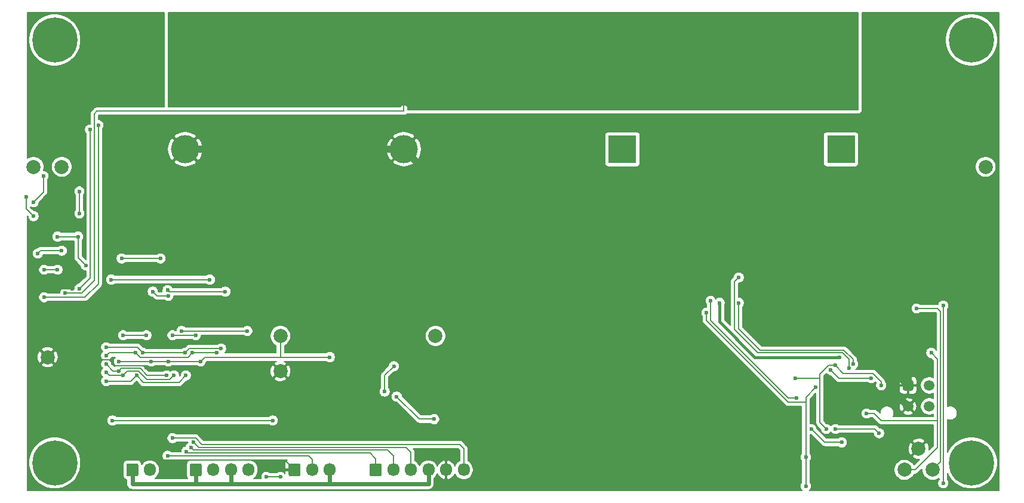
<source format=gbr>
%TF.GenerationSoftware,KiCad,Pcbnew,5.1.9*%
%TF.CreationDate,2021-03-01T17:05:04+00:00*%
%TF.ProjectId,TSAL,5453414c-2e6b-4696-9361-645f70636258,rev?*%
%TF.SameCoordinates,PX42c1d80PY42c1d80*%
%TF.FileFunction,Copper,L2,Bot*%
%TF.FilePolarity,Positive*%
%FSLAX46Y46*%
G04 Gerber Fmt 4.6, Leading zero omitted, Abs format (unit mm)*
G04 Created by KiCad (PCBNEW 5.1.9) date 2021-03-01 17:05:04*
%MOMM*%
%LPD*%
G01*
G04 APERTURE LIST*
%TA.AperFunction,EtchedComponent*%
%ADD10C,0.100000*%
%TD*%
%TA.AperFunction,ComponentPad*%
%ADD11O,1.700000X1.850000*%
%TD*%
%TA.AperFunction,ComponentPad*%
%ADD12C,6.400000*%
%TD*%
%TA.AperFunction,ComponentPad*%
%ADD13C,4.000000*%
%TD*%
%TA.AperFunction,ComponentPad*%
%ADD14R,4.000000X4.000000*%
%TD*%
%TA.AperFunction,ComponentPad*%
%ADD15C,1.500000*%
%TD*%
%TA.AperFunction,ComponentPad*%
%ADD16C,2.000000*%
%TD*%
%TA.AperFunction,SMDPad,CuDef*%
%ADD17O,0.200000X0.200000*%
%TD*%
%TA.AperFunction,ViaPad*%
%ADD18C,0.600000*%
%TD*%
%TA.AperFunction,ViaPad*%
%ADD19C,1.200000*%
%TD*%
%TA.AperFunction,Conductor*%
%ADD20C,0.200000*%
%TD*%
%TA.AperFunction,Conductor*%
%ADD21C,0.600000*%
%TD*%
%TA.AperFunction,Conductor*%
%ADD22C,1.000000*%
%TD*%
%TA.AperFunction,Conductor*%
%ADD23C,0.400000*%
%TD*%
%TA.AperFunction,Conductor*%
%ADD24C,0.100000*%
%TD*%
G04 APERTURE END LIST*
D10*
%TO.C,ZZ5*%
G36*
X54600000Y-15100000D02*
G01*
X54600000Y-14700000D01*
X54400000Y-14700000D01*
X54400000Y-15100000D01*
X54600000Y-15100000D01*
G37*
%TD*%
D11*
%TO.P,J5,2*%
%TO.N,/Dash_LED-*%
X18500000Y-66000000D03*
%TO.P,J5,1*%
%TO.N,VCC*%
%TA.AperFunction,ComponentPad*%
G36*
G01*
X15150000Y-66675000D02*
X15150000Y-65325000D01*
G75*
G02*
X15400000Y-65075000I250000J0D01*
G01*
X16600000Y-65075000D01*
G75*
G02*
X16850000Y-65325000I0J-250000D01*
G01*
X16850000Y-66675000D01*
G75*
G02*
X16600000Y-66925000I-250000J0D01*
G01*
X15400000Y-66925000D01*
G75*
G02*
X15150000Y-66675000I0J250000D01*
G01*
G37*
%TD.AperFunction*%
%TD*%
D12*
%TO.P,H1,1*%
%TO.N,N/C*%
X5000000Y-5000000D03*
%TD*%
%TO.P,H2,1*%
%TO.N,N/C*%
X135000000Y-5000000D03*
%TD*%
%TO.P,H3,1*%
%TO.N,N/C*%
X5000000Y-65000000D03*
%TD*%
%TO.P,H4,1*%
%TO.N,N/C*%
X135000000Y-65000000D03*
%TD*%
D13*
%TO.P,C32,2*%
%TO.N,/Power/VCAP1*%
X85500000Y-10500000D03*
D14*
%TO.P,C32,1*%
%TO.N,/Power/VCAP2*%
X85500000Y-20500000D03*
%TD*%
D13*
%TO.P,C33,2*%
%TO.N,/Power/VCAP1*%
X116500000Y-10500000D03*
D14*
%TO.P,C33,1*%
%TO.N,/Power/VCAP2*%
X116500000Y-20500000D03*
%TD*%
D15*
%TO.P,J1,4*%
%TO.N,VIN*%
X129000000Y-57000000D03*
%TO.P,J1,3*%
%TO.N,GND*%
X126000000Y-57000000D03*
%TO.P,J1,2*%
%TO.N,VIN*%
X129000000Y-54000000D03*
%TO.P,J1,1*%
%TO.N,GND*%
%TA.AperFunction,ComponentPad*%
G36*
G01*
X125250000Y-54500000D02*
X125250000Y-53500000D01*
G75*
G02*
X125500000Y-53250000I250000J0D01*
G01*
X126500000Y-53250000D01*
G75*
G02*
X126750000Y-53500000I0J-250000D01*
G01*
X126750000Y-54500000D01*
G75*
G02*
X126500000Y-54750000I-250000J0D01*
G01*
X125500000Y-54750000D01*
G75*
G02*
X125250000Y-54500000I0J250000D01*
G01*
G37*
%TD.AperFunction*%
%TD*%
D11*
%TO.P,J3,4*%
%TO.N,/GLED-*%
X32500000Y-66000000D03*
%TO.P,J3,3*%
%TO.N,VCC*%
X30000000Y-66000000D03*
%TO.P,J3,2*%
%TO.N,/RLED-*%
X27500000Y-66000000D03*
%TO.P,J3,1*%
%TO.N,VCC*%
%TA.AperFunction,ComponentPad*%
G36*
G01*
X24150000Y-66675000D02*
X24150000Y-65325000D01*
G75*
G02*
X24400000Y-65075000I250000J0D01*
G01*
X25600000Y-65075000D01*
G75*
G02*
X25850000Y-65325000I0J-250000D01*
G01*
X25850000Y-66675000D01*
G75*
G02*
X25600000Y-66925000I-250000J0D01*
G01*
X24400000Y-66925000D01*
G75*
G02*
X24150000Y-66675000I0J250000D01*
G01*
G37*
%TD.AperFunction*%
%TD*%
%TO.P,J4,6*%
%TO.N,/Sense_2*%
X63000000Y-66000000D03*
%TO.P,J4,5*%
%TO.N,GND*%
X60500000Y-66000000D03*
%TO.P,J4,4*%
%TO.N,VCC*%
X58000000Y-66000000D03*
%TO.P,J4,3*%
%TO.N,/AUX_3*%
X55500000Y-66000000D03*
%TO.P,J4,2*%
%TO.N,/AUX_2*%
X53000000Y-66000000D03*
%TO.P,J4,1*%
%TO.N,/AUX_1*%
%TA.AperFunction,ComponentPad*%
G36*
G01*
X49650000Y-66675000D02*
X49650000Y-65325000D01*
G75*
G02*
X49900000Y-65075000I250000J0D01*
G01*
X51100000Y-65075000D01*
G75*
G02*
X51350000Y-65325000I0J-250000D01*
G01*
X51350000Y-66675000D01*
G75*
G02*
X51100000Y-66925000I-250000J0D01*
G01*
X49900000Y-66925000D01*
G75*
G02*
X49650000Y-66675000I0J250000D01*
G01*
G37*
%TD.AperFunction*%
%TD*%
D16*
%TO.P,TP1,1*%
%TO.N,Net-(C11-Pad1)*%
X59000000Y-47000000D03*
%TD*%
%TO.P,TP3,1*%
%TO.N,GND*%
X37000000Y-52000000D03*
%TD*%
%TO.P,TP4,1*%
%TO.N,/Power/I_IN*%
X129500000Y-66000000D03*
%TD*%
%TO.P,TP6,1*%
%TO.N,/Power/CM*%
X125500000Y-66000000D03*
%TD*%
%TO.P,TP9,1*%
%TO.N,/Power/BAL_CTRL2*%
X6000000Y-23000000D03*
%TD*%
%TO.P,TP10,1*%
%TO.N,/Power/BAL_CTRL1*%
X2000000Y-23000000D03*
%TD*%
D13*
%TO.P,C36,2*%
%TO.N,GND*%
X23500000Y-20500000D03*
D14*
%TO.P,C36,1*%
%TO.N,/Power/VCAP1*%
X23500000Y-10500000D03*
%TD*%
D11*
%TO.P,J2,3*%
%TO.N,VCC*%
X44000000Y-66000000D03*
%TO.P,J2,2*%
%TO.N,/Sense_1*%
X41500000Y-66000000D03*
%TO.P,J2,1*%
%TO.N,GND*%
%TA.AperFunction,ComponentPad*%
G36*
G01*
X38150000Y-66675000D02*
X38150000Y-65325000D01*
G75*
G02*
X38400000Y-65075000I250000J0D01*
G01*
X39600000Y-65075000D01*
G75*
G02*
X39850000Y-65325000I0J-250000D01*
G01*
X39850000Y-66675000D01*
G75*
G02*
X39600000Y-66925000I-250000J0D01*
G01*
X38400000Y-66925000D01*
G75*
G02*
X38150000Y-66675000I0J250000D01*
G01*
G37*
%TD.AperFunction*%
%TD*%
D16*
%TO.P,TP2,1*%
%TO.N,VCC*%
X37000000Y-47000000D03*
%TD*%
%TO.P,TP5,1*%
%TO.N,GND*%
X127500000Y-63000000D03*
%TD*%
D13*
%TO.P,C35,2*%
%TO.N,GND*%
X54500000Y-20500000D03*
D14*
%TO.P,C35,1*%
%TO.N,/Power/VCAP1*%
X54500000Y-10500000D03*
%TD*%
D17*
%TO.P,ZZ5,1*%
%TO.N,/Power/VCAP1*%
X54500000Y-14700000D03*
%TO.P,ZZ5,2*%
%TO.N,Net-(R22-Pad1)*%
X54500000Y-15100000D03*
%TD*%
D16*
%TO.P,TP11,1*%
%TO.N,GND*%
X4000000Y-50000000D03*
%TD*%
%TO.P,TP7,1*%
%TO.N,/Power/VCAP2*%
X137000000Y-23000000D03*
%TD*%
%TO.P,TP8,1*%
%TO.N,/Power/VCAP1*%
X70000000Y-2000000D03*
%TD*%
D18*
%TO.N,GND*%
X55000000Y-54000000D03*
X53000000Y-53000000D03*
X25000000Y-51500000D03*
X18000000Y-51500000D03*
D19*
X30100000Y-56600000D03*
X26100000Y-56600000D03*
X18100000Y-56600000D03*
D18*
X34500000Y-56600000D03*
X24200000Y-43000000D03*
X33700000Y-43000000D03*
X33700000Y-53200000D03*
X26200000Y-43000000D03*
X9700000Y-51000000D03*
X17000000Y-64000000D03*
X6000000Y-32000000D03*
X3400000Y-33500000D03*
X7500000Y-40300000D03*
X4500000Y-40300000D03*
X59600000Y-40400000D03*
X50000000Y-54000000D03*
X5800000Y-27400000D03*
X132000000Y-30600000D03*
X131000000Y-30600000D03*
X130000000Y-30600000D03*
X114500000Y-55000000D03*
X116000000Y-55000000D03*
X117500000Y-55000000D03*
X114500000Y-56000000D03*
X117500000Y-56000000D03*
X114500000Y-57000000D03*
X116000000Y-57000000D03*
X117500000Y-57000000D03*
X101000000Y-31000000D03*
X103000000Y-31000000D03*
X102000000Y-31000000D03*
X102000000Y-32000000D03*
X103000000Y-32000000D03*
X103000000Y-33000000D03*
X102000000Y-33000000D03*
X104000000Y-33000000D03*
X104000000Y-32000000D03*
X104000000Y-31000000D03*
X104000000Y-34000000D03*
X104000000Y-35000000D03*
X103000000Y-34000000D03*
X103000000Y-35000000D03*
X101000000Y-35000000D03*
X102000000Y-34000000D03*
X102000000Y-35000000D03*
X101000000Y-34000000D03*
X101000000Y-33000000D03*
X101000000Y-32000000D03*
X105000000Y-33000000D03*
X105000000Y-32000000D03*
X106000000Y-31000000D03*
X105000000Y-31000000D03*
X106000000Y-32000000D03*
X106000000Y-33000000D03*
X106600000Y-41500000D03*
X106600000Y-40500000D03*
X106600000Y-38500000D03*
X106600000Y-37500000D03*
X106600000Y-36500000D03*
X106600000Y-35500000D03*
X106600000Y-34500000D03*
X116000000Y-56000000D03*
X112000000Y-33000000D03*
X112000000Y-34000000D03*
X112000000Y-32000000D03*
X112000000Y-31000000D03*
X106600000Y-39500000D03*
X106600000Y-43500000D03*
X106600000Y-42500000D03*
X54000000Y-53000000D03*
X54000000Y-54000000D03*
X55000000Y-53000000D03*
X53000000Y-54000000D03*
X49900000Y-41300000D03*
X49900000Y-45299992D03*
X43649965Y-40150035D03*
X43700000Y-43000000D03*
X47100000Y-43000000D03*
%TO.N,VCC*%
X44000000Y-50000000D03*
X25700000Y-50600000D03*
X18700000Y-50600000D03*
X21100000Y-50600000D03*
X20000000Y-36000000D03*
X14500000Y-36000000D03*
X14100000Y-50600000D03*
%TO.N,Net-(C15-Pad1)*%
X51800000Y-54900000D03*
X53100000Y-51300000D03*
%TO.N,/Sense_1*%
X20900000Y-52600000D03*
X14050000Y-51950000D03*
X12300000Y-51000000D03*
X21000000Y-64000000D03*
%TO.N,/AUX_3*%
X17500000Y-49400000D03*
X23500000Y-49400000D03*
X24700000Y-62100000D03*
X12300000Y-48600000D03*
X28600000Y-48800000D03*
%TO.N,/AUX_2*%
X16500000Y-49400000D03*
X24500000Y-49400000D03*
X24300000Y-62800000D03*
X12300000Y-49800000D03*
X28000000Y-49400000D03*
%TO.N,/AUX_1*%
X16600000Y-52600000D03*
X23600000Y-52600000D03*
X23700000Y-63400000D03*
X12300000Y-53400000D03*
%TO.N,/Sense_2*%
X21900000Y-52600000D03*
X12300000Y-52200000D03*
X14700000Y-52600000D03*
X21700000Y-61500000D03*
%TO.N,Net-(Q1-Pad1)*%
X35900000Y-59000000D03*
X13200000Y-59000000D03*
%TO.N,Net-(Q2-Pad1)*%
X29200000Y-40700000D03*
X21000000Y-40500000D03*
%TO.N,Net-(U1-Pad13)*%
X14700000Y-46900000D03*
X18000000Y-46900000D03*
%TO.N,Net-(U2-Pad13)*%
X21700000Y-46900000D03*
X25000000Y-46900000D03*
%TO.N,Net-(C5-Pad1)*%
X18900000Y-40700000D03*
X21100000Y-41300000D03*
%TO.N,/Power/V_IN*%
X112900000Y-54300000D03*
X6000000Y-34900000D03*
X111500000Y-64200000D03*
X2600000Y-35300000D03*
X97400000Y-43700000D03*
X111500000Y-68300006D03*
%TO.N,+5V*%
X37000000Y-67000000D03*
X35000000Y-67000000D03*
X13000008Y-39000000D03*
X131000000Y-67900000D03*
X27000000Y-39000000D03*
X131000000Y-42700000D03*
%TO.N,/Power/BUCK_VCC*%
X110000000Y-53000000D03*
X114400000Y-60200000D03*
X115675000Y-51175000D03*
X122200000Y-54000000D03*
%TO.N,/Power/FB*%
X116600000Y-62100000D03*
X112300000Y-60200000D03*
%TO.N,/Power/SW*%
X120800000Y-53000000D03*
X115025000Y-51825000D03*
%TO.N,/Power/V_CHARGE*%
X110200000Y-55800000D03*
X98000000Y-41999930D03*
%TO.N,/Power/BAL_CTRL2*%
X2000000Y-28000000D03*
X3400000Y-24300000D03*
%TO.N,Net-(Q3-Pad1)*%
X23000000Y-46300000D03*
X32300000Y-46300000D03*
%TO.N,/Power/LO*%
X99300000Y-42300000D03*
X116325000Y-50000000D03*
%TO.N,/Power/CAP_D1*%
X5400000Y-32900000D03*
X8300000Y-32900000D03*
X9400000Y-37000000D03*
%TO.N,/Power/RT*%
X121900000Y-60800000D03*
X115700000Y-60200000D03*
%TO.N,/Power/CM*%
X120100000Y-58000000D03*
X129300000Y-49399986D03*
%TO.N,/Power/CSG*%
X117600000Y-51600000D03*
X102000000Y-38700000D03*
%TO.N,/Power/CS*%
X118200000Y-51000000D03*
X102000000Y-42300000D03*
%TO.N,Net-(R16-Pad2)*%
X53500000Y-55600000D03*
X58800000Y-58800000D03*
%TO.N,Net-(R19-Pad1)*%
X3500000Y-37600000D03*
X5400000Y-37600000D03*
%TO.N,Net-(R38-Pad2)*%
X8500000Y-29600000D03*
X8500000Y-26500000D03*
%TO.N,Net-(R44-Pad2)*%
X1000000Y-27300000D03*
X2000000Y-30000000D03*
%TO.N,Net-(R36-Pad1)*%
X8500000Y-40300000D03*
X10000000Y-17700000D03*
%TO.N,Net-(R21-Pad1)*%
X11200000Y-17100000D03*
X3500000Y-41500000D03*
%TO.N,Net-(R22-Pad1)*%
X6500000Y-40900000D03*
%TO.N,/Power/I_IN*%
X127200000Y-43100000D03*
%TD*%
D20*
%TO.N,GND*%
X18000000Y-51500000D02*
X25000000Y-51500000D01*
D21*
X18100000Y-56600000D02*
X26100000Y-56600000D01*
X26100000Y-56600000D02*
X30100000Y-56600000D01*
D20*
X33700000Y-53200000D02*
X33700000Y-54000000D01*
X26200000Y-43000000D02*
X33700000Y-43000000D01*
X24200000Y-43000000D02*
X26200000Y-43000000D01*
X10300000Y-50400000D02*
X9700000Y-51000000D01*
X12700000Y-50400000D02*
X10300000Y-50400000D01*
X13500000Y-51200000D02*
X12700000Y-50400000D01*
X17700000Y-51200000D02*
X13500000Y-51200000D01*
X18000000Y-51500000D02*
X17700000Y-51200000D01*
X34500000Y-56600000D02*
X30100000Y-56600000D01*
X17600000Y-64600000D02*
X17000000Y-64000000D01*
X37600000Y-64600000D02*
X17600000Y-64600000D01*
X39000000Y-66000000D02*
X37600000Y-64600000D01*
D21*
X33700000Y-54000000D02*
X32700000Y-54000000D01*
D20*
X3900000Y-32000000D02*
X6000000Y-32000000D01*
X3400000Y-32500000D02*
X3900000Y-32000000D01*
X3400000Y-33500000D02*
X3400000Y-32500000D01*
X7500000Y-40300000D02*
X4500000Y-40300000D01*
X6000000Y-27600000D02*
X5800000Y-27400000D01*
X6000000Y-32000000D02*
X6000000Y-27600000D01*
X7500000Y-33900000D02*
X7500000Y-40300000D01*
X3800000Y-33900000D02*
X7500000Y-33900000D01*
X3400000Y-33500000D02*
X3800000Y-33900000D01*
D22*
X67000000Y-33000000D02*
X54500000Y-20500000D01*
X101000000Y-33000000D02*
X67000000Y-33000000D01*
X125000000Y-56000000D02*
X126000000Y-57000000D01*
X116000000Y-56000000D02*
X125000000Y-56000000D01*
X114500000Y-42500000D02*
X126000000Y-54000000D01*
X106600000Y-42500000D02*
X114500000Y-42500000D01*
X126000000Y-34600000D02*
X130000000Y-30600000D01*
X126000000Y-54000000D02*
X126000000Y-34600000D01*
X23500000Y-20500000D02*
X54500000Y-20500000D01*
D21*
X32700000Y-54000000D02*
X30100000Y-56600000D01*
X50000000Y-54000000D02*
X32700000Y-54000000D01*
D20*
X49900000Y-41300000D02*
X49900000Y-45299992D01*
D23*
X43700000Y-40200070D02*
X43649965Y-40150035D01*
X43700000Y-43000000D02*
X43700000Y-40200070D01*
X43700000Y-43000000D02*
X47100000Y-43000000D01*
X57000000Y-43000000D02*
X47100000Y-43000000D01*
X59600000Y-40400000D02*
X57000000Y-43000000D01*
D21*
%TO.N,VCC*%
X44000000Y-68000000D02*
X44000000Y-66000000D01*
X44000000Y-68000000D02*
X30000000Y-68000000D01*
X30000000Y-68000000D02*
X30000000Y-66000000D01*
X30000000Y-68000000D02*
X25000000Y-68000000D01*
X25000000Y-68000000D02*
X25000000Y-66000000D01*
X25000000Y-68000000D02*
X16000000Y-68000000D01*
X16000000Y-68000000D02*
X16000000Y-66000000D01*
D20*
X21100000Y-50600000D02*
X25700000Y-50600000D01*
X21100000Y-50600000D02*
X18700000Y-50600000D01*
X20000000Y-36000000D02*
X14500000Y-36000000D01*
X14100000Y-50600000D02*
X18700000Y-50600000D01*
D21*
X58000000Y-68000000D02*
X44000000Y-68000000D01*
X58000000Y-66000000D02*
X58000000Y-68000000D01*
D20*
X37000000Y-47000000D02*
X37000000Y-50000000D01*
X37000000Y-50000000D02*
X44000000Y-50000000D01*
X26300000Y-50000000D02*
X25700000Y-50600000D01*
X37000000Y-50000000D02*
X26300000Y-50000000D01*
%TO.N,Net-(C15-Pad1)*%
X51800000Y-52600000D02*
X51800000Y-54900000D01*
X53100000Y-51300000D02*
X51800000Y-52600000D01*
%TO.N,/Sense_1*%
X18100000Y-52600000D02*
X17100000Y-51600000D01*
X20900000Y-52600000D02*
X18100000Y-52600000D01*
X14400000Y-51600000D02*
X14050000Y-51950000D01*
X17100000Y-51600000D02*
X14400000Y-51600000D01*
X13250000Y-51950000D02*
X12300000Y-51000000D01*
X14050000Y-51950000D02*
X13250000Y-51950000D01*
X41500000Y-64500000D02*
X41500000Y-66000000D01*
X41000000Y-64000000D02*
X41500000Y-64500000D01*
X21000000Y-64000000D02*
X41000000Y-64000000D01*
%TO.N,/AUX_3*%
X23500000Y-49400000D02*
X17500000Y-49400000D01*
X55500000Y-63500000D02*
X55500000Y-66000000D01*
X54800000Y-62800000D02*
X55500000Y-63500000D01*
X25400000Y-62800000D02*
X54800000Y-62800000D01*
X24700000Y-62100000D02*
X25400000Y-62800000D01*
X16700000Y-48600000D02*
X17500000Y-49400000D01*
X12300000Y-48600000D02*
X16700000Y-48600000D01*
X24100000Y-48800000D02*
X23500000Y-49400000D01*
X28600000Y-48800000D02*
X24100000Y-48800000D01*
%TO.N,/AUX_2*%
X23900000Y-50000000D02*
X24500000Y-49400000D01*
X17100000Y-50000000D02*
X23900000Y-50000000D01*
X16500000Y-49400000D02*
X17100000Y-50000000D01*
X53000000Y-64000000D02*
X52200000Y-63200000D01*
X53000000Y-66000000D02*
X53000000Y-64000000D01*
X52200000Y-63200000D02*
X48200000Y-63200000D01*
X48200000Y-63200000D02*
X48100000Y-63200000D01*
X24700000Y-63200000D02*
X48200000Y-63200000D01*
X24300000Y-62800000D02*
X24700000Y-63200000D01*
X12700000Y-49400000D02*
X12300000Y-49800000D01*
X16500000Y-49400000D02*
X12700000Y-49400000D01*
X28000000Y-49400000D02*
X24500000Y-49400000D01*
%TO.N,/AUX_1*%
X17600000Y-53600000D02*
X22600000Y-53600000D01*
X22600000Y-53600000D02*
X23600000Y-52600000D01*
X16600000Y-52600000D02*
X17600000Y-53600000D01*
X50500000Y-64400000D02*
X50500000Y-66000000D01*
X49700000Y-63600000D02*
X50500000Y-64400000D01*
X23900000Y-63600000D02*
X49700000Y-63600000D01*
X23700000Y-63400000D02*
X23900000Y-63600000D01*
X15800000Y-53400000D02*
X16600000Y-52600000D01*
X12300000Y-53400000D02*
X15800000Y-53400000D01*
%TO.N,/Sense_2*%
X21300000Y-53200000D02*
X21900000Y-52600000D01*
X18100000Y-53200000D02*
X21300000Y-53200000D01*
X16900000Y-52000000D02*
X18100000Y-53200000D01*
X15300000Y-52000000D02*
X16900000Y-52000000D01*
X14700000Y-52600000D02*
X15300000Y-52000000D01*
X12700000Y-52600000D02*
X12300000Y-52200000D01*
X14700000Y-52600000D02*
X12700000Y-52600000D01*
X63000000Y-66000000D02*
X63000000Y-63000000D01*
X63000000Y-63000000D02*
X62400000Y-62400000D01*
X62400000Y-62400000D02*
X25900000Y-62400000D01*
X25900000Y-62400000D02*
X25000000Y-61500000D01*
X25000000Y-61500000D02*
X21700000Y-61500000D01*
X48600000Y-62400000D02*
X25900000Y-62400000D01*
%TO.N,Net-(Q1-Pad1)*%
X13200000Y-59000000D02*
X35900000Y-59000000D01*
%TO.N,Net-(Q2-Pad1)*%
X21200000Y-40700000D02*
X29200000Y-40700000D01*
X21000000Y-40500000D02*
X21200000Y-40700000D01*
%TO.N,Net-(U1-Pad13)*%
X14700000Y-46900000D02*
X18000000Y-46900000D01*
%TO.N,Net-(U2-Pad13)*%
X21700000Y-46900000D02*
X25000000Y-46900000D01*
%TO.N,Net-(C5-Pad1)*%
X19500000Y-41300000D02*
X18900000Y-40700000D01*
X21100000Y-41300000D02*
X19500000Y-41300000D01*
%TO.N,/Power/V_IN*%
X111500000Y-55700000D02*
X112900000Y-54300000D01*
X111500000Y-64200000D02*
X111500000Y-56400000D01*
X111500000Y-56400000D02*
X111500000Y-55700000D01*
X3000000Y-34900000D02*
X6000000Y-34900000D01*
X2600000Y-35300000D02*
X3000000Y-34900000D01*
X97400000Y-43700000D02*
X97400000Y-44800000D01*
X111499999Y-56400001D02*
X111500000Y-56400000D01*
X109000001Y-56400001D02*
X111499999Y-56400001D01*
X97400000Y-44800000D02*
X109000001Y-56400001D01*
X111500000Y-64200000D02*
X111500000Y-68300006D01*
%TO.N,+5V*%
X37000000Y-67000000D02*
X35000000Y-67000000D01*
X27000000Y-39000000D02*
X13000008Y-39000000D01*
X131000000Y-67900000D02*
X131000000Y-42700000D01*
%TO.N,/Power/BUCK_VCC*%
X113500000Y-59300000D02*
X113500000Y-53000000D01*
X114400000Y-60200000D02*
X113500000Y-59300000D01*
X110000000Y-53000000D02*
X113500000Y-53000000D01*
X113500000Y-52400000D02*
X113500000Y-53000000D01*
X114725000Y-51175000D02*
X113500000Y-52400000D01*
X115675000Y-51175000D02*
X114725000Y-51175000D01*
X121000000Y-52300000D02*
X122200000Y-53500000D01*
X122200000Y-53500000D02*
X122200000Y-54000000D01*
X116800000Y-52300000D02*
X121000000Y-52300000D01*
X115675000Y-51175000D02*
X116800000Y-52300000D01*
%TO.N,/Power/FB*%
X114200000Y-62100000D02*
X116600000Y-62100000D01*
X112300000Y-60200000D02*
X114200000Y-62100000D01*
%TO.N,/Power/SW*%
X116200000Y-53000000D02*
X115025000Y-51825000D01*
X120800000Y-53000000D02*
X116200000Y-53000000D01*
%TO.N,/Power/V_CHARGE*%
X98000000Y-44800000D02*
X98000000Y-41999930D01*
X110200000Y-55800000D02*
X109000000Y-55800000D01*
X109000000Y-55800000D02*
X98000000Y-44800000D01*
%TO.N,/Power/VCAP1*%
X54500000Y-14700000D02*
X54500000Y-10500000D01*
D22*
X116500000Y-10500000D02*
X85500000Y-10500000D01*
X85500000Y-10500000D02*
X54500000Y-10500000D01*
X54500000Y-10500000D02*
X23500000Y-10500000D01*
D20*
%TO.N,/Power/BAL_CTRL2*%
X3400000Y-26600000D02*
X2000000Y-28000000D01*
X3400000Y-24300000D02*
X3400000Y-26600000D01*
%TO.N,Net-(Q3-Pad1)*%
X23000000Y-46300000D02*
X32300000Y-46300000D01*
D23*
%TO.N,/Power/LO*%
X116325000Y-50000000D02*
X104300000Y-50000000D01*
X99300000Y-45000000D02*
X99300000Y-42300000D01*
X104300000Y-50000000D02*
X99300000Y-45000000D01*
D20*
%TO.N,/Power/CAP_D1*%
X8300000Y-32900000D02*
X5400000Y-32900000D01*
X8300000Y-35900000D02*
X8300000Y-32900000D01*
X9400000Y-37000000D02*
X8300000Y-35900000D01*
%TO.N,/Power/RT*%
X121300000Y-60200000D02*
X115700000Y-60200000D01*
X121900000Y-60800000D02*
X121300000Y-60200000D01*
%TO.N,/Power/CM*%
X121200000Y-58000000D02*
X120100000Y-58000000D01*
X122200000Y-59000000D02*
X121200000Y-58000000D01*
X130200000Y-59000000D02*
X122200000Y-59000000D01*
X130200000Y-59000000D02*
X130200000Y-62800000D01*
X127000000Y-66000000D02*
X125500000Y-66000000D01*
X130200000Y-62800000D02*
X127000000Y-66000000D01*
X130200000Y-59000000D02*
X130200000Y-50299986D01*
X130200000Y-50299986D02*
X129300000Y-49399986D01*
%TO.N,/Power/CSG*%
X117600000Y-50300000D02*
X117600000Y-51600000D01*
X116700000Y-49400000D02*
X117600000Y-50300000D01*
X104700000Y-49400000D02*
X116700000Y-49400000D01*
X101400000Y-46100000D02*
X104700000Y-49400000D01*
X101400000Y-39300000D02*
X101400000Y-46100000D01*
X102000000Y-38700000D02*
X101400000Y-39300000D01*
%TO.N,/Power/CS*%
X116900000Y-49000000D02*
X118200000Y-50300000D01*
X118200000Y-50300000D02*
X118200000Y-51000000D01*
X105000000Y-49000000D02*
X116900000Y-49000000D01*
X102000000Y-46000000D02*
X105000000Y-49000000D01*
X102000000Y-42300000D02*
X102000000Y-46000000D01*
%TO.N,Net-(R16-Pad2)*%
X56700000Y-58800000D02*
X53500000Y-55600000D01*
X58800000Y-58800000D02*
X56700000Y-58800000D01*
%TO.N,Net-(R19-Pad1)*%
X5400000Y-37600000D02*
X3500000Y-37600000D01*
%TO.N,Net-(R38-Pad2)*%
X8500000Y-29600000D02*
X8500000Y-26500000D01*
%TO.N,Net-(R44-Pad2)*%
X1000000Y-29000000D02*
X1000000Y-27300000D01*
X2000000Y-30000000D02*
X1000000Y-29000000D01*
%TO.N,Net-(R36-Pad1)*%
X8500000Y-40300000D02*
X10000000Y-38800000D01*
X10000000Y-38800000D02*
X10000000Y-17700000D01*
%TO.N,Net-(R21-Pad1)*%
X11200000Y-17100000D02*
X11200000Y-39600000D01*
X9300000Y-41500000D02*
X3500000Y-41500000D01*
X11200000Y-39600000D02*
X9300000Y-41500000D01*
%TO.N,Net-(R22-Pad1)*%
X8800000Y-40900000D02*
X6500000Y-40900000D01*
X10600000Y-39100000D02*
X8800000Y-40900000D01*
X10600000Y-15500000D02*
X10600000Y-39100000D01*
X11000000Y-15100000D02*
X10600000Y-15500000D01*
X54500000Y-15100000D02*
X11000000Y-15100000D01*
%TO.N,/Power/I_IN*%
X127200000Y-43100000D02*
X130200000Y-43100000D01*
X130200000Y-43100000D02*
X130600000Y-43500000D01*
X130600000Y-64900000D02*
X129500000Y-66000000D01*
X130600000Y-43500000D02*
X130600000Y-64900000D01*
%TD*%
%TO.N,GND*%
X20500000Y-14500000D02*
X11029465Y-14500000D01*
X10999999Y-14497098D01*
X10970533Y-14500000D01*
X10970526Y-14500000D01*
X10893640Y-14507573D01*
X10882378Y-14508682D01*
X10869143Y-14512697D01*
X10769279Y-14542990D01*
X10665045Y-14598704D01*
X10573683Y-14673683D01*
X10554891Y-14696581D01*
X10196586Y-15054887D01*
X10173683Y-15073683D01*
X10098704Y-15165046D01*
X10042990Y-15269280D01*
X10011290Y-15373782D01*
X10008682Y-15382380D01*
X9997097Y-15500000D01*
X10000000Y-15529474D01*
X10000000Y-16900000D01*
X9921207Y-16900000D01*
X9766649Y-16930743D01*
X9621058Y-16991049D01*
X9490030Y-17078599D01*
X9378599Y-17190030D01*
X9291049Y-17321058D01*
X9230743Y-17466649D01*
X9200000Y-17621207D01*
X9200000Y-17778793D01*
X9230743Y-17933351D01*
X9291049Y-18078942D01*
X9378599Y-18209970D01*
X9400001Y-18231372D01*
X9400000Y-36151473D01*
X8900000Y-35651473D01*
X8900000Y-33431371D01*
X8921401Y-33409970D01*
X9008951Y-33278942D01*
X9069257Y-33133351D01*
X9100000Y-32978793D01*
X9100000Y-32821207D01*
X9069257Y-32666649D01*
X9008951Y-32521058D01*
X8921401Y-32390030D01*
X8809970Y-32278599D01*
X8678942Y-32191049D01*
X8533351Y-32130743D01*
X8378793Y-32100000D01*
X8221207Y-32100000D01*
X8066649Y-32130743D01*
X7921058Y-32191049D01*
X7790030Y-32278599D01*
X7768629Y-32300000D01*
X5931371Y-32300000D01*
X5909970Y-32278599D01*
X5778942Y-32191049D01*
X5633351Y-32130743D01*
X5478793Y-32100000D01*
X5321207Y-32100000D01*
X5166649Y-32130743D01*
X5021058Y-32191049D01*
X4890030Y-32278599D01*
X4778599Y-32390030D01*
X4691049Y-32521058D01*
X4630743Y-32666649D01*
X4600000Y-32821207D01*
X4600000Y-32978793D01*
X4630743Y-33133351D01*
X4691049Y-33278942D01*
X4778599Y-33409970D01*
X4890030Y-33521401D01*
X5021058Y-33608951D01*
X5166649Y-33669257D01*
X5321207Y-33700000D01*
X5478793Y-33700000D01*
X5633351Y-33669257D01*
X5778942Y-33608951D01*
X5909970Y-33521401D01*
X5931371Y-33500000D01*
X7700001Y-33500000D01*
X7700000Y-35870526D01*
X7697097Y-35900000D01*
X7700000Y-35929473D01*
X7708682Y-36017620D01*
X7742990Y-36130720D01*
X7798704Y-36234954D01*
X7873683Y-36326317D01*
X7896586Y-36345113D01*
X8600000Y-37048528D01*
X8600000Y-37078793D01*
X8630743Y-37233351D01*
X8691049Y-37378942D01*
X8778599Y-37509970D01*
X8890030Y-37621401D01*
X9021058Y-37708951D01*
X9166649Y-37769257D01*
X9321207Y-37800000D01*
X9400000Y-37800000D01*
X9400000Y-38551471D01*
X8451472Y-39500000D01*
X8421207Y-39500000D01*
X8266649Y-39530743D01*
X8121058Y-39591049D01*
X7990030Y-39678599D01*
X7878599Y-39790030D01*
X7791049Y-39921058D01*
X7730743Y-40066649D01*
X7700000Y-40221207D01*
X7700000Y-40300000D01*
X7031371Y-40300000D01*
X7009970Y-40278599D01*
X6878942Y-40191049D01*
X6733351Y-40130743D01*
X6578793Y-40100000D01*
X6421207Y-40100000D01*
X6266649Y-40130743D01*
X6121058Y-40191049D01*
X5990030Y-40278599D01*
X5878599Y-40390030D01*
X5791049Y-40521058D01*
X5730743Y-40666649D01*
X5700000Y-40821207D01*
X5700000Y-40900000D01*
X4031371Y-40900000D01*
X4009970Y-40878599D01*
X3878942Y-40791049D01*
X3733351Y-40730743D01*
X3578793Y-40700000D01*
X3421207Y-40700000D01*
X3266649Y-40730743D01*
X3121058Y-40791049D01*
X2990030Y-40878599D01*
X2878599Y-40990030D01*
X2791049Y-41121058D01*
X2730743Y-41266649D01*
X2700000Y-41421207D01*
X2700000Y-41578793D01*
X2730743Y-41733351D01*
X2791049Y-41878942D01*
X2878599Y-42009970D01*
X2990030Y-42121401D01*
X3121058Y-42208951D01*
X3266649Y-42269257D01*
X3421207Y-42300000D01*
X3578793Y-42300000D01*
X3733351Y-42269257D01*
X3878942Y-42208951D01*
X4009970Y-42121401D01*
X4031371Y-42100000D01*
X9270526Y-42100000D01*
X9300000Y-42102903D01*
X9329474Y-42100000D01*
X9417621Y-42091318D01*
X9530721Y-42057010D01*
X9634955Y-42001296D01*
X9726317Y-41926317D01*
X9745113Y-41903414D01*
X11027320Y-40621207D01*
X18100000Y-40621207D01*
X18100000Y-40778793D01*
X18130743Y-40933351D01*
X18191049Y-41078942D01*
X18278599Y-41209970D01*
X18390030Y-41321401D01*
X18521058Y-41408951D01*
X18666649Y-41469257D01*
X18821207Y-41500000D01*
X18851472Y-41500000D01*
X19054891Y-41703419D01*
X19073683Y-41726317D01*
X19165045Y-41801296D01*
X19269279Y-41857010D01*
X19352680Y-41882309D01*
X19382379Y-41891318D01*
X19499999Y-41902903D01*
X19529473Y-41900000D01*
X20568629Y-41900000D01*
X20590030Y-41921401D01*
X20721058Y-42008951D01*
X20866649Y-42069257D01*
X21021207Y-42100000D01*
X21178793Y-42100000D01*
X21333351Y-42069257D01*
X21478942Y-42008951D01*
X21609970Y-41921401D01*
X21721401Y-41809970D01*
X21808951Y-41678942D01*
X21869257Y-41533351D01*
X21900000Y-41378793D01*
X21900000Y-41300000D01*
X28668629Y-41300000D01*
X28690030Y-41321401D01*
X28821058Y-41408951D01*
X28966649Y-41469257D01*
X29121207Y-41500000D01*
X29278793Y-41500000D01*
X29433351Y-41469257D01*
X29578942Y-41408951D01*
X29709970Y-41321401D01*
X29821401Y-41209970D01*
X29908951Y-41078942D01*
X29969257Y-40933351D01*
X30000000Y-40778793D01*
X30000000Y-40621207D01*
X29969257Y-40466649D01*
X29908951Y-40321058D01*
X29821401Y-40190030D01*
X29709970Y-40078599D01*
X29578942Y-39991049D01*
X29433351Y-39930743D01*
X29278793Y-39900000D01*
X29121207Y-39900000D01*
X28966649Y-39930743D01*
X28821058Y-39991049D01*
X28690030Y-40078599D01*
X28668629Y-40100000D01*
X21694881Y-40100000D01*
X21621401Y-39990030D01*
X21509970Y-39878599D01*
X21378942Y-39791049D01*
X21233351Y-39730743D01*
X21078793Y-39700000D01*
X20921207Y-39700000D01*
X20766649Y-39730743D01*
X20621058Y-39791049D01*
X20490030Y-39878599D01*
X20378599Y-39990030D01*
X20291049Y-40121058D01*
X20230743Y-40266649D01*
X20200000Y-40421207D01*
X20200000Y-40578793D01*
X20224109Y-40700000D01*
X19748528Y-40700000D01*
X19700000Y-40651472D01*
X19700000Y-40621207D01*
X19669257Y-40466649D01*
X19608951Y-40321058D01*
X19521401Y-40190030D01*
X19409970Y-40078599D01*
X19278942Y-39991049D01*
X19133351Y-39930743D01*
X18978793Y-39900000D01*
X18821207Y-39900000D01*
X18666649Y-39930743D01*
X18521058Y-39991049D01*
X18390030Y-40078599D01*
X18278599Y-40190030D01*
X18191049Y-40321058D01*
X18130743Y-40466649D01*
X18100000Y-40621207D01*
X11027320Y-40621207D01*
X11603419Y-40045109D01*
X11626317Y-40026317D01*
X11701296Y-39934955D01*
X11742959Y-39857009D01*
X11757010Y-39830722D01*
X11791318Y-39717621D01*
X11802903Y-39600000D01*
X11800000Y-39570526D01*
X11800000Y-38921207D01*
X12200008Y-38921207D01*
X12200008Y-39078793D01*
X12230751Y-39233351D01*
X12291057Y-39378942D01*
X12378607Y-39509970D01*
X12490038Y-39621401D01*
X12621066Y-39708951D01*
X12766657Y-39769257D01*
X12921215Y-39800000D01*
X13078801Y-39800000D01*
X13233359Y-39769257D01*
X13378950Y-39708951D01*
X13509978Y-39621401D01*
X13531379Y-39600000D01*
X26468629Y-39600000D01*
X26490030Y-39621401D01*
X26621058Y-39708951D01*
X26766649Y-39769257D01*
X26921207Y-39800000D01*
X27078793Y-39800000D01*
X27233351Y-39769257D01*
X27378942Y-39708951D01*
X27509970Y-39621401D01*
X27621401Y-39509970D01*
X27708951Y-39378942D01*
X27769257Y-39233351D01*
X27800000Y-39078793D01*
X27800000Y-38921207D01*
X27769257Y-38766649D01*
X27708951Y-38621058D01*
X27621401Y-38490030D01*
X27509970Y-38378599D01*
X27378942Y-38291049D01*
X27233351Y-38230743D01*
X27078793Y-38200000D01*
X26921207Y-38200000D01*
X26766649Y-38230743D01*
X26621058Y-38291049D01*
X26490030Y-38378599D01*
X26468629Y-38400000D01*
X13531379Y-38400000D01*
X13509978Y-38378599D01*
X13378950Y-38291049D01*
X13233359Y-38230743D01*
X13078801Y-38200000D01*
X12921215Y-38200000D01*
X12766657Y-38230743D01*
X12621066Y-38291049D01*
X12490038Y-38378599D01*
X12378607Y-38490030D01*
X12291057Y-38621058D01*
X12230751Y-38766649D01*
X12200008Y-38921207D01*
X11800000Y-38921207D01*
X11800000Y-35921207D01*
X13700000Y-35921207D01*
X13700000Y-36078793D01*
X13730743Y-36233351D01*
X13791049Y-36378942D01*
X13878599Y-36509970D01*
X13990030Y-36621401D01*
X14121058Y-36708951D01*
X14266649Y-36769257D01*
X14421207Y-36800000D01*
X14578793Y-36800000D01*
X14733351Y-36769257D01*
X14878942Y-36708951D01*
X15009970Y-36621401D01*
X15031371Y-36600000D01*
X19468629Y-36600000D01*
X19490030Y-36621401D01*
X19621058Y-36708951D01*
X19766649Y-36769257D01*
X19921207Y-36800000D01*
X20078793Y-36800000D01*
X20233351Y-36769257D01*
X20378942Y-36708951D01*
X20509970Y-36621401D01*
X20621401Y-36509970D01*
X20708951Y-36378942D01*
X20769257Y-36233351D01*
X20800000Y-36078793D01*
X20800000Y-35921207D01*
X20769257Y-35766649D01*
X20708951Y-35621058D01*
X20621401Y-35490030D01*
X20509970Y-35378599D01*
X20378942Y-35291049D01*
X20233351Y-35230743D01*
X20078793Y-35200000D01*
X19921207Y-35200000D01*
X19766649Y-35230743D01*
X19621058Y-35291049D01*
X19490030Y-35378599D01*
X19468629Y-35400000D01*
X15031371Y-35400000D01*
X15009970Y-35378599D01*
X14878942Y-35291049D01*
X14733351Y-35230743D01*
X14578793Y-35200000D01*
X14421207Y-35200000D01*
X14266649Y-35230743D01*
X14121058Y-35291049D01*
X13990030Y-35378599D01*
X13878599Y-35490030D01*
X13791049Y-35621058D01*
X13730743Y-35766649D01*
X13700000Y-35921207D01*
X11800000Y-35921207D01*
X11800000Y-22257160D01*
X21884261Y-22257160D01*
X22105499Y-22589496D01*
X22539935Y-22821401D01*
X23011265Y-22964095D01*
X23501377Y-23012096D01*
X23991437Y-22963558D01*
X24462611Y-22820346D01*
X24894501Y-22589496D01*
X25115739Y-22257160D01*
X52884261Y-22257160D01*
X53105499Y-22589496D01*
X53539935Y-22821401D01*
X54011265Y-22964095D01*
X54501377Y-23012096D01*
X54991437Y-22963558D01*
X55462611Y-22820346D01*
X55894501Y-22589496D01*
X56115739Y-22257160D01*
X54500000Y-20641421D01*
X52884261Y-22257160D01*
X25115739Y-22257160D01*
X23500000Y-20641421D01*
X21884261Y-22257160D01*
X11800000Y-22257160D01*
X11800000Y-20501377D01*
X20987904Y-20501377D01*
X21036442Y-20991437D01*
X21179654Y-21462611D01*
X21410504Y-21894501D01*
X21742840Y-22115739D01*
X23358579Y-20500000D01*
X23641421Y-20500000D01*
X25257160Y-22115739D01*
X25589496Y-21894501D01*
X25821401Y-21460065D01*
X25964095Y-20988735D01*
X26011826Y-20501377D01*
X51987904Y-20501377D01*
X52036442Y-20991437D01*
X52179654Y-21462611D01*
X52410504Y-21894501D01*
X52742840Y-22115739D01*
X54358579Y-20500000D01*
X54641421Y-20500000D01*
X56257160Y-22115739D01*
X56589496Y-21894501D01*
X56821401Y-21460065D01*
X56964095Y-20988735D01*
X57012096Y-20498623D01*
X56963558Y-20008563D01*
X56820346Y-19537389D01*
X56589496Y-19105499D01*
X56257160Y-18884261D01*
X54641421Y-20500000D01*
X54358579Y-20500000D01*
X52742840Y-18884261D01*
X52410504Y-19105499D01*
X52178599Y-19539935D01*
X52035905Y-20011265D01*
X51987904Y-20501377D01*
X26011826Y-20501377D01*
X26012096Y-20498623D01*
X25963558Y-20008563D01*
X25820346Y-19537389D01*
X25589496Y-19105499D01*
X25257160Y-18884261D01*
X23641421Y-20500000D01*
X23358579Y-20500000D01*
X21742840Y-18884261D01*
X21410504Y-19105499D01*
X21178599Y-19539935D01*
X21035905Y-20011265D01*
X20987904Y-20501377D01*
X11800000Y-20501377D01*
X11800000Y-18742840D01*
X21884261Y-18742840D01*
X23500000Y-20358579D01*
X25115739Y-18742840D01*
X52884261Y-18742840D01*
X54500000Y-20358579D01*
X56115739Y-18742840D01*
X55954080Y-18500000D01*
X82997581Y-18500000D01*
X82997581Y-22500000D01*
X83007235Y-22598017D01*
X83035825Y-22692267D01*
X83082254Y-22779129D01*
X83144736Y-22855264D01*
X83220871Y-22917746D01*
X83307733Y-22964175D01*
X83401983Y-22992765D01*
X83500000Y-23002419D01*
X87500000Y-23002419D01*
X87598017Y-22992765D01*
X87692267Y-22964175D01*
X87779129Y-22917746D01*
X87855264Y-22855264D01*
X87917746Y-22779129D01*
X87964175Y-22692267D01*
X87992765Y-22598017D01*
X88002419Y-22500000D01*
X88002419Y-18500000D01*
X113997581Y-18500000D01*
X113997581Y-22500000D01*
X114007235Y-22598017D01*
X114035825Y-22692267D01*
X114082254Y-22779129D01*
X114144736Y-22855264D01*
X114220871Y-22917746D01*
X114307733Y-22964175D01*
X114401983Y-22992765D01*
X114500000Y-23002419D01*
X118500000Y-23002419D01*
X118598017Y-22992765D01*
X118692267Y-22964175D01*
X118779129Y-22917746D01*
X118855264Y-22855264D01*
X118857726Y-22852263D01*
X135500000Y-22852263D01*
X135500000Y-23147737D01*
X135557644Y-23437534D01*
X135670717Y-23710517D01*
X135834874Y-23956194D01*
X136043806Y-24165126D01*
X136289483Y-24329283D01*
X136562466Y-24442356D01*
X136852263Y-24500000D01*
X137147737Y-24500000D01*
X137437534Y-24442356D01*
X137710517Y-24329283D01*
X137956194Y-24165126D01*
X138165126Y-23956194D01*
X138329283Y-23710517D01*
X138442356Y-23437534D01*
X138500000Y-23147737D01*
X138500000Y-22852263D01*
X138442356Y-22562466D01*
X138329283Y-22289483D01*
X138165126Y-22043806D01*
X137956194Y-21834874D01*
X137710517Y-21670717D01*
X137437534Y-21557644D01*
X137147737Y-21500000D01*
X136852263Y-21500000D01*
X136562466Y-21557644D01*
X136289483Y-21670717D01*
X136043806Y-21834874D01*
X135834874Y-22043806D01*
X135670717Y-22289483D01*
X135557644Y-22562466D01*
X135500000Y-22852263D01*
X118857726Y-22852263D01*
X118917746Y-22779129D01*
X118964175Y-22692267D01*
X118992765Y-22598017D01*
X119002419Y-22500000D01*
X119002419Y-18500000D01*
X118992765Y-18401983D01*
X118964175Y-18307733D01*
X118917746Y-18220871D01*
X118855264Y-18144736D01*
X118779129Y-18082254D01*
X118692267Y-18035825D01*
X118598017Y-18007235D01*
X118500000Y-17997581D01*
X114500000Y-17997581D01*
X114401983Y-18007235D01*
X114307733Y-18035825D01*
X114220871Y-18082254D01*
X114144736Y-18144736D01*
X114082254Y-18220871D01*
X114035825Y-18307733D01*
X114007235Y-18401983D01*
X113997581Y-18500000D01*
X88002419Y-18500000D01*
X87992765Y-18401983D01*
X87964175Y-18307733D01*
X87917746Y-18220871D01*
X87855264Y-18144736D01*
X87779129Y-18082254D01*
X87692267Y-18035825D01*
X87598017Y-18007235D01*
X87500000Y-17997581D01*
X83500000Y-17997581D01*
X83401983Y-18007235D01*
X83307733Y-18035825D01*
X83220871Y-18082254D01*
X83144736Y-18144736D01*
X83082254Y-18220871D01*
X83035825Y-18307733D01*
X83007235Y-18401983D01*
X82997581Y-18500000D01*
X55954080Y-18500000D01*
X55894501Y-18410504D01*
X55460065Y-18178599D01*
X54988735Y-18035905D01*
X54498623Y-17987904D01*
X54008563Y-18036442D01*
X53537389Y-18179654D01*
X53105499Y-18410504D01*
X52884261Y-18742840D01*
X25115739Y-18742840D01*
X24894501Y-18410504D01*
X24460065Y-18178599D01*
X23988735Y-18035905D01*
X23498623Y-17987904D01*
X23008563Y-18036442D01*
X22537389Y-18179654D01*
X22105499Y-18410504D01*
X21884261Y-18742840D01*
X11800000Y-18742840D01*
X11800000Y-17631371D01*
X11821401Y-17609970D01*
X11908951Y-17478942D01*
X11969257Y-17333351D01*
X12000000Y-17178793D01*
X12000000Y-17021207D01*
X11969257Y-16866649D01*
X11908951Y-16721058D01*
X11821401Y-16590030D01*
X11709970Y-16478599D01*
X11578942Y-16391049D01*
X11433351Y-16330743D01*
X11278793Y-16300000D01*
X11200000Y-16300000D01*
X11200000Y-15748527D01*
X11248528Y-15700000D01*
X54559095Y-15700000D01*
X54588148Y-15694221D01*
X54617621Y-15691318D01*
X54645963Y-15682721D01*
X54675014Y-15676942D01*
X54702377Y-15665608D01*
X54730721Y-15657010D01*
X54756844Y-15643047D01*
X54784207Y-15631713D01*
X54808832Y-15615259D01*
X54834955Y-15601296D01*
X54857853Y-15582504D01*
X54882478Y-15566050D01*
X54903419Y-15545109D01*
X54926317Y-15526317D01*
X54945109Y-15503419D01*
X54948528Y-15500000D01*
X119000000Y-15500000D01*
X119097545Y-15490393D01*
X119191342Y-15461940D01*
X119277785Y-15415735D01*
X119353553Y-15353553D01*
X119415735Y-15277785D01*
X119461940Y-15191342D01*
X119490393Y-15097545D01*
X119500000Y-15000000D01*
X119500000Y-4635582D01*
X131300000Y-4635582D01*
X131300000Y-5364418D01*
X131442189Y-6079250D01*
X131721102Y-6752607D01*
X132126022Y-7358613D01*
X132641387Y-7873978D01*
X133247393Y-8278898D01*
X133920750Y-8557811D01*
X134635582Y-8700000D01*
X135364418Y-8700000D01*
X136079250Y-8557811D01*
X136752607Y-8278898D01*
X137358613Y-7873978D01*
X137873978Y-7358613D01*
X138278898Y-6752607D01*
X138557811Y-6079250D01*
X138700000Y-5364418D01*
X138700000Y-4635582D01*
X138557811Y-3920750D01*
X138278898Y-3247393D01*
X137873978Y-2641387D01*
X137358613Y-2126022D01*
X136752607Y-1721102D01*
X136079250Y-1442189D01*
X135364418Y-1300000D01*
X134635582Y-1300000D01*
X133920750Y-1442189D01*
X133247393Y-1721102D01*
X132641387Y-2126022D01*
X132126022Y-2641387D01*
X131721102Y-3247393D01*
X131442189Y-3920750D01*
X131300000Y-4635582D01*
X119500000Y-4635582D01*
X119500000Y-1100000D01*
X138900000Y-1100000D01*
X138900000Y-68900000D01*
X112031377Y-68900000D01*
X112121401Y-68809976D01*
X112208951Y-68678948D01*
X112269257Y-68533357D01*
X112300000Y-68378799D01*
X112300000Y-68221213D01*
X112269257Y-68066655D01*
X112208951Y-67921064D01*
X112121401Y-67790036D01*
X112100000Y-67768635D01*
X112100000Y-64731371D01*
X112121401Y-64709970D01*
X112208951Y-64578942D01*
X112269257Y-64433351D01*
X112300000Y-64278793D01*
X112300000Y-64121207D01*
X112269257Y-63966649D01*
X112208951Y-63821058D01*
X112121401Y-63690030D01*
X112100000Y-63668629D01*
X112100000Y-63040879D01*
X125993297Y-63040879D01*
X126030223Y-63334037D01*
X126123631Y-63614358D01*
X126224511Y-63803091D01*
X126454446Y-63904132D01*
X127358579Y-63000000D01*
X126454446Y-62095868D01*
X126224511Y-62196909D01*
X126092344Y-62461176D01*
X126014272Y-62746150D01*
X125993297Y-63040879D01*
X112100000Y-63040879D01*
X112100000Y-60975891D01*
X112221207Y-61000000D01*
X112251473Y-61000000D01*
X113754891Y-62503419D01*
X113773683Y-62526317D01*
X113865045Y-62601296D01*
X113920096Y-62630721D01*
X113969278Y-62657010D01*
X114082379Y-62691318D01*
X114200000Y-62702903D01*
X114229474Y-62700000D01*
X116068629Y-62700000D01*
X116090030Y-62721401D01*
X116221058Y-62808951D01*
X116366649Y-62869257D01*
X116521207Y-62900000D01*
X116678793Y-62900000D01*
X116833351Y-62869257D01*
X116978942Y-62808951D01*
X117109970Y-62721401D01*
X117221401Y-62609970D01*
X117308951Y-62478942D01*
X117369257Y-62333351D01*
X117400000Y-62178793D01*
X117400000Y-62021207D01*
X117386721Y-61954446D01*
X126595868Y-61954446D01*
X127500000Y-62858579D01*
X128404132Y-61954446D01*
X128303091Y-61724511D01*
X128038824Y-61592344D01*
X127753850Y-61514272D01*
X127459121Y-61493297D01*
X127165963Y-61530223D01*
X126885642Y-61623631D01*
X126696909Y-61724511D01*
X126595868Y-61954446D01*
X117386721Y-61954446D01*
X117369257Y-61866649D01*
X117308951Y-61721058D01*
X117221401Y-61590030D01*
X117109970Y-61478599D01*
X116978942Y-61391049D01*
X116833351Y-61330743D01*
X116678793Y-61300000D01*
X116521207Y-61300000D01*
X116366649Y-61330743D01*
X116221058Y-61391049D01*
X116090030Y-61478599D01*
X116068629Y-61500000D01*
X114448528Y-61500000D01*
X113100000Y-60151473D01*
X113100000Y-60121207D01*
X113069257Y-59966649D01*
X113008951Y-59821058D01*
X112921401Y-59690030D01*
X112809970Y-59578599D01*
X112678942Y-59491049D01*
X112533351Y-59430743D01*
X112378793Y-59400000D01*
X112221207Y-59400000D01*
X112100000Y-59424109D01*
X112100000Y-56429467D01*
X112102902Y-56400001D01*
X112100000Y-56370535D01*
X112100000Y-55948527D01*
X112900001Y-55148527D01*
X112900000Y-59270526D01*
X112897097Y-59300000D01*
X112900000Y-59329473D01*
X112908682Y-59417620D01*
X112942990Y-59530720D01*
X112998704Y-59634954D01*
X113073683Y-59726317D01*
X113096586Y-59745113D01*
X113600000Y-60248528D01*
X113600000Y-60278793D01*
X113630743Y-60433351D01*
X113691049Y-60578942D01*
X113778599Y-60709970D01*
X113890030Y-60821401D01*
X114021058Y-60908951D01*
X114166649Y-60969257D01*
X114321207Y-61000000D01*
X114478793Y-61000000D01*
X114633351Y-60969257D01*
X114778942Y-60908951D01*
X114909970Y-60821401D01*
X115021401Y-60709970D01*
X115050000Y-60667169D01*
X115078599Y-60709970D01*
X115190030Y-60821401D01*
X115321058Y-60908951D01*
X115466649Y-60969257D01*
X115621207Y-61000000D01*
X115778793Y-61000000D01*
X115933351Y-60969257D01*
X116078942Y-60908951D01*
X116209970Y-60821401D01*
X116231371Y-60800000D01*
X121051473Y-60800000D01*
X121100000Y-60848527D01*
X121100000Y-60878793D01*
X121130743Y-61033351D01*
X121191049Y-61178942D01*
X121278599Y-61309970D01*
X121390030Y-61421401D01*
X121521058Y-61508951D01*
X121666649Y-61569257D01*
X121821207Y-61600000D01*
X121978793Y-61600000D01*
X122133351Y-61569257D01*
X122278942Y-61508951D01*
X122409970Y-61421401D01*
X122521401Y-61309970D01*
X122608951Y-61178942D01*
X122669257Y-61033351D01*
X122700000Y-60878793D01*
X122700000Y-60721207D01*
X122669257Y-60566649D01*
X122608951Y-60421058D01*
X122521401Y-60290030D01*
X122409970Y-60178599D01*
X122278942Y-60091049D01*
X122133351Y-60030743D01*
X121978793Y-60000000D01*
X121948527Y-60000000D01*
X121745113Y-59796586D01*
X121726317Y-59773683D01*
X121634955Y-59698704D01*
X121530721Y-59642990D01*
X121417621Y-59608682D01*
X121329474Y-59600000D01*
X121300000Y-59597097D01*
X121270526Y-59600000D01*
X116231371Y-59600000D01*
X116209970Y-59578599D01*
X116078942Y-59491049D01*
X115933351Y-59430743D01*
X115778793Y-59400000D01*
X115621207Y-59400000D01*
X115466649Y-59430743D01*
X115321058Y-59491049D01*
X115190030Y-59578599D01*
X115078599Y-59690030D01*
X115050000Y-59732831D01*
X115021401Y-59690030D01*
X114909970Y-59578599D01*
X114778942Y-59491049D01*
X114633351Y-59430743D01*
X114478793Y-59400000D01*
X114448528Y-59400000D01*
X114100000Y-59051473D01*
X114100000Y-57921207D01*
X119300000Y-57921207D01*
X119300000Y-58078793D01*
X119330743Y-58233351D01*
X119391049Y-58378942D01*
X119478599Y-58509970D01*
X119590030Y-58621401D01*
X119721058Y-58708951D01*
X119866649Y-58769257D01*
X120021207Y-58800000D01*
X120178793Y-58800000D01*
X120333351Y-58769257D01*
X120478942Y-58708951D01*
X120609970Y-58621401D01*
X120631371Y-58600000D01*
X120951473Y-58600000D01*
X121754891Y-59403419D01*
X121773683Y-59426317D01*
X121865045Y-59501296D01*
X121920096Y-59530721D01*
X121969279Y-59557010D01*
X122082379Y-59591319D01*
X122200000Y-59602903D01*
X122229476Y-59600000D01*
X129600000Y-59600000D01*
X129600001Y-62551470D01*
X128992479Y-63158993D01*
X129006703Y-62959121D01*
X128969777Y-62665963D01*
X128876369Y-62385642D01*
X128775489Y-62196909D01*
X128545554Y-62095868D01*
X127641421Y-63000000D01*
X127655564Y-63014142D01*
X127514142Y-63155564D01*
X127500000Y-63141421D01*
X126595868Y-64045554D01*
X126696909Y-64275489D01*
X126961176Y-64407656D01*
X127246150Y-64485728D01*
X127540879Y-64506703D01*
X127659741Y-64491731D01*
X126838863Y-65312610D01*
X126829283Y-65289483D01*
X126665126Y-65043806D01*
X126456194Y-64834874D01*
X126210517Y-64670717D01*
X125937534Y-64557644D01*
X125647737Y-64500000D01*
X125352263Y-64500000D01*
X125062466Y-64557644D01*
X124789483Y-64670717D01*
X124543806Y-64834874D01*
X124334874Y-65043806D01*
X124170717Y-65289483D01*
X124057644Y-65562466D01*
X124000000Y-65852263D01*
X124000000Y-66147737D01*
X124057644Y-66437534D01*
X124170717Y-66710517D01*
X124334874Y-66956194D01*
X124543806Y-67165126D01*
X124789483Y-67329283D01*
X125062466Y-67442356D01*
X125352263Y-67500000D01*
X125647737Y-67500000D01*
X125937534Y-67442356D01*
X126210517Y-67329283D01*
X126456194Y-67165126D01*
X126665126Y-66956194D01*
X126829283Y-66710517D01*
X126875061Y-66600000D01*
X126970526Y-66600000D01*
X127000000Y-66602903D01*
X127029474Y-66600000D01*
X127117621Y-66591318D01*
X127230721Y-66557010D01*
X127334955Y-66501296D01*
X127426317Y-66426317D01*
X127445113Y-66403414D01*
X128000928Y-65847600D01*
X128000000Y-65852263D01*
X128000000Y-66147737D01*
X128057644Y-66437534D01*
X128170717Y-66710517D01*
X128334874Y-66956194D01*
X128543806Y-67165126D01*
X128789483Y-67329283D01*
X129062466Y-67442356D01*
X129352263Y-67500000D01*
X129647737Y-67500000D01*
X129937534Y-67442356D01*
X130210517Y-67329283D01*
X130400000Y-67202674D01*
X130400000Y-67368629D01*
X130378599Y-67390030D01*
X130291049Y-67521058D01*
X130230743Y-67666649D01*
X130200000Y-67821207D01*
X130200000Y-67978793D01*
X130230743Y-68133351D01*
X130291049Y-68278942D01*
X130378599Y-68409970D01*
X130490030Y-68521401D01*
X130621058Y-68608951D01*
X130766649Y-68669257D01*
X130921207Y-68700000D01*
X131078793Y-68700000D01*
X131233351Y-68669257D01*
X131378942Y-68608951D01*
X131509970Y-68521401D01*
X131621401Y-68409970D01*
X131708951Y-68278942D01*
X131769257Y-68133351D01*
X131800000Y-67978793D01*
X131800000Y-67821207D01*
X131769257Y-67666649D01*
X131708951Y-67521058D01*
X131621401Y-67390030D01*
X131600000Y-67368629D01*
X131600000Y-66460240D01*
X131721102Y-66752607D01*
X132126022Y-67358613D01*
X132641387Y-67873978D01*
X133247393Y-68278898D01*
X133920750Y-68557811D01*
X134635582Y-68700000D01*
X135364418Y-68700000D01*
X136079250Y-68557811D01*
X136752607Y-68278898D01*
X137358613Y-67873978D01*
X137873978Y-67358613D01*
X138278898Y-66752607D01*
X138557811Y-66079250D01*
X138700000Y-65364418D01*
X138700000Y-64635582D01*
X138557811Y-63920750D01*
X138278898Y-63247393D01*
X137873978Y-62641387D01*
X137358613Y-62126022D01*
X136752607Y-61721102D01*
X136079250Y-61442189D01*
X135364418Y-61300000D01*
X134635582Y-61300000D01*
X133920750Y-61442189D01*
X133247393Y-61721102D01*
X132641387Y-62126022D01*
X132126022Y-62641387D01*
X131721102Y-63247393D01*
X131600000Y-63539760D01*
X131600000Y-58856707D01*
X131708311Y-58901571D01*
X131901509Y-58940000D01*
X132098491Y-58940000D01*
X132291689Y-58901571D01*
X132473678Y-58826189D01*
X132637463Y-58716751D01*
X132776751Y-58577463D01*
X132886189Y-58413678D01*
X132961571Y-58231689D01*
X133000000Y-58038491D01*
X133000000Y-57841509D01*
X132961571Y-57648311D01*
X132886189Y-57466322D01*
X132776751Y-57302537D01*
X132637463Y-57163249D01*
X132473678Y-57053811D01*
X132291689Y-56978429D01*
X132098491Y-56940000D01*
X131901509Y-56940000D01*
X131708311Y-56978429D01*
X131600000Y-57023293D01*
X131600000Y-43231371D01*
X131621401Y-43209970D01*
X131708951Y-43078942D01*
X131769257Y-42933351D01*
X131800000Y-42778793D01*
X131800000Y-42621207D01*
X131769257Y-42466649D01*
X131708951Y-42321058D01*
X131621401Y-42190030D01*
X131509970Y-42078599D01*
X131378942Y-41991049D01*
X131233351Y-41930743D01*
X131078793Y-41900000D01*
X130921207Y-41900000D01*
X130766649Y-41930743D01*
X130621058Y-41991049D01*
X130490030Y-42078599D01*
X130378599Y-42190030D01*
X130291049Y-42321058D01*
X130230743Y-42466649D01*
X130224212Y-42499482D01*
X130200000Y-42497097D01*
X130170526Y-42500000D01*
X127731371Y-42500000D01*
X127709970Y-42478599D01*
X127578942Y-42391049D01*
X127433351Y-42330743D01*
X127278793Y-42300000D01*
X127121207Y-42300000D01*
X126966649Y-42330743D01*
X126821058Y-42391049D01*
X126690030Y-42478599D01*
X126578599Y-42590030D01*
X126491049Y-42721058D01*
X126430743Y-42866649D01*
X126400000Y-43021207D01*
X126400000Y-43178793D01*
X126430743Y-43333351D01*
X126491049Y-43478942D01*
X126578599Y-43609970D01*
X126690030Y-43721401D01*
X126821058Y-43808951D01*
X126966649Y-43869257D01*
X127121207Y-43900000D01*
X127278793Y-43900000D01*
X127433351Y-43869257D01*
X127578942Y-43808951D01*
X127709970Y-43721401D01*
X127731371Y-43700000D01*
X129951473Y-43700000D01*
X130000000Y-43748528D01*
X130000000Y-49007648D01*
X129921401Y-48890016D01*
X129809970Y-48778585D01*
X129678942Y-48691035D01*
X129533351Y-48630729D01*
X129378793Y-48599986D01*
X129221207Y-48599986D01*
X129066649Y-48630729D01*
X128921058Y-48691035D01*
X128790030Y-48778585D01*
X128678599Y-48890016D01*
X128591049Y-49021044D01*
X128530743Y-49166635D01*
X128500000Y-49321193D01*
X128500000Y-49478779D01*
X128530743Y-49633337D01*
X128591049Y-49778928D01*
X128678599Y-49909956D01*
X128790030Y-50021387D01*
X128921058Y-50108937D01*
X129066649Y-50169243D01*
X129221207Y-50199986D01*
X129251473Y-50199986D01*
X129600001Y-50548515D01*
X129600001Y-52897546D01*
X129592097Y-52892265D01*
X129364611Y-52798037D01*
X129123114Y-52750000D01*
X128876886Y-52750000D01*
X128635389Y-52798037D01*
X128407903Y-52892265D01*
X128203172Y-53029062D01*
X128029062Y-53203172D01*
X127892265Y-53407903D01*
X127798037Y-53635389D01*
X127750000Y-53876886D01*
X127750000Y-54123114D01*
X127798037Y-54364611D01*
X127892265Y-54592097D01*
X128029062Y-54796828D01*
X128203172Y-54970938D01*
X128407903Y-55107735D01*
X128635389Y-55201963D01*
X128876886Y-55250000D01*
X129123114Y-55250000D01*
X129364611Y-55201963D01*
X129592097Y-55107735D01*
X129600000Y-55102454D01*
X129600000Y-55897546D01*
X129592097Y-55892265D01*
X129364611Y-55798037D01*
X129123114Y-55750000D01*
X128876886Y-55750000D01*
X128635389Y-55798037D01*
X128407903Y-55892265D01*
X128203172Y-56029062D01*
X128029062Y-56203172D01*
X127892265Y-56407903D01*
X127798037Y-56635389D01*
X127750000Y-56876886D01*
X127750000Y-57123114D01*
X127798037Y-57364611D01*
X127892265Y-57592097D01*
X128029062Y-57796828D01*
X128203172Y-57970938D01*
X128407903Y-58107735D01*
X128635389Y-58201963D01*
X128876886Y-58250000D01*
X129123114Y-58250000D01*
X129364611Y-58201963D01*
X129592097Y-58107735D01*
X129600000Y-58102454D01*
X129600000Y-58400000D01*
X123891855Y-58400000D01*
X123961571Y-58231689D01*
X124000000Y-58038491D01*
X124000000Y-57867351D01*
X125274071Y-57867351D01*
X125344958Y-58071717D01*
X125566626Y-58178917D01*
X125804948Y-58240812D01*
X126050766Y-58255023D01*
X126294633Y-58221004D01*
X126527178Y-58140063D01*
X126655042Y-58071717D01*
X126725929Y-57867351D01*
X126000000Y-57141421D01*
X125274071Y-57867351D01*
X124000000Y-57867351D01*
X124000000Y-57841509D01*
X123961571Y-57648311D01*
X123886189Y-57466322D01*
X123776751Y-57302537D01*
X123637463Y-57163249D01*
X123473678Y-57053811D01*
X123466327Y-57050766D01*
X124744977Y-57050766D01*
X124778996Y-57294633D01*
X124859937Y-57527178D01*
X124928283Y-57655042D01*
X125132649Y-57725929D01*
X125858579Y-57000000D01*
X126141421Y-57000000D01*
X126867351Y-57725929D01*
X127071717Y-57655042D01*
X127178917Y-57433374D01*
X127240812Y-57195052D01*
X127255023Y-56949234D01*
X127221004Y-56705367D01*
X127140063Y-56472822D01*
X127071717Y-56344958D01*
X126867351Y-56274071D01*
X126141421Y-57000000D01*
X125858579Y-57000000D01*
X125132649Y-56274071D01*
X124928283Y-56344958D01*
X124821083Y-56566626D01*
X124759188Y-56804948D01*
X124744977Y-57050766D01*
X123466327Y-57050766D01*
X123291689Y-56978429D01*
X123098491Y-56940000D01*
X122901509Y-56940000D01*
X122708311Y-56978429D01*
X122526322Y-57053811D01*
X122362537Y-57163249D01*
X122223249Y-57302537D01*
X122113811Y-57466322D01*
X122038429Y-57648311D01*
X122000000Y-57841509D01*
X122000000Y-57951473D01*
X121645113Y-57596586D01*
X121626317Y-57573683D01*
X121534955Y-57498704D01*
X121430721Y-57442990D01*
X121317621Y-57408682D01*
X121229474Y-57400000D01*
X121200000Y-57397097D01*
X121170526Y-57400000D01*
X120631371Y-57400000D01*
X120609970Y-57378599D01*
X120478942Y-57291049D01*
X120333351Y-57230743D01*
X120178793Y-57200000D01*
X120021207Y-57200000D01*
X119866649Y-57230743D01*
X119721058Y-57291049D01*
X119590030Y-57378599D01*
X119478599Y-57490030D01*
X119391049Y-57621058D01*
X119330743Y-57766649D01*
X119300000Y-57921207D01*
X114100000Y-57921207D01*
X114100000Y-56132649D01*
X125274071Y-56132649D01*
X126000000Y-56858579D01*
X126725929Y-56132649D01*
X126655042Y-55928283D01*
X126433374Y-55821083D01*
X126195052Y-55759188D01*
X125949234Y-55744977D01*
X125705367Y-55778996D01*
X125472822Y-55859937D01*
X125344958Y-55928283D01*
X125274071Y-56132649D01*
X114100000Y-56132649D01*
X114100000Y-53029474D01*
X114102903Y-53000000D01*
X114100000Y-52970526D01*
X114100000Y-52648527D01*
X114408578Y-52339949D01*
X114515030Y-52446401D01*
X114646058Y-52533951D01*
X114791649Y-52594257D01*
X114946207Y-52625000D01*
X114976473Y-52625000D01*
X115754891Y-53403419D01*
X115773683Y-53426317D01*
X115865045Y-53501296D01*
X115969279Y-53557010D01*
X116081492Y-53591049D01*
X116082379Y-53591318D01*
X116200000Y-53602903D01*
X116229474Y-53600000D01*
X120268629Y-53600000D01*
X120290030Y-53621401D01*
X120421058Y-53708951D01*
X120566649Y-53769257D01*
X120721207Y-53800000D01*
X120878793Y-53800000D01*
X121033351Y-53769257D01*
X121178942Y-53708951D01*
X121309970Y-53621401D01*
X121391422Y-53539949D01*
X121485625Y-53634153D01*
X121430743Y-53766649D01*
X121400000Y-53921207D01*
X121400000Y-54078793D01*
X121430743Y-54233351D01*
X121491049Y-54378942D01*
X121578599Y-54509970D01*
X121690030Y-54621401D01*
X121821058Y-54708951D01*
X121966649Y-54769257D01*
X122121207Y-54800000D01*
X122278793Y-54800000D01*
X122433351Y-54769257D01*
X122479841Y-54750000D01*
X124747581Y-54750000D01*
X124757235Y-54848017D01*
X124785825Y-54942267D01*
X124832254Y-55029129D01*
X124894736Y-55105264D01*
X124970871Y-55167746D01*
X125057733Y-55214175D01*
X125151983Y-55242765D01*
X125250000Y-55252419D01*
X125775000Y-55250000D01*
X125900000Y-55125000D01*
X125900000Y-54100000D01*
X126100000Y-54100000D01*
X126100000Y-55125000D01*
X126225000Y-55250000D01*
X126750000Y-55252419D01*
X126848017Y-55242765D01*
X126942267Y-55214175D01*
X127029129Y-55167746D01*
X127105264Y-55105264D01*
X127167746Y-55029129D01*
X127214175Y-54942267D01*
X127242765Y-54848017D01*
X127252419Y-54750000D01*
X127250000Y-54225000D01*
X127125000Y-54100000D01*
X126100000Y-54100000D01*
X125900000Y-54100000D01*
X124875000Y-54100000D01*
X124750000Y-54225000D01*
X124747581Y-54750000D01*
X122479841Y-54750000D01*
X122578942Y-54708951D01*
X122709970Y-54621401D01*
X122821401Y-54509970D01*
X122908951Y-54378942D01*
X122969257Y-54233351D01*
X123000000Y-54078793D01*
X123000000Y-53921207D01*
X122969257Y-53766649D01*
X122908951Y-53621058D01*
X122821401Y-53490030D01*
X122799793Y-53468422D01*
X122791318Y-53382378D01*
X122769044Y-53308951D01*
X122757010Y-53269279D01*
X122746706Y-53250000D01*
X124747581Y-53250000D01*
X124750000Y-53775000D01*
X124875000Y-53900000D01*
X125900000Y-53900000D01*
X125900000Y-52875000D01*
X126100000Y-52875000D01*
X126100000Y-53900000D01*
X127125000Y-53900000D01*
X127250000Y-53775000D01*
X127252419Y-53250000D01*
X127242765Y-53151983D01*
X127214175Y-53057733D01*
X127167746Y-52970871D01*
X127105264Y-52894736D01*
X127029129Y-52832254D01*
X126942267Y-52785825D01*
X126848017Y-52757235D01*
X126750000Y-52747581D01*
X126225000Y-52750000D01*
X126100000Y-52875000D01*
X125900000Y-52875000D01*
X125775000Y-52750000D01*
X125250000Y-52747581D01*
X125151983Y-52757235D01*
X125057733Y-52785825D01*
X124970871Y-52832254D01*
X124894736Y-52894736D01*
X124832254Y-52970871D01*
X124785825Y-53057733D01*
X124757235Y-53151983D01*
X124747581Y-53250000D01*
X122746706Y-53250000D01*
X122701296Y-53165045D01*
X122626317Y-53073683D01*
X122603420Y-53054892D01*
X121445113Y-51896586D01*
X121426317Y-51873683D01*
X121334955Y-51798704D01*
X121230721Y-51742990D01*
X121117621Y-51708682D01*
X121029474Y-51700000D01*
X121000000Y-51697097D01*
X120970526Y-51700000D01*
X118592338Y-51700000D01*
X118709970Y-51621401D01*
X118821401Y-51509970D01*
X118908951Y-51378942D01*
X118969257Y-51233351D01*
X119000000Y-51078793D01*
X119000000Y-50921207D01*
X118969257Y-50766649D01*
X118908951Y-50621058D01*
X118821401Y-50490030D01*
X118800000Y-50468629D01*
X118800000Y-50329476D01*
X118802903Y-50300000D01*
X118791319Y-50182379D01*
X118757010Y-50069279D01*
X118736400Y-50030721D01*
X118701296Y-49965045D01*
X118626317Y-49873683D01*
X118603420Y-49854892D01*
X117345113Y-48596586D01*
X117326317Y-48573683D01*
X117234955Y-48498704D01*
X117130721Y-48442990D01*
X117017621Y-48408682D01*
X116929474Y-48400000D01*
X116900000Y-48397097D01*
X116870526Y-48400000D01*
X105248528Y-48400000D01*
X102600000Y-45751473D01*
X102600000Y-42831371D01*
X102621401Y-42809970D01*
X102708951Y-42678942D01*
X102769257Y-42533351D01*
X102800000Y-42378793D01*
X102800000Y-42221207D01*
X102769257Y-42066649D01*
X102708951Y-41921058D01*
X102621401Y-41790030D01*
X102509970Y-41678599D01*
X102378942Y-41591049D01*
X102233351Y-41530743D01*
X102078793Y-41500000D01*
X102000000Y-41500000D01*
X102000000Y-39548527D01*
X102048527Y-39500000D01*
X102078793Y-39500000D01*
X102233351Y-39469257D01*
X102378942Y-39408951D01*
X102509970Y-39321401D01*
X102621401Y-39209970D01*
X102708951Y-39078942D01*
X102769257Y-38933351D01*
X102800000Y-38778793D01*
X102800000Y-38621207D01*
X102769257Y-38466649D01*
X102708951Y-38321058D01*
X102621401Y-38190030D01*
X102509970Y-38078599D01*
X102378942Y-37991049D01*
X102233351Y-37930743D01*
X102078793Y-37900000D01*
X101921207Y-37900000D01*
X101766649Y-37930743D01*
X101621058Y-37991049D01*
X101490030Y-38078599D01*
X101378599Y-38190030D01*
X101291049Y-38321058D01*
X101230743Y-38466649D01*
X101200000Y-38621207D01*
X101200000Y-38651473D01*
X100996586Y-38854887D01*
X100973683Y-38873683D01*
X100898704Y-38965046D01*
X100842990Y-39069280D01*
X100811320Y-39173684D01*
X100808682Y-39182380D01*
X100797097Y-39300000D01*
X100800000Y-39329474D01*
X100800001Y-45510052D01*
X100000000Y-44710051D01*
X100000000Y-42692338D01*
X100008951Y-42678942D01*
X100069257Y-42533351D01*
X100100000Y-42378793D01*
X100100000Y-42221207D01*
X100069257Y-42066649D01*
X100008951Y-41921058D01*
X99921401Y-41790030D01*
X99809970Y-41678599D01*
X99678942Y-41591049D01*
X99533351Y-41530743D01*
X99378793Y-41500000D01*
X99221207Y-41500000D01*
X99066649Y-41530743D01*
X98921058Y-41591049D01*
X98790030Y-41678599D01*
X98749572Y-41719057D01*
X98708951Y-41620988D01*
X98621401Y-41489960D01*
X98509970Y-41378529D01*
X98378942Y-41290979D01*
X98233351Y-41230673D01*
X98078793Y-41199930D01*
X97921207Y-41199930D01*
X97766649Y-41230673D01*
X97621058Y-41290979D01*
X97490030Y-41378529D01*
X97378599Y-41489960D01*
X97291049Y-41620988D01*
X97230743Y-41766579D01*
X97200000Y-41921137D01*
X97200000Y-42078723D01*
X97230743Y-42233281D01*
X97291049Y-42378872D01*
X97378599Y-42509900D01*
X97400001Y-42531302D01*
X97400001Y-42900000D01*
X97321207Y-42900000D01*
X97166649Y-42930743D01*
X97021058Y-42991049D01*
X96890030Y-43078599D01*
X96778599Y-43190030D01*
X96691049Y-43321058D01*
X96630743Y-43466649D01*
X96600000Y-43621207D01*
X96600000Y-43778793D01*
X96630743Y-43933351D01*
X96691049Y-44078942D01*
X96778599Y-44209970D01*
X96800000Y-44231371D01*
X96800001Y-44770517D01*
X96797097Y-44800000D01*
X96808682Y-44917620D01*
X96833672Y-45000000D01*
X96842991Y-45030721D01*
X96898705Y-45134955D01*
X96973684Y-45226317D01*
X96996582Y-45245109D01*
X108554892Y-56803420D01*
X108573684Y-56826318D01*
X108665046Y-56901297D01*
X108737455Y-56940000D01*
X108769280Y-56957011D01*
X108882380Y-56991319D01*
X109000001Y-57002904D01*
X109029475Y-57000001D01*
X110900001Y-57000001D01*
X110900000Y-63668629D01*
X110878599Y-63690030D01*
X110791049Y-63821058D01*
X110730743Y-63966649D01*
X110700000Y-64121207D01*
X110700000Y-64278793D01*
X110730743Y-64433351D01*
X110791049Y-64578942D01*
X110878599Y-64709970D01*
X110900000Y-64731371D01*
X110900001Y-67768634D01*
X110878599Y-67790036D01*
X110791049Y-67921064D01*
X110730743Y-68066655D01*
X110700000Y-68221213D01*
X110700000Y-68378799D01*
X110730743Y-68533357D01*
X110791049Y-68678948D01*
X110878599Y-68809976D01*
X110968623Y-68900000D01*
X1100000Y-68900000D01*
X1100000Y-64635582D01*
X1300000Y-64635582D01*
X1300000Y-65364418D01*
X1442189Y-66079250D01*
X1721102Y-66752607D01*
X2126022Y-67358613D01*
X2641387Y-67873978D01*
X3247393Y-68278898D01*
X3920750Y-68557811D01*
X4635582Y-68700000D01*
X5364418Y-68700000D01*
X6079250Y-68557811D01*
X6752607Y-68278898D01*
X7358613Y-67873978D01*
X7873978Y-67358613D01*
X8278898Y-66752607D01*
X8557811Y-66079250D01*
X8700000Y-65364418D01*
X8700000Y-65325000D01*
X14647581Y-65325000D01*
X14647581Y-66675000D01*
X14662039Y-66821790D01*
X14704855Y-66962938D01*
X14774386Y-67093022D01*
X14867959Y-67207041D01*
X14981978Y-67300614D01*
X15112062Y-67370145D01*
X15200000Y-67396820D01*
X15200000Y-67960707D01*
X15196130Y-68000000D01*
X15211576Y-68156827D01*
X15257321Y-68307628D01*
X15331607Y-68446606D01*
X15392989Y-68521401D01*
X15431578Y-68568422D01*
X15553394Y-68668393D01*
X15692372Y-68742679D01*
X15843173Y-68788424D01*
X16000000Y-68803870D01*
X16039293Y-68800000D01*
X24960707Y-68800000D01*
X25000000Y-68803870D01*
X25039293Y-68800000D01*
X29960707Y-68800000D01*
X30000000Y-68803870D01*
X30039293Y-68800000D01*
X43960707Y-68800000D01*
X44000000Y-68803870D01*
X44039293Y-68800000D01*
X57960707Y-68800000D01*
X58000000Y-68803870D01*
X58039293Y-68800000D01*
X58156827Y-68788424D01*
X58307628Y-68742679D01*
X58446606Y-68668393D01*
X58568422Y-68568422D01*
X58668393Y-68446606D01*
X58742679Y-68307628D01*
X58788424Y-68156827D01*
X58803870Y-68000000D01*
X58800000Y-67960707D01*
X58800000Y-67164876D01*
X58959213Y-67034213D01*
X59127915Y-66828648D01*
X59253272Y-66594121D01*
X59254875Y-66588837D01*
X59362787Y-66801206D01*
X59526314Y-67009111D01*
X59727259Y-67181119D01*
X59957900Y-67310620D01*
X60190625Y-67389072D01*
X60400000Y-67295912D01*
X60400000Y-66100000D01*
X60380000Y-66100000D01*
X60380000Y-65900000D01*
X60400000Y-65900000D01*
X60400000Y-64704088D01*
X60190625Y-64610928D01*
X59957900Y-64689380D01*
X59727259Y-64818881D01*
X59526314Y-64990889D01*
X59362787Y-65198794D01*
X59254875Y-65411162D01*
X59253272Y-65405878D01*
X59127915Y-65171351D01*
X58959212Y-64965787D01*
X58753648Y-64797085D01*
X58519121Y-64671728D01*
X58264645Y-64594533D01*
X58000000Y-64568468D01*
X57735354Y-64594533D01*
X57480878Y-64671728D01*
X57246351Y-64797085D01*
X57040787Y-64965788D01*
X56872085Y-65171352D01*
X56750000Y-65399757D01*
X56627915Y-65171351D01*
X56459212Y-64965787D01*
X56253648Y-64797085D01*
X56100000Y-64714959D01*
X56100000Y-63529465D01*
X56102902Y-63499999D01*
X56100000Y-63470533D01*
X56100000Y-63470526D01*
X56091318Y-63382379D01*
X56090172Y-63378599D01*
X56066722Y-63301296D01*
X56057010Y-63269279D01*
X56001296Y-63165045D01*
X55926317Y-63073683D01*
X55903420Y-63054892D01*
X55848528Y-63000000D01*
X62151473Y-63000000D01*
X62400001Y-63248529D01*
X62400000Y-64714958D01*
X62246351Y-64797085D01*
X62040787Y-64965788D01*
X61872085Y-65171352D01*
X61746728Y-65405879D01*
X61745125Y-65411163D01*
X61637213Y-65198794D01*
X61473686Y-64990889D01*
X61272741Y-64818881D01*
X61042100Y-64689380D01*
X60809375Y-64610928D01*
X60600000Y-64704088D01*
X60600000Y-65900000D01*
X60620000Y-65900000D01*
X60620000Y-66100000D01*
X60600000Y-66100000D01*
X60600000Y-67295912D01*
X60809375Y-67389072D01*
X61042100Y-67310620D01*
X61272741Y-67181119D01*
X61473686Y-67009111D01*
X61637213Y-66801206D01*
X61745125Y-66588838D01*
X61746728Y-66594122D01*
X61872085Y-66828649D01*
X62040788Y-67034213D01*
X62246352Y-67202915D01*
X62480879Y-67328272D01*
X62735355Y-67405467D01*
X63000000Y-67431532D01*
X63264646Y-67405467D01*
X63519122Y-67328272D01*
X63753649Y-67202915D01*
X63959213Y-67034213D01*
X64127915Y-66828648D01*
X64253272Y-66594121D01*
X64330467Y-66339645D01*
X64350000Y-66141320D01*
X64350000Y-65858679D01*
X64330467Y-65660354D01*
X64253272Y-65405878D01*
X64127915Y-65171351D01*
X63959212Y-64965787D01*
X63753648Y-64797085D01*
X63600000Y-64714959D01*
X63600000Y-63029473D01*
X63602903Y-62999999D01*
X63591318Y-62882379D01*
X63590230Y-62878793D01*
X63557010Y-62769279D01*
X63501296Y-62665045D01*
X63426317Y-62573683D01*
X63403419Y-62554891D01*
X62845113Y-61996586D01*
X62826317Y-61973683D01*
X62734955Y-61898704D01*
X62630721Y-61842990D01*
X62517621Y-61808682D01*
X62429474Y-61800000D01*
X62400000Y-61797097D01*
X62370526Y-61800000D01*
X26148528Y-61800000D01*
X25445113Y-61096586D01*
X25426317Y-61073683D01*
X25334955Y-60998704D01*
X25230721Y-60942990D01*
X25117621Y-60908682D01*
X25029474Y-60900000D01*
X25000000Y-60897097D01*
X24970526Y-60900000D01*
X22231371Y-60900000D01*
X22209970Y-60878599D01*
X22078942Y-60791049D01*
X21933351Y-60730743D01*
X21778793Y-60700000D01*
X21621207Y-60700000D01*
X21466649Y-60730743D01*
X21321058Y-60791049D01*
X21190030Y-60878599D01*
X21078599Y-60990030D01*
X20991049Y-61121058D01*
X20930743Y-61266649D01*
X20900000Y-61421207D01*
X20900000Y-61578793D01*
X20930743Y-61733351D01*
X20991049Y-61878942D01*
X21078599Y-62009970D01*
X21190030Y-62121401D01*
X21321058Y-62208951D01*
X21466649Y-62269257D01*
X21621207Y-62300000D01*
X21778793Y-62300000D01*
X21933351Y-62269257D01*
X22078942Y-62208951D01*
X22209970Y-62121401D01*
X22231371Y-62100000D01*
X23900000Y-62100000D01*
X23900000Y-62105119D01*
X23790030Y-62178599D01*
X23678599Y-62290030D01*
X23591049Y-62421058D01*
X23530743Y-62566649D01*
X23520109Y-62620109D01*
X23466649Y-62630743D01*
X23321058Y-62691049D01*
X23190030Y-62778599D01*
X23078599Y-62890030D01*
X22991049Y-63021058D01*
X22930743Y-63166649D01*
X22900000Y-63321207D01*
X22900000Y-63400000D01*
X21531371Y-63400000D01*
X21509970Y-63378599D01*
X21378942Y-63291049D01*
X21233351Y-63230743D01*
X21078793Y-63200000D01*
X20921207Y-63200000D01*
X20766649Y-63230743D01*
X20621058Y-63291049D01*
X20490030Y-63378599D01*
X20378599Y-63490030D01*
X20291049Y-63621058D01*
X20230743Y-63766649D01*
X20200000Y-63921207D01*
X20200000Y-64078793D01*
X20230743Y-64233351D01*
X20291049Y-64378942D01*
X20378599Y-64509970D01*
X20490030Y-64621401D01*
X20621058Y-64708951D01*
X20766649Y-64769257D01*
X20921207Y-64800000D01*
X21078793Y-64800000D01*
X21233351Y-64769257D01*
X21378942Y-64708951D01*
X21509970Y-64621401D01*
X21531371Y-64600000D01*
X24210483Y-64600000D01*
X24112062Y-64629855D01*
X23981978Y-64699386D01*
X23867959Y-64792959D01*
X23774386Y-64906978D01*
X23704855Y-65037062D01*
X23662039Y-65178210D01*
X23647581Y-65325000D01*
X23647581Y-66675000D01*
X23662039Y-66821790D01*
X23704855Y-66962938D01*
X23774386Y-67093022D01*
X23862181Y-67200000D01*
X19257201Y-67200000D01*
X19459213Y-67034213D01*
X19627915Y-66828648D01*
X19753272Y-66594121D01*
X19830467Y-66339645D01*
X19850000Y-66141320D01*
X19850000Y-65858679D01*
X19830467Y-65660354D01*
X19753272Y-65405878D01*
X19627915Y-65171351D01*
X19459212Y-64965787D01*
X19253648Y-64797085D01*
X19019121Y-64671728D01*
X18764645Y-64594533D01*
X18500000Y-64568468D01*
X18235354Y-64594533D01*
X17980878Y-64671728D01*
X17746351Y-64797085D01*
X17540787Y-64965788D01*
X17372085Y-65171352D01*
X17342700Y-65226327D01*
X17337961Y-65178210D01*
X17295145Y-65037062D01*
X17225614Y-64906978D01*
X17132041Y-64792959D01*
X17018022Y-64699386D01*
X16887938Y-64629855D01*
X16746790Y-64587039D01*
X16600000Y-64572581D01*
X15400000Y-64572581D01*
X15253210Y-64587039D01*
X15112062Y-64629855D01*
X14981978Y-64699386D01*
X14867959Y-64792959D01*
X14774386Y-64906978D01*
X14704855Y-65037062D01*
X14662039Y-65178210D01*
X14647581Y-65325000D01*
X8700000Y-65325000D01*
X8700000Y-64635582D01*
X8557811Y-63920750D01*
X8278898Y-63247393D01*
X7873978Y-62641387D01*
X7358613Y-62126022D01*
X6752607Y-61721102D01*
X6079250Y-61442189D01*
X5364418Y-61300000D01*
X4635582Y-61300000D01*
X3920750Y-61442189D01*
X3247393Y-61721102D01*
X2641387Y-62126022D01*
X2126022Y-62641387D01*
X1721102Y-63247393D01*
X1442189Y-63920750D01*
X1300000Y-64635582D01*
X1100000Y-64635582D01*
X1100000Y-58921207D01*
X12400000Y-58921207D01*
X12400000Y-59078793D01*
X12430743Y-59233351D01*
X12491049Y-59378942D01*
X12578599Y-59509970D01*
X12690030Y-59621401D01*
X12821058Y-59708951D01*
X12966649Y-59769257D01*
X13121207Y-59800000D01*
X13278793Y-59800000D01*
X13433351Y-59769257D01*
X13578942Y-59708951D01*
X13709970Y-59621401D01*
X13731371Y-59600000D01*
X35368629Y-59600000D01*
X35390030Y-59621401D01*
X35521058Y-59708951D01*
X35666649Y-59769257D01*
X35821207Y-59800000D01*
X35978793Y-59800000D01*
X36133351Y-59769257D01*
X36278942Y-59708951D01*
X36409970Y-59621401D01*
X36521401Y-59509970D01*
X36608951Y-59378942D01*
X36669257Y-59233351D01*
X36700000Y-59078793D01*
X36700000Y-58921207D01*
X36669257Y-58766649D01*
X36608951Y-58621058D01*
X36521401Y-58490030D01*
X36409970Y-58378599D01*
X36278942Y-58291049D01*
X36133351Y-58230743D01*
X35978793Y-58200000D01*
X35821207Y-58200000D01*
X35666649Y-58230743D01*
X35521058Y-58291049D01*
X35390030Y-58378599D01*
X35368629Y-58400000D01*
X13731371Y-58400000D01*
X13709970Y-58378599D01*
X13578942Y-58291049D01*
X13433351Y-58230743D01*
X13278793Y-58200000D01*
X13121207Y-58200000D01*
X12966649Y-58230743D01*
X12821058Y-58291049D01*
X12690030Y-58378599D01*
X12578599Y-58490030D01*
X12491049Y-58621058D01*
X12430743Y-58766649D01*
X12400000Y-58921207D01*
X1100000Y-58921207D01*
X1100000Y-54821207D01*
X51000000Y-54821207D01*
X51000000Y-54978793D01*
X51030743Y-55133351D01*
X51091049Y-55278942D01*
X51178599Y-55409970D01*
X51290030Y-55521401D01*
X51421058Y-55608951D01*
X51566649Y-55669257D01*
X51721207Y-55700000D01*
X51878793Y-55700000D01*
X52033351Y-55669257D01*
X52178942Y-55608951D01*
X52309970Y-55521401D01*
X52310164Y-55521207D01*
X52700000Y-55521207D01*
X52700000Y-55678793D01*
X52730743Y-55833351D01*
X52791049Y-55978942D01*
X52878599Y-56109970D01*
X52990030Y-56221401D01*
X53121058Y-56308951D01*
X53266649Y-56369257D01*
X53421207Y-56400000D01*
X53451473Y-56400000D01*
X56254896Y-59203425D01*
X56273683Y-59226317D01*
X56365045Y-59301296D01*
X56469279Y-59357010D01*
X56541580Y-59378942D01*
X56582378Y-59391318D01*
X56699999Y-59402903D01*
X56729473Y-59400000D01*
X58268629Y-59400000D01*
X58290030Y-59421401D01*
X58421058Y-59508951D01*
X58566649Y-59569257D01*
X58721207Y-59600000D01*
X58878793Y-59600000D01*
X59033351Y-59569257D01*
X59178942Y-59508951D01*
X59309970Y-59421401D01*
X59421401Y-59309970D01*
X59508951Y-59178942D01*
X59569257Y-59033351D01*
X59600000Y-58878793D01*
X59600000Y-58721207D01*
X59569257Y-58566649D01*
X59508951Y-58421058D01*
X59421401Y-58290030D01*
X59309970Y-58178599D01*
X59178942Y-58091049D01*
X59033351Y-58030743D01*
X58878793Y-58000000D01*
X58721207Y-58000000D01*
X58566649Y-58030743D01*
X58421058Y-58091049D01*
X58290030Y-58178599D01*
X58268629Y-58200000D01*
X56948529Y-58200000D01*
X54300000Y-55551473D01*
X54300000Y-55521207D01*
X54269257Y-55366649D01*
X54208951Y-55221058D01*
X54121401Y-55090030D01*
X54009970Y-54978599D01*
X53878942Y-54891049D01*
X53733351Y-54830743D01*
X53578793Y-54800000D01*
X53421207Y-54800000D01*
X53266649Y-54830743D01*
X53121058Y-54891049D01*
X52990030Y-54978599D01*
X52878599Y-55090030D01*
X52791049Y-55221058D01*
X52730743Y-55366649D01*
X52700000Y-55521207D01*
X52310164Y-55521207D01*
X52421401Y-55409970D01*
X52508951Y-55278942D01*
X52569257Y-55133351D01*
X52600000Y-54978793D01*
X52600000Y-54821207D01*
X52569257Y-54666649D01*
X52508951Y-54521058D01*
X52421401Y-54390030D01*
X52400000Y-54368629D01*
X52400000Y-52848527D01*
X53148528Y-52100000D01*
X53178793Y-52100000D01*
X53333351Y-52069257D01*
X53478942Y-52008951D01*
X53609970Y-51921401D01*
X53721401Y-51809970D01*
X53808951Y-51678942D01*
X53869257Y-51533351D01*
X53900000Y-51378793D01*
X53900000Y-51221207D01*
X53869257Y-51066649D01*
X53808951Y-50921058D01*
X53721401Y-50790030D01*
X53609970Y-50678599D01*
X53478942Y-50591049D01*
X53333351Y-50530743D01*
X53178793Y-50500000D01*
X53021207Y-50500000D01*
X52866649Y-50530743D01*
X52721058Y-50591049D01*
X52590030Y-50678599D01*
X52478599Y-50790030D01*
X52391049Y-50921058D01*
X52330743Y-51066649D01*
X52300000Y-51221207D01*
X52300000Y-51251472D01*
X51396586Y-52154887D01*
X51373683Y-52173683D01*
X51298704Y-52265046D01*
X51242990Y-52369280D01*
X51218111Y-52451296D01*
X51208682Y-52482380D01*
X51197097Y-52600000D01*
X51200000Y-52629474D01*
X51200001Y-54368628D01*
X51178599Y-54390030D01*
X51091049Y-54521058D01*
X51030743Y-54666649D01*
X51000000Y-54821207D01*
X1100000Y-54821207D01*
X1100000Y-51045554D01*
X3095868Y-51045554D01*
X3196909Y-51275489D01*
X3461176Y-51407656D01*
X3746150Y-51485728D01*
X4040879Y-51506703D01*
X4334037Y-51469777D01*
X4614358Y-51376369D01*
X4803091Y-51275489D01*
X4904132Y-51045554D01*
X4000000Y-50141421D01*
X3095868Y-51045554D01*
X1100000Y-51045554D01*
X1100000Y-50040879D01*
X2493297Y-50040879D01*
X2530223Y-50334037D01*
X2623631Y-50614358D01*
X2724511Y-50803091D01*
X2954446Y-50904132D01*
X3858579Y-50000000D01*
X4141421Y-50000000D01*
X5045554Y-50904132D01*
X5275489Y-50803091D01*
X5407656Y-50538824D01*
X5485728Y-50253850D01*
X5506703Y-49959121D01*
X5469777Y-49665963D01*
X5376369Y-49385642D01*
X5275489Y-49196909D01*
X5045554Y-49095868D01*
X4141421Y-50000000D01*
X3858579Y-50000000D01*
X2954446Y-49095868D01*
X2724511Y-49196909D01*
X2592344Y-49461176D01*
X2514272Y-49746150D01*
X2493297Y-50040879D01*
X1100000Y-50040879D01*
X1100000Y-48954446D01*
X3095868Y-48954446D01*
X4000000Y-49858579D01*
X4904132Y-48954446D01*
X4803091Y-48724511D01*
X4538824Y-48592344D01*
X4279164Y-48521207D01*
X11500000Y-48521207D01*
X11500000Y-48678793D01*
X11530743Y-48833351D01*
X11591049Y-48978942D01*
X11678599Y-49109970D01*
X11768629Y-49200000D01*
X11678599Y-49290030D01*
X11591049Y-49421058D01*
X11530743Y-49566649D01*
X11500000Y-49721207D01*
X11500000Y-49878793D01*
X11530743Y-50033351D01*
X11591049Y-50178942D01*
X11678599Y-50309970D01*
X11768629Y-50400000D01*
X11678599Y-50490030D01*
X11591049Y-50621058D01*
X11530743Y-50766649D01*
X11500000Y-50921207D01*
X11500000Y-51078793D01*
X11530743Y-51233351D01*
X11591049Y-51378942D01*
X11678599Y-51509970D01*
X11768629Y-51600000D01*
X11678599Y-51690030D01*
X11591049Y-51821058D01*
X11530743Y-51966649D01*
X11500000Y-52121207D01*
X11500000Y-52278793D01*
X11530743Y-52433351D01*
X11591049Y-52578942D01*
X11678599Y-52709970D01*
X11768629Y-52800000D01*
X11678599Y-52890030D01*
X11591049Y-53021058D01*
X11530743Y-53166649D01*
X11500000Y-53321207D01*
X11500000Y-53478793D01*
X11530743Y-53633351D01*
X11591049Y-53778942D01*
X11678599Y-53909970D01*
X11790030Y-54021401D01*
X11921058Y-54108951D01*
X12066649Y-54169257D01*
X12221207Y-54200000D01*
X12378793Y-54200000D01*
X12533351Y-54169257D01*
X12678942Y-54108951D01*
X12809970Y-54021401D01*
X12831371Y-54000000D01*
X15770526Y-54000000D01*
X15800000Y-54002903D01*
X15829474Y-54000000D01*
X15917621Y-53991318D01*
X16030721Y-53957010D01*
X16134955Y-53901296D01*
X16226317Y-53826317D01*
X16245113Y-53803414D01*
X16600000Y-53448527D01*
X17154891Y-54003419D01*
X17173683Y-54026317D01*
X17265045Y-54101296D01*
X17369277Y-54157009D01*
X17369279Y-54157010D01*
X17482379Y-54191319D01*
X17600000Y-54202903D01*
X17629476Y-54200000D01*
X22570526Y-54200000D01*
X22600000Y-54202903D01*
X22629474Y-54200000D01*
X22717621Y-54191318D01*
X22830721Y-54157010D01*
X22934955Y-54101296D01*
X23026317Y-54026317D01*
X23045113Y-54003414D01*
X23648528Y-53400000D01*
X23678793Y-53400000D01*
X23833351Y-53369257D01*
X23978942Y-53308951D01*
X24109970Y-53221401D01*
X24221401Y-53109970D01*
X24264442Y-53045554D01*
X36095868Y-53045554D01*
X36196909Y-53275489D01*
X36461176Y-53407656D01*
X36746150Y-53485728D01*
X37040879Y-53506703D01*
X37334037Y-53469777D01*
X37614358Y-53376369D01*
X37803091Y-53275489D01*
X37904132Y-53045554D01*
X37000000Y-52141421D01*
X36095868Y-53045554D01*
X24264442Y-53045554D01*
X24308951Y-52978942D01*
X24369257Y-52833351D01*
X24400000Y-52678793D01*
X24400000Y-52521207D01*
X24369257Y-52366649D01*
X24308951Y-52221058D01*
X24221401Y-52090030D01*
X24172250Y-52040879D01*
X35493297Y-52040879D01*
X35530223Y-52334037D01*
X35623631Y-52614358D01*
X35724511Y-52803091D01*
X35954446Y-52904132D01*
X36858579Y-52000000D01*
X37141421Y-52000000D01*
X38045554Y-52904132D01*
X38275489Y-52803091D01*
X38407656Y-52538824D01*
X38485728Y-52253850D01*
X38506703Y-51959121D01*
X38469777Y-51665963D01*
X38376369Y-51385642D01*
X38275489Y-51196909D01*
X38045554Y-51095868D01*
X37141421Y-52000000D01*
X36858579Y-52000000D01*
X35954446Y-51095868D01*
X35724511Y-51196909D01*
X35592344Y-51461176D01*
X35514272Y-51746150D01*
X35493297Y-52040879D01*
X24172250Y-52040879D01*
X24109970Y-51978599D01*
X23978942Y-51891049D01*
X23833351Y-51830743D01*
X23678793Y-51800000D01*
X23521207Y-51800000D01*
X23366649Y-51830743D01*
X23221058Y-51891049D01*
X23090030Y-51978599D01*
X22978599Y-52090030D01*
X22891049Y-52221058D01*
X22830743Y-52366649D01*
X22800000Y-52521207D01*
X22800000Y-52551472D01*
X22700000Y-52651472D01*
X22700000Y-52521207D01*
X22669257Y-52366649D01*
X22608951Y-52221058D01*
X22521401Y-52090030D01*
X22409970Y-51978599D01*
X22278942Y-51891049D01*
X22133351Y-51830743D01*
X21978793Y-51800000D01*
X21821207Y-51800000D01*
X21666649Y-51830743D01*
X21521058Y-51891049D01*
X21400000Y-51971937D01*
X21278942Y-51891049D01*
X21133351Y-51830743D01*
X20978793Y-51800000D01*
X20821207Y-51800000D01*
X20666649Y-51830743D01*
X20521058Y-51891049D01*
X20390030Y-51978599D01*
X20368629Y-52000000D01*
X18348528Y-52000000D01*
X17548527Y-51200000D01*
X18168629Y-51200000D01*
X18190030Y-51221401D01*
X18321058Y-51308951D01*
X18466649Y-51369257D01*
X18621207Y-51400000D01*
X18778793Y-51400000D01*
X18933351Y-51369257D01*
X19078942Y-51308951D01*
X19209970Y-51221401D01*
X19231371Y-51200000D01*
X20568629Y-51200000D01*
X20590030Y-51221401D01*
X20721058Y-51308951D01*
X20866649Y-51369257D01*
X21021207Y-51400000D01*
X21178793Y-51400000D01*
X21333351Y-51369257D01*
X21478942Y-51308951D01*
X21609970Y-51221401D01*
X21631371Y-51200000D01*
X25168629Y-51200000D01*
X25190030Y-51221401D01*
X25321058Y-51308951D01*
X25466649Y-51369257D01*
X25621207Y-51400000D01*
X25778793Y-51400000D01*
X25933351Y-51369257D01*
X26078942Y-51308951D01*
X26209970Y-51221401D01*
X26321401Y-51109970D01*
X26408951Y-50978942D01*
X26469257Y-50833351D01*
X26500000Y-50678793D01*
X26500000Y-50648528D01*
X26548528Y-50600000D01*
X36456560Y-50600000D01*
X36385642Y-50623631D01*
X36196909Y-50724511D01*
X36095868Y-50954446D01*
X37000000Y-51858579D01*
X37904132Y-50954446D01*
X37803091Y-50724511D01*
X37554132Y-50600000D01*
X43468629Y-50600000D01*
X43490030Y-50621401D01*
X43621058Y-50708951D01*
X43766649Y-50769257D01*
X43921207Y-50800000D01*
X44078793Y-50800000D01*
X44233351Y-50769257D01*
X44378942Y-50708951D01*
X44509970Y-50621401D01*
X44621401Y-50509970D01*
X44708951Y-50378942D01*
X44769257Y-50233351D01*
X44800000Y-50078793D01*
X44800000Y-49921207D01*
X44769257Y-49766649D01*
X44708951Y-49621058D01*
X44621401Y-49490030D01*
X44509970Y-49378599D01*
X44378942Y-49291049D01*
X44233351Y-49230743D01*
X44078793Y-49200000D01*
X43921207Y-49200000D01*
X43766649Y-49230743D01*
X43621058Y-49291049D01*
X43490030Y-49378599D01*
X43468629Y-49400000D01*
X37600000Y-49400000D01*
X37600000Y-48375061D01*
X37710517Y-48329283D01*
X37956194Y-48165126D01*
X38165126Y-47956194D01*
X38329283Y-47710517D01*
X38442356Y-47437534D01*
X38500000Y-47147737D01*
X38500000Y-46852263D01*
X57500000Y-46852263D01*
X57500000Y-47147737D01*
X57557644Y-47437534D01*
X57670717Y-47710517D01*
X57834874Y-47956194D01*
X58043806Y-48165126D01*
X58289483Y-48329283D01*
X58562466Y-48442356D01*
X58852263Y-48500000D01*
X59147737Y-48500000D01*
X59437534Y-48442356D01*
X59710517Y-48329283D01*
X59956194Y-48165126D01*
X60165126Y-47956194D01*
X60329283Y-47710517D01*
X60442356Y-47437534D01*
X60500000Y-47147737D01*
X60500000Y-46852263D01*
X60442356Y-46562466D01*
X60329283Y-46289483D01*
X60165126Y-46043806D01*
X59956194Y-45834874D01*
X59710517Y-45670717D01*
X59437534Y-45557644D01*
X59147737Y-45500000D01*
X58852263Y-45500000D01*
X58562466Y-45557644D01*
X58289483Y-45670717D01*
X58043806Y-45834874D01*
X57834874Y-46043806D01*
X57670717Y-46289483D01*
X57557644Y-46562466D01*
X57500000Y-46852263D01*
X38500000Y-46852263D01*
X38442356Y-46562466D01*
X38329283Y-46289483D01*
X38165126Y-46043806D01*
X37956194Y-45834874D01*
X37710517Y-45670717D01*
X37437534Y-45557644D01*
X37147737Y-45500000D01*
X36852263Y-45500000D01*
X36562466Y-45557644D01*
X36289483Y-45670717D01*
X36043806Y-45834874D01*
X35834874Y-46043806D01*
X35670717Y-46289483D01*
X35557644Y-46562466D01*
X35500000Y-46852263D01*
X35500000Y-47147737D01*
X35557644Y-47437534D01*
X35670717Y-47710517D01*
X35834874Y-47956194D01*
X36043806Y-48165126D01*
X36289483Y-48329283D01*
X36400000Y-48375061D01*
X36400001Y-49400000D01*
X29131371Y-49400000D01*
X29221401Y-49309970D01*
X29308951Y-49178942D01*
X29369257Y-49033351D01*
X29400000Y-48878793D01*
X29400000Y-48721207D01*
X29369257Y-48566649D01*
X29308951Y-48421058D01*
X29221401Y-48290030D01*
X29109970Y-48178599D01*
X28978942Y-48091049D01*
X28833351Y-48030743D01*
X28678793Y-48000000D01*
X28521207Y-48000000D01*
X28366649Y-48030743D01*
X28221058Y-48091049D01*
X28090030Y-48178599D01*
X28068629Y-48200000D01*
X24129473Y-48200000D01*
X24099999Y-48197097D01*
X23982379Y-48208682D01*
X23869279Y-48242990D01*
X23765045Y-48298704D01*
X23673683Y-48373683D01*
X23654891Y-48396581D01*
X23451472Y-48600000D01*
X23421207Y-48600000D01*
X23266649Y-48630743D01*
X23121058Y-48691049D01*
X22990030Y-48778599D01*
X22968629Y-48800000D01*
X18031371Y-48800000D01*
X18009970Y-48778599D01*
X17878942Y-48691049D01*
X17733351Y-48630743D01*
X17578793Y-48600000D01*
X17548528Y-48600000D01*
X17145113Y-48196586D01*
X17126317Y-48173683D01*
X17034955Y-48098704D01*
X16930721Y-48042990D01*
X16817621Y-48008682D01*
X16729474Y-48000000D01*
X16700000Y-47997097D01*
X16670526Y-48000000D01*
X12831371Y-48000000D01*
X12809970Y-47978599D01*
X12678942Y-47891049D01*
X12533351Y-47830743D01*
X12378793Y-47800000D01*
X12221207Y-47800000D01*
X12066649Y-47830743D01*
X11921058Y-47891049D01*
X11790030Y-47978599D01*
X11678599Y-48090030D01*
X11591049Y-48221058D01*
X11530743Y-48366649D01*
X11500000Y-48521207D01*
X4279164Y-48521207D01*
X4253850Y-48514272D01*
X3959121Y-48493297D01*
X3665963Y-48530223D01*
X3385642Y-48623631D01*
X3196909Y-48724511D01*
X3095868Y-48954446D01*
X1100000Y-48954446D01*
X1100000Y-46821207D01*
X13900000Y-46821207D01*
X13900000Y-46978793D01*
X13930743Y-47133351D01*
X13991049Y-47278942D01*
X14078599Y-47409970D01*
X14190030Y-47521401D01*
X14321058Y-47608951D01*
X14466649Y-47669257D01*
X14621207Y-47700000D01*
X14778793Y-47700000D01*
X14933351Y-47669257D01*
X15078942Y-47608951D01*
X15209970Y-47521401D01*
X15231371Y-47500000D01*
X17468629Y-47500000D01*
X17490030Y-47521401D01*
X17621058Y-47608951D01*
X17766649Y-47669257D01*
X17921207Y-47700000D01*
X18078793Y-47700000D01*
X18233351Y-47669257D01*
X18378942Y-47608951D01*
X18509970Y-47521401D01*
X18621401Y-47409970D01*
X18708951Y-47278942D01*
X18769257Y-47133351D01*
X18800000Y-46978793D01*
X18800000Y-46821207D01*
X20900000Y-46821207D01*
X20900000Y-46978793D01*
X20930743Y-47133351D01*
X20991049Y-47278942D01*
X21078599Y-47409970D01*
X21190030Y-47521401D01*
X21321058Y-47608951D01*
X21466649Y-47669257D01*
X21621207Y-47700000D01*
X21778793Y-47700000D01*
X21933351Y-47669257D01*
X22078942Y-47608951D01*
X22209970Y-47521401D01*
X22231371Y-47500000D01*
X24468629Y-47500000D01*
X24490030Y-47521401D01*
X24621058Y-47608951D01*
X24766649Y-47669257D01*
X24921207Y-47700000D01*
X25078793Y-47700000D01*
X25233351Y-47669257D01*
X25378942Y-47608951D01*
X25509970Y-47521401D01*
X25621401Y-47409970D01*
X25708951Y-47278942D01*
X25769257Y-47133351D01*
X25800000Y-46978793D01*
X25800000Y-46900000D01*
X31768629Y-46900000D01*
X31790030Y-46921401D01*
X31921058Y-47008951D01*
X32066649Y-47069257D01*
X32221207Y-47100000D01*
X32378793Y-47100000D01*
X32533351Y-47069257D01*
X32678942Y-47008951D01*
X32809970Y-46921401D01*
X32921401Y-46809970D01*
X33008951Y-46678942D01*
X33069257Y-46533351D01*
X33100000Y-46378793D01*
X33100000Y-46221207D01*
X33069257Y-46066649D01*
X33008951Y-45921058D01*
X32921401Y-45790030D01*
X32809970Y-45678599D01*
X32678942Y-45591049D01*
X32533351Y-45530743D01*
X32378793Y-45500000D01*
X32221207Y-45500000D01*
X32066649Y-45530743D01*
X31921058Y-45591049D01*
X31790030Y-45678599D01*
X31768629Y-45700000D01*
X23531371Y-45700000D01*
X23509970Y-45678599D01*
X23378942Y-45591049D01*
X23233351Y-45530743D01*
X23078793Y-45500000D01*
X22921207Y-45500000D01*
X22766649Y-45530743D01*
X22621058Y-45591049D01*
X22490030Y-45678599D01*
X22378599Y-45790030D01*
X22291049Y-45921058D01*
X22230743Y-46066649D01*
X22200000Y-46221207D01*
X22200000Y-46271937D01*
X22078942Y-46191049D01*
X21933351Y-46130743D01*
X21778793Y-46100000D01*
X21621207Y-46100000D01*
X21466649Y-46130743D01*
X21321058Y-46191049D01*
X21190030Y-46278599D01*
X21078599Y-46390030D01*
X20991049Y-46521058D01*
X20930743Y-46666649D01*
X20900000Y-46821207D01*
X18800000Y-46821207D01*
X18769257Y-46666649D01*
X18708951Y-46521058D01*
X18621401Y-46390030D01*
X18509970Y-46278599D01*
X18378942Y-46191049D01*
X18233351Y-46130743D01*
X18078793Y-46100000D01*
X17921207Y-46100000D01*
X17766649Y-46130743D01*
X17621058Y-46191049D01*
X17490030Y-46278599D01*
X17468629Y-46300000D01*
X15231371Y-46300000D01*
X15209970Y-46278599D01*
X15078942Y-46191049D01*
X14933351Y-46130743D01*
X14778793Y-46100000D01*
X14621207Y-46100000D01*
X14466649Y-46130743D01*
X14321058Y-46191049D01*
X14190030Y-46278599D01*
X14078599Y-46390030D01*
X13991049Y-46521058D01*
X13930743Y-46666649D01*
X13900000Y-46821207D01*
X1100000Y-46821207D01*
X1100000Y-37521207D01*
X2700000Y-37521207D01*
X2700000Y-37678793D01*
X2730743Y-37833351D01*
X2791049Y-37978942D01*
X2878599Y-38109970D01*
X2990030Y-38221401D01*
X3121058Y-38308951D01*
X3266649Y-38369257D01*
X3421207Y-38400000D01*
X3578793Y-38400000D01*
X3733351Y-38369257D01*
X3878942Y-38308951D01*
X4009970Y-38221401D01*
X4031371Y-38200000D01*
X4868629Y-38200000D01*
X4890030Y-38221401D01*
X5021058Y-38308951D01*
X5166649Y-38369257D01*
X5321207Y-38400000D01*
X5478793Y-38400000D01*
X5633351Y-38369257D01*
X5778942Y-38308951D01*
X5909970Y-38221401D01*
X6021401Y-38109970D01*
X6108951Y-37978942D01*
X6169257Y-37833351D01*
X6200000Y-37678793D01*
X6200000Y-37521207D01*
X6169257Y-37366649D01*
X6108951Y-37221058D01*
X6021401Y-37090030D01*
X5909970Y-36978599D01*
X5778942Y-36891049D01*
X5633351Y-36830743D01*
X5478793Y-36800000D01*
X5321207Y-36800000D01*
X5166649Y-36830743D01*
X5021058Y-36891049D01*
X4890030Y-36978599D01*
X4868629Y-37000000D01*
X4031371Y-37000000D01*
X4009970Y-36978599D01*
X3878942Y-36891049D01*
X3733351Y-36830743D01*
X3578793Y-36800000D01*
X3421207Y-36800000D01*
X3266649Y-36830743D01*
X3121058Y-36891049D01*
X2990030Y-36978599D01*
X2878599Y-37090030D01*
X2791049Y-37221058D01*
X2730743Y-37366649D01*
X2700000Y-37521207D01*
X1100000Y-37521207D01*
X1100000Y-35221207D01*
X1800000Y-35221207D01*
X1800000Y-35378793D01*
X1830743Y-35533351D01*
X1891049Y-35678942D01*
X1978599Y-35809970D01*
X2090030Y-35921401D01*
X2221058Y-36008951D01*
X2366649Y-36069257D01*
X2521207Y-36100000D01*
X2678793Y-36100000D01*
X2833351Y-36069257D01*
X2978942Y-36008951D01*
X3109970Y-35921401D01*
X3221401Y-35809970D01*
X3308951Y-35678942D01*
X3369257Y-35533351D01*
X3375891Y-35500000D01*
X5468629Y-35500000D01*
X5490030Y-35521401D01*
X5621058Y-35608951D01*
X5766649Y-35669257D01*
X5921207Y-35700000D01*
X6078793Y-35700000D01*
X6233351Y-35669257D01*
X6378942Y-35608951D01*
X6509970Y-35521401D01*
X6621401Y-35409970D01*
X6708951Y-35278942D01*
X6769257Y-35133351D01*
X6800000Y-34978793D01*
X6800000Y-34821207D01*
X6769257Y-34666649D01*
X6708951Y-34521058D01*
X6621401Y-34390030D01*
X6509970Y-34278599D01*
X6378942Y-34191049D01*
X6233351Y-34130743D01*
X6078793Y-34100000D01*
X5921207Y-34100000D01*
X5766649Y-34130743D01*
X5621058Y-34191049D01*
X5490030Y-34278599D01*
X5468629Y-34300000D01*
X3029465Y-34300000D01*
X2999999Y-34297098D01*
X2970533Y-34300000D01*
X2970526Y-34300000D01*
X2893640Y-34307573D01*
X2882378Y-34308682D01*
X2848070Y-34319089D01*
X2769279Y-34342990D01*
X2665045Y-34398704D01*
X2573683Y-34473683D01*
X2554891Y-34496581D01*
X2551472Y-34500000D01*
X2521207Y-34500000D01*
X2366649Y-34530743D01*
X2221058Y-34591049D01*
X2090030Y-34678599D01*
X1978599Y-34790030D01*
X1891049Y-34921058D01*
X1830743Y-35066649D01*
X1800000Y-35221207D01*
X1100000Y-35221207D01*
X1100000Y-29948528D01*
X1200000Y-30048528D01*
X1200000Y-30078793D01*
X1230743Y-30233351D01*
X1291049Y-30378942D01*
X1378599Y-30509970D01*
X1490030Y-30621401D01*
X1621058Y-30708951D01*
X1766649Y-30769257D01*
X1921207Y-30800000D01*
X2078793Y-30800000D01*
X2233351Y-30769257D01*
X2378942Y-30708951D01*
X2509970Y-30621401D01*
X2621401Y-30509970D01*
X2708951Y-30378942D01*
X2769257Y-30233351D01*
X2800000Y-30078793D01*
X2800000Y-29921207D01*
X2769257Y-29766649D01*
X2708951Y-29621058D01*
X2621401Y-29490030D01*
X2509970Y-29378599D01*
X2378942Y-29291049D01*
X2233351Y-29230743D01*
X2078793Y-29200000D01*
X2048528Y-29200000D01*
X1600000Y-28751473D01*
X1600000Y-28694881D01*
X1621058Y-28708951D01*
X1766649Y-28769257D01*
X1921207Y-28800000D01*
X2078793Y-28800000D01*
X2233351Y-28769257D01*
X2378942Y-28708951D01*
X2509970Y-28621401D01*
X2621401Y-28509970D01*
X2708951Y-28378942D01*
X2769257Y-28233351D01*
X2800000Y-28078793D01*
X2800000Y-28048527D01*
X3803419Y-27045109D01*
X3826317Y-27026317D01*
X3901296Y-26934955D01*
X3957010Y-26830721D01*
X3991318Y-26717621D01*
X4000000Y-26629474D01*
X4002903Y-26600000D01*
X4000000Y-26570526D01*
X4000000Y-26421207D01*
X7700000Y-26421207D01*
X7700000Y-26578793D01*
X7730743Y-26733351D01*
X7791049Y-26878942D01*
X7878599Y-27009970D01*
X7900001Y-27031372D01*
X7900000Y-29068629D01*
X7878599Y-29090030D01*
X7791049Y-29221058D01*
X7730743Y-29366649D01*
X7700000Y-29521207D01*
X7700000Y-29678793D01*
X7730743Y-29833351D01*
X7791049Y-29978942D01*
X7878599Y-30109970D01*
X7990030Y-30221401D01*
X8121058Y-30308951D01*
X8266649Y-30369257D01*
X8421207Y-30400000D01*
X8578793Y-30400000D01*
X8733351Y-30369257D01*
X8878942Y-30308951D01*
X9009970Y-30221401D01*
X9121401Y-30109970D01*
X9208951Y-29978942D01*
X9269257Y-29833351D01*
X9300000Y-29678793D01*
X9300000Y-29521207D01*
X9269257Y-29366649D01*
X9208951Y-29221058D01*
X9121401Y-29090030D01*
X9100000Y-29068629D01*
X9100000Y-27031371D01*
X9121401Y-27009970D01*
X9208951Y-26878942D01*
X9269257Y-26733351D01*
X9300000Y-26578793D01*
X9300000Y-26421207D01*
X9269257Y-26266649D01*
X9208951Y-26121058D01*
X9121401Y-25990030D01*
X9009970Y-25878599D01*
X8878942Y-25791049D01*
X8733351Y-25730743D01*
X8578793Y-25700000D01*
X8421207Y-25700000D01*
X8266649Y-25730743D01*
X8121058Y-25791049D01*
X7990030Y-25878599D01*
X7878599Y-25990030D01*
X7791049Y-26121058D01*
X7730743Y-26266649D01*
X7700000Y-26421207D01*
X4000000Y-26421207D01*
X4000000Y-24831371D01*
X4021401Y-24809970D01*
X4108951Y-24678942D01*
X4169257Y-24533351D01*
X4200000Y-24378793D01*
X4200000Y-24221207D01*
X4169257Y-24066649D01*
X4108951Y-23921058D01*
X4021401Y-23790030D01*
X3909970Y-23678599D01*
X3778942Y-23591049D01*
X3633351Y-23530743D01*
X3478793Y-23500000D01*
X3416482Y-23500000D01*
X3442356Y-23437534D01*
X3500000Y-23147737D01*
X3500000Y-22852263D01*
X4500000Y-22852263D01*
X4500000Y-23147737D01*
X4557644Y-23437534D01*
X4670717Y-23710517D01*
X4834874Y-23956194D01*
X5043806Y-24165126D01*
X5289483Y-24329283D01*
X5562466Y-24442356D01*
X5852263Y-24500000D01*
X6147737Y-24500000D01*
X6437534Y-24442356D01*
X6710517Y-24329283D01*
X6956194Y-24165126D01*
X7165126Y-23956194D01*
X7329283Y-23710517D01*
X7442356Y-23437534D01*
X7500000Y-23147737D01*
X7500000Y-22852263D01*
X7442356Y-22562466D01*
X7329283Y-22289483D01*
X7165126Y-22043806D01*
X6956194Y-21834874D01*
X6710517Y-21670717D01*
X6437534Y-21557644D01*
X6147737Y-21500000D01*
X5852263Y-21500000D01*
X5562466Y-21557644D01*
X5289483Y-21670717D01*
X5043806Y-21834874D01*
X4834874Y-22043806D01*
X4670717Y-22289483D01*
X4557644Y-22562466D01*
X4500000Y-22852263D01*
X3500000Y-22852263D01*
X3442356Y-22562466D01*
X3329283Y-22289483D01*
X3165126Y-22043806D01*
X2956194Y-21834874D01*
X2710517Y-21670717D01*
X2437534Y-21557644D01*
X2147737Y-21500000D01*
X1852263Y-21500000D01*
X1562466Y-21557644D01*
X1289483Y-21670717D01*
X1100000Y-21797326D01*
X1100000Y-4635582D01*
X1300000Y-4635582D01*
X1300000Y-5364418D01*
X1442189Y-6079250D01*
X1721102Y-6752607D01*
X2126022Y-7358613D01*
X2641387Y-7873978D01*
X3247393Y-8278898D01*
X3920750Y-8557811D01*
X4635582Y-8700000D01*
X5364418Y-8700000D01*
X6079250Y-8557811D01*
X6752607Y-8278898D01*
X7358613Y-7873978D01*
X7873978Y-7358613D01*
X8278898Y-6752607D01*
X8557811Y-6079250D01*
X8700000Y-5364418D01*
X8700000Y-4635582D01*
X8557811Y-3920750D01*
X8278898Y-3247393D01*
X7873978Y-2641387D01*
X7358613Y-2126022D01*
X6752607Y-1721102D01*
X6079250Y-1442189D01*
X5364418Y-1300000D01*
X4635582Y-1300000D01*
X3920750Y-1442189D01*
X3247393Y-1721102D01*
X2641387Y-2126022D01*
X2126022Y-2641387D01*
X1721102Y-3247393D01*
X1442189Y-3920750D01*
X1300000Y-4635582D01*
X1100000Y-4635582D01*
X1100000Y-1100000D01*
X20500000Y-1100000D01*
X20500000Y-14500000D01*
%TA.AperFunction,Conductor*%
D24*
G36*
X20500000Y-14500000D02*
G01*
X11029465Y-14500000D01*
X10999999Y-14497098D01*
X10970533Y-14500000D01*
X10970526Y-14500000D01*
X10893640Y-14507573D01*
X10882378Y-14508682D01*
X10869143Y-14512697D01*
X10769279Y-14542990D01*
X10665045Y-14598704D01*
X10573683Y-14673683D01*
X10554891Y-14696581D01*
X10196586Y-15054887D01*
X10173683Y-15073683D01*
X10098704Y-15165046D01*
X10042990Y-15269280D01*
X10011290Y-15373782D01*
X10008682Y-15382380D01*
X9997097Y-15500000D01*
X10000000Y-15529474D01*
X10000000Y-16900000D01*
X9921207Y-16900000D01*
X9766649Y-16930743D01*
X9621058Y-16991049D01*
X9490030Y-17078599D01*
X9378599Y-17190030D01*
X9291049Y-17321058D01*
X9230743Y-17466649D01*
X9200000Y-17621207D01*
X9200000Y-17778793D01*
X9230743Y-17933351D01*
X9291049Y-18078942D01*
X9378599Y-18209970D01*
X9400001Y-18231372D01*
X9400000Y-36151473D01*
X8900000Y-35651473D01*
X8900000Y-33431371D01*
X8921401Y-33409970D01*
X9008951Y-33278942D01*
X9069257Y-33133351D01*
X9100000Y-32978793D01*
X9100000Y-32821207D01*
X9069257Y-32666649D01*
X9008951Y-32521058D01*
X8921401Y-32390030D01*
X8809970Y-32278599D01*
X8678942Y-32191049D01*
X8533351Y-32130743D01*
X8378793Y-32100000D01*
X8221207Y-32100000D01*
X8066649Y-32130743D01*
X7921058Y-32191049D01*
X7790030Y-32278599D01*
X7768629Y-32300000D01*
X5931371Y-32300000D01*
X5909970Y-32278599D01*
X5778942Y-32191049D01*
X5633351Y-32130743D01*
X5478793Y-32100000D01*
X5321207Y-32100000D01*
X5166649Y-32130743D01*
X5021058Y-32191049D01*
X4890030Y-32278599D01*
X4778599Y-32390030D01*
X4691049Y-32521058D01*
X4630743Y-32666649D01*
X4600000Y-32821207D01*
X4600000Y-32978793D01*
X4630743Y-33133351D01*
X4691049Y-33278942D01*
X4778599Y-33409970D01*
X4890030Y-33521401D01*
X5021058Y-33608951D01*
X5166649Y-33669257D01*
X5321207Y-33700000D01*
X5478793Y-33700000D01*
X5633351Y-33669257D01*
X5778942Y-33608951D01*
X5909970Y-33521401D01*
X5931371Y-33500000D01*
X7700001Y-33500000D01*
X7700000Y-35870526D01*
X7697097Y-35900000D01*
X7700000Y-35929473D01*
X7708682Y-36017620D01*
X7742990Y-36130720D01*
X7798704Y-36234954D01*
X7873683Y-36326317D01*
X7896586Y-36345113D01*
X8600000Y-37048528D01*
X8600000Y-37078793D01*
X8630743Y-37233351D01*
X8691049Y-37378942D01*
X8778599Y-37509970D01*
X8890030Y-37621401D01*
X9021058Y-37708951D01*
X9166649Y-37769257D01*
X9321207Y-37800000D01*
X9400000Y-37800000D01*
X9400000Y-38551471D01*
X8451472Y-39500000D01*
X8421207Y-39500000D01*
X8266649Y-39530743D01*
X8121058Y-39591049D01*
X7990030Y-39678599D01*
X7878599Y-39790030D01*
X7791049Y-39921058D01*
X7730743Y-40066649D01*
X7700000Y-40221207D01*
X7700000Y-40300000D01*
X7031371Y-40300000D01*
X7009970Y-40278599D01*
X6878942Y-40191049D01*
X6733351Y-40130743D01*
X6578793Y-40100000D01*
X6421207Y-40100000D01*
X6266649Y-40130743D01*
X6121058Y-40191049D01*
X5990030Y-40278599D01*
X5878599Y-40390030D01*
X5791049Y-40521058D01*
X5730743Y-40666649D01*
X5700000Y-40821207D01*
X5700000Y-40900000D01*
X4031371Y-40900000D01*
X4009970Y-40878599D01*
X3878942Y-40791049D01*
X3733351Y-40730743D01*
X3578793Y-40700000D01*
X3421207Y-40700000D01*
X3266649Y-40730743D01*
X3121058Y-40791049D01*
X2990030Y-40878599D01*
X2878599Y-40990030D01*
X2791049Y-41121058D01*
X2730743Y-41266649D01*
X2700000Y-41421207D01*
X2700000Y-41578793D01*
X2730743Y-41733351D01*
X2791049Y-41878942D01*
X2878599Y-42009970D01*
X2990030Y-42121401D01*
X3121058Y-42208951D01*
X3266649Y-42269257D01*
X3421207Y-42300000D01*
X3578793Y-42300000D01*
X3733351Y-42269257D01*
X3878942Y-42208951D01*
X4009970Y-42121401D01*
X4031371Y-42100000D01*
X9270526Y-42100000D01*
X9300000Y-42102903D01*
X9329474Y-42100000D01*
X9417621Y-42091318D01*
X9530721Y-42057010D01*
X9634955Y-42001296D01*
X9726317Y-41926317D01*
X9745113Y-41903414D01*
X11027320Y-40621207D01*
X18100000Y-40621207D01*
X18100000Y-40778793D01*
X18130743Y-40933351D01*
X18191049Y-41078942D01*
X18278599Y-41209970D01*
X18390030Y-41321401D01*
X18521058Y-41408951D01*
X18666649Y-41469257D01*
X18821207Y-41500000D01*
X18851472Y-41500000D01*
X19054891Y-41703419D01*
X19073683Y-41726317D01*
X19165045Y-41801296D01*
X19269279Y-41857010D01*
X19352680Y-41882309D01*
X19382379Y-41891318D01*
X19499999Y-41902903D01*
X19529473Y-41900000D01*
X20568629Y-41900000D01*
X20590030Y-41921401D01*
X20721058Y-42008951D01*
X20866649Y-42069257D01*
X21021207Y-42100000D01*
X21178793Y-42100000D01*
X21333351Y-42069257D01*
X21478942Y-42008951D01*
X21609970Y-41921401D01*
X21721401Y-41809970D01*
X21808951Y-41678942D01*
X21869257Y-41533351D01*
X21900000Y-41378793D01*
X21900000Y-41300000D01*
X28668629Y-41300000D01*
X28690030Y-41321401D01*
X28821058Y-41408951D01*
X28966649Y-41469257D01*
X29121207Y-41500000D01*
X29278793Y-41500000D01*
X29433351Y-41469257D01*
X29578942Y-41408951D01*
X29709970Y-41321401D01*
X29821401Y-41209970D01*
X29908951Y-41078942D01*
X29969257Y-40933351D01*
X30000000Y-40778793D01*
X30000000Y-40621207D01*
X29969257Y-40466649D01*
X29908951Y-40321058D01*
X29821401Y-40190030D01*
X29709970Y-40078599D01*
X29578942Y-39991049D01*
X29433351Y-39930743D01*
X29278793Y-39900000D01*
X29121207Y-39900000D01*
X28966649Y-39930743D01*
X28821058Y-39991049D01*
X28690030Y-40078599D01*
X28668629Y-40100000D01*
X21694881Y-40100000D01*
X21621401Y-39990030D01*
X21509970Y-39878599D01*
X21378942Y-39791049D01*
X21233351Y-39730743D01*
X21078793Y-39700000D01*
X20921207Y-39700000D01*
X20766649Y-39730743D01*
X20621058Y-39791049D01*
X20490030Y-39878599D01*
X20378599Y-39990030D01*
X20291049Y-40121058D01*
X20230743Y-40266649D01*
X20200000Y-40421207D01*
X20200000Y-40578793D01*
X20224109Y-40700000D01*
X19748528Y-40700000D01*
X19700000Y-40651472D01*
X19700000Y-40621207D01*
X19669257Y-40466649D01*
X19608951Y-40321058D01*
X19521401Y-40190030D01*
X19409970Y-40078599D01*
X19278942Y-39991049D01*
X19133351Y-39930743D01*
X18978793Y-39900000D01*
X18821207Y-39900000D01*
X18666649Y-39930743D01*
X18521058Y-39991049D01*
X18390030Y-40078599D01*
X18278599Y-40190030D01*
X18191049Y-40321058D01*
X18130743Y-40466649D01*
X18100000Y-40621207D01*
X11027320Y-40621207D01*
X11603419Y-40045109D01*
X11626317Y-40026317D01*
X11701296Y-39934955D01*
X11742959Y-39857009D01*
X11757010Y-39830722D01*
X11791318Y-39717621D01*
X11802903Y-39600000D01*
X11800000Y-39570526D01*
X11800000Y-38921207D01*
X12200008Y-38921207D01*
X12200008Y-39078793D01*
X12230751Y-39233351D01*
X12291057Y-39378942D01*
X12378607Y-39509970D01*
X12490038Y-39621401D01*
X12621066Y-39708951D01*
X12766657Y-39769257D01*
X12921215Y-39800000D01*
X13078801Y-39800000D01*
X13233359Y-39769257D01*
X13378950Y-39708951D01*
X13509978Y-39621401D01*
X13531379Y-39600000D01*
X26468629Y-39600000D01*
X26490030Y-39621401D01*
X26621058Y-39708951D01*
X26766649Y-39769257D01*
X26921207Y-39800000D01*
X27078793Y-39800000D01*
X27233351Y-39769257D01*
X27378942Y-39708951D01*
X27509970Y-39621401D01*
X27621401Y-39509970D01*
X27708951Y-39378942D01*
X27769257Y-39233351D01*
X27800000Y-39078793D01*
X27800000Y-38921207D01*
X27769257Y-38766649D01*
X27708951Y-38621058D01*
X27621401Y-38490030D01*
X27509970Y-38378599D01*
X27378942Y-38291049D01*
X27233351Y-38230743D01*
X27078793Y-38200000D01*
X26921207Y-38200000D01*
X26766649Y-38230743D01*
X26621058Y-38291049D01*
X26490030Y-38378599D01*
X26468629Y-38400000D01*
X13531379Y-38400000D01*
X13509978Y-38378599D01*
X13378950Y-38291049D01*
X13233359Y-38230743D01*
X13078801Y-38200000D01*
X12921215Y-38200000D01*
X12766657Y-38230743D01*
X12621066Y-38291049D01*
X12490038Y-38378599D01*
X12378607Y-38490030D01*
X12291057Y-38621058D01*
X12230751Y-38766649D01*
X12200008Y-38921207D01*
X11800000Y-38921207D01*
X11800000Y-35921207D01*
X13700000Y-35921207D01*
X13700000Y-36078793D01*
X13730743Y-36233351D01*
X13791049Y-36378942D01*
X13878599Y-36509970D01*
X13990030Y-36621401D01*
X14121058Y-36708951D01*
X14266649Y-36769257D01*
X14421207Y-36800000D01*
X14578793Y-36800000D01*
X14733351Y-36769257D01*
X14878942Y-36708951D01*
X15009970Y-36621401D01*
X15031371Y-36600000D01*
X19468629Y-36600000D01*
X19490030Y-36621401D01*
X19621058Y-36708951D01*
X19766649Y-36769257D01*
X19921207Y-36800000D01*
X20078793Y-36800000D01*
X20233351Y-36769257D01*
X20378942Y-36708951D01*
X20509970Y-36621401D01*
X20621401Y-36509970D01*
X20708951Y-36378942D01*
X20769257Y-36233351D01*
X20800000Y-36078793D01*
X20800000Y-35921207D01*
X20769257Y-35766649D01*
X20708951Y-35621058D01*
X20621401Y-35490030D01*
X20509970Y-35378599D01*
X20378942Y-35291049D01*
X20233351Y-35230743D01*
X20078793Y-35200000D01*
X19921207Y-35200000D01*
X19766649Y-35230743D01*
X19621058Y-35291049D01*
X19490030Y-35378599D01*
X19468629Y-35400000D01*
X15031371Y-35400000D01*
X15009970Y-35378599D01*
X14878942Y-35291049D01*
X14733351Y-35230743D01*
X14578793Y-35200000D01*
X14421207Y-35200000D01*
X14266649Y-35230743D01*
X14121058Y-35291049D01*
X13990030Y-35378599D01*
X13878599Y-35490030D01*
X13791049Y-35621058D01*
X13730743Y-35766649D01*
X13700000Y-35921207D01*
X11800000Y-35921207D01*
X11800000Y-22257160D01*
X21884261Y-22257160D01*
X22105499Y-22589496D01*
X22539935Y-22821401D01*
X23011265Y-22964095D01*
X23501377Y-23012096D01*
X23991437Y-22963558D01*
X24462611Y-22820346D01*
X24894501Y-22589496D01*
X25115739Y-22257160D01*
X52884261Y-22257160D01*
X53105499Y-22589496D01*
X53539935Y-22821401D01*
X54011265Y-22964095D01*
X54501377Y-23012096D01*
X54991437Y-22963558D01*
X55462611Y-22820346D01*
X55894501Y-22589496D01*
X56115739Y-22257160D01*
X54500000Y-20641421D01*
X52884261Y-22257160D01*
X25115739Y-22257160D01*
X23500000Y-20641421D01*
X21884261Y-22257160D01*
X11800000Y-22257160D01*
X11800000Y-20501377D01*
X20987904Y-20501377D01*
X21036442Y-20991437D01*
X21179654Y-21462611D01*
X21410504Y-21894501D01*
X21742840Y-22115739D01*
X23358579Y-20500000D01*
X23641421Y-20500000D01*
X25257160Y-22115739D01*
X25589496Y-21894501D01*
X25821401Y-21460065D01*
X25964095Y-20988735D01*
X26011826Y-20501377D01*
X51987904Y-20501377D01*
X52036442Y-20991437D01*
X52179654Y-21462611D01*
X52410504Y-21894501D01*
X52742840Y-22115739D01*
X54358579Y-20500000D01*
X54641421Y-20500000D01*
X56257160Y-22115739D01*
X56589496Y-21894501D01*
X56821401Y-21460065D01*
X56964095Y-20988735D01*
X57012096Y-20498623D01*
X56963558Y-20008563D01*
X56820346Y-19537389D01*
X56589496Y-19105499D01*
X56257160Y-18884261D01*
X54641421Y-20500000D01*
X54358579Y-20500000D01*
X52742840Y-18884261D01*
X52410504Y-19105499D01*
X52178599Y-19539935D01*
X52035905Y-20011265D01*
X51987904Y-20501377D01*
X26011826Y-20501377D01*
X26012096Y-20498623D01*
X25963558Y-20008563D01*
X25820346Y-19537389D01*
X25589496Y-19105499D01*
X25257160Y-18884261D01*
X23641421Y-20500000D01*
X23358579Y-20500000D01*
X21742840Y-18884261D01*
X21410504Y-19105499D01*
X21178599Y-19539935D01*
X21035905Y-20011265D01*
X20987904Y-20501377D01*
X11800000Y-20501377D01*
X11800000Y-18742840D01*
X21884261Y-18742840D01*
X23500000Y-20358579D01*
X25115739Y-18742840D01*
X52884261Y-18742840D01*
X54500000Y-20358579D01*
X56115739Y-18742840D01*
X55954080Y-18500000D01*
X82997581Y-18500000D01*
X82997581Y-22500000D01*
X83007235Y-22598017D01*
X83035825Y-22692267D01*
X83082254Y-22779129D01*
X83144736Y-22855264D01*
X83220871Y-22917746D01*
X83307733Y-22964175D01*
X83401983Y-22992765D01*
X83500000Y-23002419D01*
X87500000Y-23002419D01*
X87598017Y-22992765D01*
X87692267Y-22964175D01*
X87779129Y-22917746D01*
X87855264Y-22855264D01*
X87917746Y-22779129D01*
X87964175Y-22692267D01*
X87992765Y-22598017D01*
X88002419Y-22500000D01*
X88002419Y-18500000D01*
X113997581Y-18500000D01*
X113997581Y-22500000D01*
X114007235Y-22598017D01*
X114035825Y-22692267D01*
X114082254Y-22779129D01*
X114144736Y-22855264D01*
X114220871Y-22917746D01*
X114307733Y-22964175D01*
X114401983Y-22992765D01*
X114500000Y-23002419D01*
X118500000Y-23002419D01*
X118598017Y-22992765D01*
X118692267Y-22964175D01*
X118779129Y-22917746D01*
X118855264Y-22855264D01*
X118857726Y-22852263D01*
X135500000Y-22852263D01*
X135500000Y-23147737D01*
X135557644Y-23437534D01*
X135670717Y-23710517D01*
X135834874Y-23956194D01*
X136043806Y-24165126D01*
X136289483Y-24329283D01*
X136562466Y-24442356D01*
X136852263Y-24500000D01*
X137147737Y-24500000D01*
X137437534Y-24442356D01*
X137710517Y-24329283D01*
X137956194Y-24165126D01*
X138165126Y-23956194D01*
X138329283Y-23710517D01*
X138442356Y-23437534D01*
X138500000Y-23147737D01*
X138500000Y-22852263D01*
X138442356Y-22562466D01*
X138329283Y-22289483D01*
X138165126Y-22043806D01*
X137956194Y-21834874D01*
X137710517Y-21670717D01*
X137437534Y-21557644D01*
X137147737Y-21500000D01*
X136852263Y-21500000D01*
X136562466Y-21557644D01*
X136289483Y-21670717D01*
X136043806Y-21834874D01*
X135834874Y-22043806D01*
X135670717Y-22289483D01*
X135557644Y-22562466D01*
X135500000Y-22852263D01*
X118857726Y-22852263D01*
X118917746Y-22779129D01*
X118964175Y-22692267D01*
X118992765Y-22598017D01*
X119002419Y-22500000D01*
X119002419Y-18500000D01*
X118992765Y-18401983D01*
X118964175Y-18307733D01*
X118917746Y-18220871D01*
X118855264Y-18144736D01*
X118779129Y-18082254D01*
X118692267Y-18035825D01*
X118598017Y-18007235D01*
X118500000Y-17997581D01*
X114500000Y-17997581D01*
X114401983Y-18007235D01*
X114307733Y-18035825D01*
X114220871Y-18082254D01*
X114144736Y-18144736D01*
X114082254Y-18220871D01*
X114035825Y-18307733D01*
X114007235Y-18401983D01*
X113997581Y-18500000D01*
X88002419Y-18500000D01*
X87992765Y-18401983D01*
X87964175Y-18307733D01*
X87917746Y-18220871D01*
X87855264Y-18144736D01*
X87779129Y-18082254D01*
X87692267Y-18035825D01*
X87598017Y-18007235D01*
X87500000Y-17997581D01*
X83500000Y-17997581D01*
X83401983Y-18007235D01*
X83307733Y-18035825D01*
X83220871Y-18082254D01*
X83144736Y-18144736D01*
X83082254Y-18220871D01*
X83035825Y-18307733D01*
X83007235Y-18401983D01*
X82997581Y-18500000D01*
X55954080Y-18500000D01*
X55894501Y-18410504D01*
X55460065Y-18178599D01*
X54988735Y-18035905D01*
X54498623Y-17987904D01*
X54008563Y-18036442D01*
X53537389Y-18179654D01*
X53105499Y-18410504D01*
X52884261Y-18742840D01*
X25115739Y-18742840D01*
X24894501Y-18410504D01*
X24460065Y-18178599D01*
X23988735Y-18035905D01*
X23498623Y-17987904D01*
X23008563Y-18036442D01*
X22537389Y-18179654D01*
X22105499Y-18410504D01*
X21884261Y-18742840D01*
X11800000Y-18742840D01*
X11800000Y-17631371D01*
X11821401Y-17609970D01*
X11908951Y-17478942D01*
X11969257Y-17333351D01*
X12000000Y-17178793D01*
X12000000Y-17021207D01*
X11969257Y-16866649D01*
X11908951Y-16721058D01*
X11821401Y-16590030D01*
X11709970Y-16478599D01*
X11578942Y-16391049D01*
X11433351Y-16330743D01*
X11278793Y-16300000D01*
X11200000Y-16300000D01*
X11200000Y-15748527D01*
X11248528Y-15700000D01*
X54559095Y-15700000D01*
X54588148Y-15694221D01*
X54617621Y-15691318D01*
X54645963Y-15682721D01*
X54675014Y-15676942D01*
X54702377Y-15665608D01*
X54730721Y-15657010D01*
X54756844Y-15643047D01*
X54784207Y-15631713D01*
X54808832Y-15615259D01*
X54834955Y-15601296D01*
X54857853Y-15582504D01*
X54882478Y-15566050D01*
X54903419Y-15545109D01*
X54926317Y-15526317D01*
X54945109Y-15503419D01*
X54948528Y-15500000D01*
X119000000Y-15500000D01*
X119097545Y-15490393D01*
X119191342Y-15461940D01*
X119277785Y-15415735D01*
X119353553Y-15353553D01*
X119415735Y-15277785D01*
X119461940Y-15191342D01*
X119490393Y-15097545D01*
X119500000Y-15000000D01*
X119500000Y-4635582D01*
X131300000Y-4635582D01*
X131300000Y-5364418D01*
X131442189Y-6079250D01*
X131721102Y-6752607D01*
X132126022Y-7358613D01*
X132641387Y-7873978D01*
X133247393Y-8278898D01*
X133920750Y-8557811D01*
X134635582Y-8700000D01*
X135364418Y-8700000D01*
X136079250Y-8557811D01*
X136752607Y-8278898D01*
X137358613Y-7873978D01*
X137873978Y-7358613D01*
X138278898Y-6752607D01*
X138557811Y-6079250D01*
X138700000Y-5364418D01*
X138700000Y-4635582D01*
X138557811Y-3920750D01*
X138278898Y-3247393D01*
X137873978Y-2641387D01*
X137358613Y-2126022D01*
X136752607Y-1721102D01*
X136079250Y-1442189D01*
X135364418Y-1300000D01*
X134635582Y-1300000D01*
X133920750Y-1442189D01*
X133247393Y-1721102D01*
X132641387Y-2126022D01*
X132126022Y-2641387D01*
X131721102Y-3247393D01*
X131442189Y-3920750D01*
X131300000Y-4635582D01*
X119500000Y-4635582D01*
X119500000Y-1100000D01*
X138900000Y-1100000D01*
X138900000Y-68900000D01*
X112031377Y-68900000D01*
X112121401Y-68809976D01*
X112208951Y-68678948D01*
X112269257Y-68533357D01*
X112300000Y-68378799D01*
X112300000Y-68221213D01*
X112269257Y-68066655D01*
X112208951Y-67921064D01*
X112121401Y-67790036D01*
X112100000Y-67768635D01*
X112100000Y-64731371D01*
X112121401Y-64709970D01*
X112208951Y-64578942D01*
X112269257Y-64433351D01*
X112300000Y-64278793D01*
X112300000Y-64121207D01*
X112269257Y-63966649D01*
X112208951Y-63821058D01*
X112121401Y-63690030D01*
X112100000Y-63668629D01*
X112100000Y-63040879D01*
X125993297Y-63040879D01*
X126030223Y-63334037D01*
X126123631Y-63614358D01*
X126224511Y-63803091D01*
X126454446Y-63904132D01*
X127358579Y-63000000D01*
X126454446Y-62095868D01*
X126224511Y-62196909D01*
X126092344Y-62461176D01*
X126014272Y-62746150D01*
X125993297Y-63040879D01*
X112100000Y-63040879D01*
X112100000Y-60975891D01*
X112221207Y-61000000D01*
X112251473Y-61000000D01*
X113754891Y-62503419D01*
X113773683Y-62526317D01*
X113865045Y-62601296D01*
X113920096Y-62630721D01*
X113969278Y-62657010D01*
X114082379Y-62691318D01*
X114200000Y-62702903D01*
X114229474Y-62700000D01*
X116068629Y-62700000D01*
X116090030Y-62721401D01*
X116221058Y-62808951D01*
X116366649Y-62869257D01*
X116521207Y-62900000D01*
X116678793Y-62900000D01*
X116833351Y-62869257D01*
X116978942Y-62808951D01*
X117109970Y-62721401D01*
X117221401Y-62609970D01*
X117308951Y-62478942D01*
X117369257Y-62333351D01*
X117400000Y-62178793D01*
X117400000Y-62021207D01*
X117386721Y-61954446D01*
X126595868Y-61954446D01*
X127500000Y-62858579D01*
X128404132Y-61954446D01*
X128303091Y-61724511D01*
X128038824Y-61592344D01*
X127753850Y-61514272D01*
X127459121Y-61493297D01*
X127165963Y-61530223D01*
X126885642Y-61623631D01*
X126696909Y-61724511D01*
X126595868Y-61954446D01*
X117386721Y-61954446D01*
X117369257Y-61866649D01*
X117308951Y-61721058D01*
X117221401Y-61590030D01*
X117109970Y-61478599D01*
X116978942Y-61391049D01*
X116833351Y-61330743D01*
X116678793Y-61300000D01*
X116521207Y-61300000D01*
X116366649Y-61330743D01*
X116221058Y-61391049D01*
X116090030Y-61478599D01*
X116068629Y-61500000D01*
X114448528Y-61500000D01*
X113100000Y-60151473D01*
X113100000Y-60121207D01*
X113069257Y-59966649D01*
X113008951Y-59821058D01*
X112921401Y-59690030D01*
X112809970Y-59578599D01*
X112678942Y-59491049D01*
X112533351Y-59430743D01*
X112378793Y-59400000D01*
X112221207Y-59400000D01*
X112100000Y-59424109D01*
X112100000Y-56429467D01*
X112102902Y-56400001D01*
X112100000Y-56370535D01*
X112100000Y-55948527D01*
X112900001Y-55148527D01*
X112900000Y-59270526D01*
X112897097Y-59300000D01*
X112900000Y-59329473D01*
X112908682Y-59417620D01*
X112942990Y-59530720D01*
X112998704Y-59634954D01*
X113073683Y-59726317D01*
X113096586Y-59745113D01*
X113600000Y-60248528D01*
X113600000Y-60278793D01*
X113630743Y-60433351D01*
X113691049Y-60578942D01*
X113778599Y-60709970D01*
X113890030Y-60821401D01*
X114021058Y-60908951D01*
X114166649Y-60969257D01*
X114321207Y-61000000D01*
X114478793Y-61000000D01*
X114633351Y-60969257D01*
X114778942Y-60908951D01*
X114909970Y-60821401D01*
X115021401Y-60709970D01*
X115050000Y-60667169D01*
X115078599Y-60709970D01*
X115190030Y-60821401D01*
X115321058Y-60908951D01*
X115466649Y-60969257D01*
X115621207Y-61000000D01*
X115778793Y-61000000D01*
X115933351Y-60969257D01*
X116078942Y-60908951D01*
X116209970Y-60821401D01*
X116231371Y-60800000D01*
X121051473Y-60800000D01*
X121100000Y-60848527D01*
X121100000Y-60878793D01*
X121130743Y-61033351D01*
X121191049Y-61178942D01*
X121278599Y-61309970D01*
X121390030Y-61421401D01*
X121521058Y-61508951D01*
X121666649Y-61569257D01*
X121821207Y-61600000D01*
X121978793Y-61600000D01*
X122133351Y-61569257D01*
X122278942Y-61508951D01*
X122409970Y-61421401D01*
X122521401Y-61309970D01*
X122608951Y-61178942D01*
X122669257Y-61033351D01*
X122700000Y-60878793D01*
X122700000Y-60721207D01*
X122669257Y-60566649D01*
X122608951Y-60421058D01*
X122521401Y-60290030D01*
X122409970Y-60178599D01*
X122278942Y-60091049D01*
X122133351Y-60030743D01*
X121978793Y-60000000D01*
X121948527Y-60000000D01*
X121745113Y-59796586D01*
X121726317Y-59773683D01*
X121634955Y-59698704D01*
X121530721Y-59642990D01*
X121417621Y-59608682D01*
X121329474Y-59600000D01*
X121300000Y-59597097D01*
X121270526Y-59600000D01*
X116231371Y-59600000D01*
X116209970Y-59578599D01*
X116078942Y-59491049D01*
X115933351Y-59430743D01*
X115778793Y-59400000D01*
X115621207Y-59400000D01*
X115466649Y-59430743D01*
X115321058Y-59491049D01*
X115190030Y-59578599D01*
X115078599Y-59690030D01*
X115050000Y-59732831D01*
X115021401Y-59690030D01*
X114909970Y-59578599D01*
X114778942Y-59491049D01*
X114633351Y-59430743D01*
X114478793Y-59400000D01*
X114448528Y-59400000D01*
X114100000Y-59051473D01*
X114100000Y-57921207D01*
X119300000Y-57921207D01*
X119300000Y-58078793D01*
X119330743Y-58233351D01*
X119391049Y-58378942D01*
X119478599Y-58509970D01*
X119590030Y-58621401D01*
X119721058Y-58708951D01*
X119866649Y-58769257D01*
X120021207Y-58800000D01*
X120178793Y-58800000D01*
X120333351Y-58769257D01*
X120478942Y-58708951D01*
X120609970Y-58621401D01*
X120631371Y-58600000D01*
X120951473Y-58600000D01*
X121754891Y-59403419D01*
X121773683Y-59426317D01*
X121865045Y-59501296D01*
X121920096Y-59530721D01*
X121969279Y-59557010D01*
X122082379Y-59591319D01*
X122200000Y-59602903D01*
X122229476Y-59600000D01*
X129600000Y-59600000D01*
X129600001Y-62551470D01*
X128992479Y-63158993D01*
X129006703Y-62959121D01*
X128969777Y-62665963D01*
X128876369Y-62385642D01*
X128775489Y-62196909D01*
X128545554Y-62095868D01*
X127641421Y-63000000D01*
X127655564Y-63014142D01*
X127514142Y-63155564D01*
X127500000Y-63141421D01*
X126595868Y-64045554D01*
X126696909Y-64275489D01*
X126961176Y-64407656D01*
X127246150Y-64485728D01*
X127540879Y-64506703D01*
X127659741Y-64491731D01*
X126838863Y-65312610D01*
X126829283Y-65289483D01*
X126665126Y-65043806D01*
X126456194Y-64834874D01*
X126210517Y-64670717D01*
X125937534Y-64557644D01*
X125647737Y-64500000D01*
X125352263Y-64500000D01*
X125062466Y-64557644D01*
X124789483Y-64670717D01*
X124543806Y-64834874D01*
X124334874Y-65043806D01*
X124170717Y-65289483D01*
X124057644Y-65562466D01*
X124000000Y-65852263D01*
X124000000Y-66147737D01*
X124057644Y-66437534D01*
X124170717Y-66710517D01*
X124334874Y-66956194D01*
X124543806Y-67165126D01*
X124789483Y-67329283D01*
X125062466Y-67442356D01*
X125352263Y-67500000D01*
X125647737Y-67500000D01*
X125937534Y-67442356D01*
X126210517Y-67329283D01*
X126456194Y-67165126D01*
X126665126Y-66956194D01*
X126829283Y-66710517D01*
X126875061Y-66600000D01*
X126970526Y-66600000D01*
X127000000Y-66602903D01*
X127029474Y-66600000D01*
X127117621Y-66591318D01*
X127230721Y-66557010D01*
X127334955Y-66501296D01*
X127426317Y-66426317D01*
X127445113Y-66403414D01*
X128000928Y-65847600D01*
X128000000Y-65852263D01*
X128000000Y-66147737D01*
X128057644Y-66437534D01*
X128170717Y-66710517D01*
X128334874Y-66956194D01*
X128543806Y-67165126D01*
X128789483Y-67329283D01*
X129062466Y-67442356D01*
X129352263Y-67500000D01*
X129647737Y-67500000D01*
X129937534Y-67442356D01*
X130210517Y-67329283D01*
X130400000Y-67202674D01*
X130400000Y-67368629D01*
X130378599Y-67390030D01*
X130291049Y-67521058D01*
X130230743Y-67666649D01*
X130200000Y-67821207D01*
X130200000Y-67978793D01*
X130230743Y-68133351D01*
X130291049Y-68278942D01*
X130378599Y-68409970D01*
X130490030Y-68521401D01*
X130621058Y-68608951D01*
X130766649Y-68669257D01*
X130921207Y-68700000D01*
X131078793Y-68700000D01*
X131233351Y-68669257D01*
X131378942Y-68608951D01*
X131509970Y-68521401D01*
X131621401Y-68409970D01*
X131708951Y-68278942D01*
X131769257Y-68133351D01*
X131800000Y-67978793D01*
X131800000Y-67821207D01*
X131769257Y-67666649D01*
X131708951Y-67521058D01*
X131621401Y-67390030D01*
X131600000Y-67368629D01*
X131600000Y-66460240D01*
X131721102Y-66752607D01*
X132126022Y-67358613D01*
X132641387Y-67873978D01*
X133247393Y-68278898D01*
X133920750Y-68557811D01*
X134635582Y-68700000D01*
X135364418Y-68700000D01*
X136079250Y-68557811D01*
X136752607Y-68278898D01*
X137358613Y-67873978D01*
X137873978Y-67358613D01*
X138278898Y-66752607D01*
X138557811Y-66079250D01*
X138700000Y-65364418D01*
X138700000Y-64635582D01*
X138557811Y-63920750D01*
X138278898Y-63247393D01*
X137873978Y-62641387D01*
X137358613Y-62126022D01*
X136752607Y-61721102D01*
X136079250Y-61442189D01*
X135364418Y-61300000D01*
X134635582Y-61300000D01*
X133920750Y-61442189D01*
X133247393Y-61721102D01*
X132641387Y-62126022D01*
X132126022Y-62641387D01*
X131721102Y-63247393D01*
X131600000Y-63539760D01*
X131600000Y-58856707D01*
X131708311Y-58901571D01*
X131901509Y-58940000D01*
X132098491Y-58940000D01*
X132291689Y-58901571D01*
X132473678Y-58826189D01*
X132637463Y-58716751D01*
X132776751Y-58577463D01*
X132886189Y-58413678D01*
X132961571Y-58231689D01*
X133000000Y-58038491D01*
X133000000Y-57841509D01*
X132961571Y-57648311D01*
X132886189Y-57466322D01*
X132776751Y-57302537D01*
X132637463Y-57163249D01*
X132473678Y-57053811D01*
X132291689Y-56978429D01*
X132098491Y-56940000D01*
X131901509Y-56940000D01*
X131708311Y-56978429D01*
X131600000Y-57023293D01*
X131600000Y-43231371D01*
X131621401Y-43209970D01*
X131708951Y-43078942D01*
X131769257Y-42933351D01*
X131800000Y-42778793D01*
X131800000Y-42621207D01*
X131769257Y-42466649D01*
X131708951Y-42321058D01*
X131621401Y-42190030D01*
X131509970Y-42078599D01*
X131378942Y-41991049D01*
X131233351Y-41930743D01*
X131078793Y-41900000D01*
X130921207Y-41900000D01*
X130766649Y-41930743D01*
X130621058Y-41991049D01*
X130490030Y-42078599D01*
X130378599Y-42190030D01*
X130291049Y-42321058D01*
X130230743Y-42466649D01*
X130224212Y-42499482D01*
X130200000Y-42497097D01*
X130170526Y-42500000D01*
X127731371Y-42500000D01*
X127709970Y-42478599D01*
X127578942Y-42391049D01*
X127433351Y-42330743D01*
X127278793Y-42300000D01*
X127121207Y-42300000D01*
X126966649Y-42330743D01*
X126821058Y-42391049D01*
X126690030Y-42478599D01*
X126578599Y-42590030D01*
X126491049Y-42721058D01*
X126430743Y-42866649D01*
X126400000Y-43021207D01*
X126400000Y-43178793D01*
X126430743Y-43333351D01*
X126491049Y-43478942D01*
X126578599Y-43609970D01*
X126690030Y-43721401D01*
X126821058Y-43808951D01*
X126966649Y-43869257D01*
X127121207Y-43900000D01*
X127278793Y-43900000D01*
X127433351Y-43869257D01*
X127578942Y-43808951D01*
X127709970Y-43721401D01*
X127731371Y-43700000D01*
X129951473Y-43700000D01*
X130000000Y-43748528D01*
X130000000Y-49007648D01*
X129921401Y-48890016D01*
X129809970Y-48778585D01*
X129678942Y-48691035D01*
X129533351Y-48630729D01*
X129378793Y-48599986D01*
X129221207Y-48599986D01*
X129066649Y-48630729D01*
X128921058Y-48691035D01*
X128790030Y-48778585D01*
X128678599Y-48890016D01*
X128591049Y-49021044D01*
X128530743Y-49166635D01*
X128500000Y-49321193D01*
X128500000Y-49478779D01*
X128530743Y-49633337D01*
X128591049Y-49778928D01*
X128678599Y-49909956D01*
X128790030Y-50021387D01*
X128921058Y-50108937D01*
X129066649Y-50169243D01*
X129221207Y-50199986D01*
X129251473Y-50199986D01*
X129600001Y-50548515D01*
X129600001Y-52897546D01*
X129592097Y-52892265D01*
X129364611Y-52798037D01*
X129123114Y-52750000D01*
X128876886Y-52750000D01*
X128635389Y-52798037D01*
X128407903Y-52892265D01*
X128203172Y-53029062D01*
X128029062Y-53203172D01*
X127892265Y-53407903D01*
X127798037Y-53635389D01*
X127750000Y-53876886D01*
X127750000Y-54123114D01*
X127798037Y-54364611D01*
X127892265Y-54592097D01*
X128029062Y-54796828D01*
X128203172Y-54970938D01*
X128407903Y-55107735D01*
X128635389Y-55201963D01*
X128876886Y-55250000D01*
X129123114Y-55250000D01*
X129364611Y-55201963D01*
X129592097Y-55107735D01*
X129600000Y-55102454D01*
X129600000Y-55897546D01*
X129592097Y-55892265D01*
X129364611Y-55798037D01*
X129123114Y-55750000D01*
X128876886Y-55750000D01*
X128635389Y-55798037D01*
X128407903Y-55892265D01*
X128203172Y-56029062D01*
X128029062Y-56203172D01*
X127892265Y-56407903D01*
X127798037Y-56635389D01*
X127750000Y-56876886D01*
X127750000Y-57123114D01*
X127798037Y-57364611D01*
X127892265Y-57592097D01*
X128029062Y-57796828D01*
X128203172Y-57970938D01*
X128407903Y-58107735D01*
X128635389Y-58201963D01*
X128876886Y-58250000D01*
X129123114Y-58250000D01*
X129364611Y-58201963D01*
X129592097Y-58107735D01*
X129600000Y-58102454D01*
X129600000Y-58400000D01*
X123891855Y-58400000D01*
X123961571Y-58231689D01*
X124000000Y-58038491D01*
X124000000Y-57867351D01*
X125274071Y-57867351D01*
X125344958Y-58071717D01*
X125566626Y-58178917D01*
X125804948Y-58240812D01*
X126050766Y-58255023D01*
X126294633Y-58221004D01*
X126527178Y-58140063D01*
X126655042Y-58071717D01*
X126725929Y-57867351D01*
X126000000Y-57141421D01*
X125274071Y-57867351D01*
X124000000Y-57867351D01*
X124000000Y-57841509D01*
X123961571Y-57648311D01*
X123886189Y-57466322D01*
X123776751Y-57302537D01*
X123637463Y-57163249D01*
X123473678Y-57053811D01*
X123466327Y-57050766D01*
X124744977Y-57050766D01*
X124778996Y-57294633D01*
X124859937Y-57527178D01*
X124928283Y-57655042D01*
X125132649Y-57725929D01*
X125858579Y-57000000D01*
X126141421Y-57000000D01*
X126867351Y-57725929D01*
X127071717Y-57655042D01*
X127178917Y-57433374D01*
X127240812Y-57195052D01*
X127255023Y-56949234D01*
X127221004Y-56705367D01*
X127140063Y-56472822D01*
X127071717Y-56344958D01*
X126867351Y-56274071D01*
X126141421Y-57000000D01*
X125858579Y-57000000D01*
X125132649Y-56274071D01*
X124928283Y-56344958D01*
X124821083Y-56566626D01*
X124759188Y-56804948D01*
X124744977Y-57050766D01*
X123466327Y-57050766D01*
X123291689Y-56978429D01*
X123098491Y-56940000D01*
X122901509Y-56940000D01*
X122708311Y-56978429D01*
X122526322Y-57053811D01*
X122362537Y-57163249D01*
X122223249Y-57302537D01*
X122113811Y-57466322D01*
X122038429Y-57648311D01*
X122000000Y-57841509D01*
X122000000Y-57951473D01*
X121645113Y-57596586D01*
X121626317Y-57573683D01*
X121534955Y-57498704D01*
X121430721Y-57442990D01*
X121317621Y-57408682D01*
X121229474Y-57400000D01*
X121200000Y-57397097D01*
X121170526Y-57400000D01*
X120631371Y-57400000D01*
X120609970Y-57378599D01*
X120478942Y-57291049D01*
X120333351Y-57230743D01*
X120178793Y-57200000D01*
X120021207Y-57200000D01*
X119866649Y-57230743D01*
X119721058Y-57291049D01*
X119590030Y-57378599D01*
X119478599Y-57490030D01*
X119391049Y-57621058D01*
X119330743Y-57766649D01*
X119300000Y-57921207D01*
X114100000Y-57921207D01*
X114100000Y-56132649D01*
X125274071Y-56132649D01*
X126000000Y-56858579D01*
X126725929Y-56132649D01*
X126655042Y-55928283D01*
X126433374Y-55821083D01*
X126195052Y-55759188D01*
X125949234Y-55744977D01*
X125705367Y-55778996D01*
X125472822Y-55859937D01*
X125344958Y-55928283D01*
X125274071Y-56132649D01*
X114100000Y-56132649D01*
X114100000Y-53029474D01*
X114102903Y-53000000D01*
X114100000Y-52970526D01*
X114100000Y-52648527D01*
X114408578Y-52339949D01*
X114515030Y-52446401D01*
X114646058Y-52533951D01*
X114791649Y-52594257D01*
X114946207Y-52625000D01*
X114976473Y-52625000D01*
X115754891Y-53403419D01*
X115773683Y-53426317D01*
X115865045Y-53501296D01*
X115969279Y-53557010D01*
X116081492Y-53591049D01*
X116082379Y-53591318D01*
X116200000Y-53602903D01*
X116229474Y-53600000D01*
X120268629Y-53600000D01*
X120290030Y-53621401D01*
X120421058Y-53708951D01*
X120566649Y-53769257D01*
X120721207Y-53800000D01*
X120878793Y-53800000D01*
X121033351Y-53769257D01*
X121178942Y-53708951D01*
X121309970Y-53621401D01*
X121391422Y-53539949D01*
X121485625Y-53634153D01*
X121430743Y-53766649D01*
X121400000Y-53921207D01*
X121400000Y-54078793D01*
X121430743Y-54233351D01*
X121491049Y-54378942D01*
X121578599Y-54509970D01*
X121690030Y-54621401D01*
X121821058Y-54708951D01*
X121966649Y-54769257D01*
X122121207Y-54800000D01*
X122278793Y-54800000D01*
X122433351Y-54769257D01*
X122479841Y-54750000D01*
X124747581Y-54750000D01*
X124757235Y-54848017D01*
X124785825Y-54942267D01*
X124832254Y-55029129D01*
X124894736Y-55105264D01*
X124970871Y-55167746D01*
X125057733Y-55214175D01*
X125151983Y-55242765D01*
X125250000Y-55252419D01*
X125775000Y-55250000D01*
X125900000Y-55125000D01*
X125900000Y-54100000D01*
X126100000Y-54100000D01*
X126100000Y-55125000D01*
X126225000Y-55250000D01*
X126750000Y-55252419D01*
X126848017Y-55242765D01*
X126942267Y-55214175D01*
X127029129Y-55167746D01*
X127105264Y-55105264D01*
X127167746Y-55029129D01*
X127214175Y-54942267D01*
X127242765Y-54848017D01*
X127252419Y-54750000D01*
X127250000Y-54225000D01*
X127125000Y-54100000D01*
X126100000Y-54100000D01*
X125900000Y-54100000D01*
X124875000Y-54100000D01*
X124750000Y-54225000D01*
X124747581Y-54750000D01*
X122479841Y-54750000D01*
X122578942Y-54708951D01*
X122709970Y-54621401D01*
X122821401Y-54509970D01*
X122908951Y-54378942D01*
X122969257Y-54233351D01*
X123000000Y-54078793D01*
X123000000Y-53921207D01*
X122969257Y-53766649D01*
X122908951Y-53621058D01*
X122821401Y-53490030D01*
X122799793Y-53468422D01*
X122791318Y-53382378D01*
X122769044Y-53308951D01*
X122757010Y-53269279D01*
X122746706Y-53250000D01*
X124747581Y-53250000D01*
X124750000Y-53775000D01*
X124875000Y-53900000D01*
X125900000Y-53900000D01*
X125900000Y-52875000D01*
X126100000Y-52875000D01*
X126100000Y-53900000D01*
X127125000Y-53900000D01*
X127250000Y-53775000D01*
X127252419Y-53250000D01*
X127242765Y-53151983D01*
X127214175Y-53057733D01*
X127167746Y-52970871D01*
X127105264Y-52894736D01*
X127029129Y-52832254D01*
X126942267Y-52785825D01*
X126848017Y-52757235D01*
X126750000Y-52747581D01*
X126225000Y-52750000D01*
X126100000Y-52875000D01*
X125900000Y-52875000D01*
X125775000Y-52750000D01*
X125250000Y-52747581D01*
X125151983Y-52757235D01*
X125057733Y-52785825D01*
X124970871Y-52832254D01*
X124894736Y-52894736D01*
X124832254Y-52970871D01*
X124785825Y-53057733D01*
X124757235Y-53151983D01*
X124747581Y-53250000D01*
X122746706Y-53250000D01*
X122701296Y-53165045D01*
X122626317Y-53073683D01*
X122603420Y-53054892D01*
X121445113Y-51896586D01*
X121426317Y-51873683D01*
X121334955Y-51798704D01*
X121230721Y-51742990D01*
X121117621Y-51708682D01*
X121029474Y-51700000D01*
X121000000Y-51697097D01*
X120970526Y-51700000D01*
X118592338Y-51700000D01*
X118709970Y-51621401D01*
X118821401Y-51509970D01*
X118908951Y-51378942D01*
X118969257Y-51233351D01*
X119000000Y-51078793D01*
X119000000Y-50921207D01*
X118969257Y-50766649D01*
X118908951Y-50621058D01*
X118821401Y-50490030D01*
X118800000Y-50468629D01*
X118800000Y-50329476D01*
X118802903Y-50300000D01*
X118791319Y-50182379D01*
X118757010Y-50069279D01*
X118736400Y-50030721D01*
X118701296Y-49965045D01*
X118626317Y-49873683D01*
X118603420Y-49854892D01*
X117345113Y-48596586D01*
X117326317Y-48573683D01*
X117234955Y-48498704D01*
X117130721Y-48442990D01*
X117017621Y-48408682D01*
X116929474Y-48400000D01*
X116900000Y-48397097D01*
X116870526Y-48400000D01*
X105248528Y-48400000D01*
X102600000Y-45751473D01*
X102600000Y-42831371D01*
X102621401Y-42809970D01*
X102708951Y-42678942D01*
X102769257Y-42533351D01*
X102800000Y-42378793D01*
X102800000Y-42221207D01*
X102769257Y-42066649D01*
X102708951Y-41921058D01*
X102621401Y-41790030D01*
X102509970Y-41678599D01*
X102378942Y-41591049D01*
X102233351Y-41530743D01*
X102078793Y-41500000D01*
X102000000Y-41500000D01*
X102000000Y-39548527D01*
X102048527Y-39500000D01*
X102078793Y-39500000D01*
X102233351Y-39469257D01*
X102378942Y-39408951D01*
X102509970Y-39321401D01*
X102621401Y-39209970D01*
X102708951Y-39078942D01*
X102769257Y-38933351D01*
X102800000Y-38778793D01*
X102800000Y-38621207D01*
X102769257Y-38466649D01*
X102708951Y-38321058D01*
X102621401Y-38190030D01*
X102509970Y-38078599D01*
X102378942Y-37991049D01*
X102233351Y-37930743D01*
X102078793Y-37900000D01*
X101921207Y-37900000D01*
X101766649Y-37930743D01*
X101621058Y-37991049D01*
X101490030Y-38078599D01*
X101378599Y-38190030D01*
X101291049Y-38321058D01*
X101230743Y-38466649D01*
X101200000Y-38621207D01*
X101200000Y-38651473D01*
X100996586Y-38854887D01*
X100973683Y-38873683D01*
X100898704Y-38965046D01*
X100842990Y-39069280D01*
X100811320Y-39173684D01*
X100808682Y-39182380D01*
X100797097Y-39300000D01*
X100800000Y-39329474D01*
X100800001Y-45510052D01*
X100000000Y-44710051D01*
X100000000Y-42692338D01*
X100008951Y-42678942D01*
X100069257Y-42533351D01*
X100100000Y-42378793D01*
X100100000Y-42221207D01*
X100069257Y-42066649D01*
X100008951Y-41921058D01*
X99921401Y-41790030D01*
X99809970Y-41678599D01*
X99678942Y-41591049D01*
X99533351Y-41530743D01*
X99378793Y-41500000D01*
X99221207Y-41500000D01*
X99066649Y-41530743D01*
X98921058Y-41591049D01*
X98790030Y-41678599D01*
X98749572Y-41719057D01*
X98708951Y-41620988D01*
X98621401Y-41489960D01*
X98509970Y-41378529D01*
X98378942Y-41290979D01*
X98233351Y-41230673D01*
X98078793Y-41199930D01*
X97921207Y-41199930D01*
X97766649Y-41230673D01*
X97621058Y-41290979D01*
X97490030Y-41378529D01*
X97378599Y-41489960D01*
X97291049Y-41620988D01*
X97230743Y-41766579D01*
X97200000Y-41921137D01*
X97200000Y-42078723D01*
X97230743Y-42233281D01*
X97291049Y-42378872D01*
X97378599Y-42509900D01*
X97400001Y-42531302D01*
X97400001Y-42900000D01*
X97321207Y-42900000D01*
X97166649Y-42930743D01*
X97021058Y-42991049D01*
X96890030Y-43078599D01*
X96778599Y-43190030D01*
X96691049Y-43321058D01*
X96630743Y-43466649D01*
X96600000Y-43621207D01*
X96600000Y-43778793D01*
X96630743Y-43933351D01*
X96691049Y-44078942D01*
X96778599Y-44209970D01*
X96800000Y-44231371D01*
X96800001Y-44770517D01*
X96797097Y-44800000D01*
X96808682Y-44917620D01*
X96833672Y-45000000D01*
X96842991Y-45030721D01*
X96898705Y-45134955D01*
X96973684Y-45226317D01*
X96996582Y-45245109D01*
X108554892Y-56803420D01*
X108573684Y-56826318D01*
X108665046Y-56901297D01*
X108737455Y-56940000D01*
X108769280Y-56957011D01*
X108882380Y-56991319D01*
X109000001Y-57002904D01*
X109029475Y-57000001D01*
X110900001Y-57000001D01*
X110900000Y-63668629D01*
X110878599Y-63690030D01*
X110791049Y-63821058D01*
X110730743Y-63966649D01*
X110700000Y-64121207D01*
X110700000Y-64278793D01*
X110730743Y-64433351D01*
X110791049Y-64578942D01*
X110878599Y-64709970D01*
X110900000Y-64731371D01*
X110900001Y-67768634D01*
X110878599Y-67790036D01*
X110791049Y-67921064D01*
X110730743Y-68066655D01*
X110700000Y-68221213D01*
X110700000Y-68378799D01*
X110730743Y-68533357D01*
X110791049Y-68678948D01*
X110878599Y-68809976D01*
X110968623Y-68900000D01*
X1100000Y-68900000D01*
X1100000Y-64635582D01*
X1300000Y-64635582D01*
X1300000Y-65364418D01*
X1442189Y-66079250D01*
X1721102Y-66752607D01*
X2126022Y-67358613D01*
X2641387Y-67873978D01*
X3247393Y-68278898D01*
X3920750Y-68557811D01*
X4635582Y-68700000D01*
X5364418Y-68700000D01*
X6079250Y-68557811D01*
X6752607Y-68278898D01*
X7358613Y-67873978D01*
X7873978Y-67358613D01*
X8278898Y-66752607D01*
X8557811Y-66079250D01*
X8700000Y-65364418D01*
X8700000Y-65325000D01*
X14647581Y-65325000D01*
X14647581Y-66675000D01*
X14662039Y-66821790D01*
X14704855Y-66962938D01*
X14774386Y-67093022D01*
X14867959Y-67207041D01*
X14981978Y-67300614D01*
X15112062Y-67370145D01*
X15200000Y-67396820D01*
X15200000Y-67960707D01*
X15196130Y-68000000D01*
X15211576Y-68156827D01*
X15257321Y-68307628D01*
X15331607Y-68446606D01*
X15392989Y-68521401D01*
X15431578Y-68568422D01*
X15553394Y-68668393D01*
X15692372Y-68742679D01*
X15843173Y-68788424D01*
X16000000Y-68803870D01*
X16039293Y-68800000D01*
X24960707Y-68800000D01*
X25000000Y-68803870D01*
X25039293Y-68800000D01*
X29960707Y-68800000D01*
X30000000Y-68803870D01*
X30039293Y-68800000D01*
X43960707Y-68800000D01*
X44000000Y-68803870D01*
X44039293Y-68800000D01*
X57960707Y-68800000D01*
X58000000Y-68803870D01*
X58039293Y-68800000D01*
X58156827Y-68788424D01*
X58307628Y-68742679D01*
X58446606Y-68668393D01*
X58568422Y-68568422D01*
X58668393Y-68446606D01*
X58742679Y-68307628D01*
X58788424Y-68156827D01*
X58803870Y-68000000D01*
X58800000Y-67960707D01*
X58800000Y-67164876D01*
X58959213Y-67034213D01*
X59127915Y-66828648D01*
X59253272Y-66594121D01*
X59254875Y-66588837D01*
X59362787Y-66801206D01*
X59526314Y-67009111D01*
X59727259Y-67181119D01*
X59957900Y-67310620D01*
X60190625Y-67389072D01*
X60400000Y-67295912D01*
X60400000Y-66100000D01*
X60380000Y-66100000D01*
X60380000Y-65900000D01*
X60400000Y-65900000D01*
X60400000Y-64704088D01*
X60190625Y-64610928D01*
X59957900Y-64689380D01*
X59727259Y-64818881D01*
X59526314Y-64990889D01*
X59362787Y-65198794D01*
X59254875Y-65411162D01*
X59253272Y-65405878D01*
X59127915Y-65171351D01*
X58959212Y-64965787D01*
X58753648Y-64797085D01*
X58519121Y-64671728D01*
X58264645Y-64594533D01*
X58000000Y-64568468D01*
X57735354Y-64594533D01*
X57480878Y-64671728D01*
X57246351Y-64797085D01*
X57040787Y-64965788D01*
X56872085Y-65171352D01*
X56750000Y-65399757D01*
X56627915Y-65171351D01*
X56459212Y-64965787D01*
X56253648Y-64797085D01*
X56100000Y-64714959D01*
X56100000Y-63529465D01*
X56102902Y-63499999D01*
X56100000Y-63470533D01*
X56100000Y-63470526D01*
X56091318Y-63382379D01*
X56090172Y-63378599D01*
X56066722Y-63301296D01*
X56057010Y-63269279D01*
X56001296Y-63165045D01*
X55926317Y-63073683D01*
X55903420Y-63054892D01*
X55848528Y-63000000D01*
X62151473Y-63000000D01*
X62400001Y-63248529D01*
X62400000Y-64714958D01*
X62246351Y-64797085D01*
X62040787Y-64965788D01*
X61872085Y-65171352D01*
X61746728Y-65405879D01*
X61745125Y-65411163D01*
X61637213Y-65198794D01*
X61473686Y-64990889D01*
X61272741Y-64818881D01*
X61042100Y-64689380D01*
X60809375Y-64610928D01*
X60600000Y-64704088D01*
X60600000Y-65900000D01*
X60620000Y-65900000D01*
X60620000Y-66100000D01*
X60600000Y-66100000D01*
X60600000Y-67295912D01*
X60809375Y-67389072D01*
X61042100Y-67310620D01*
X61272741Y-67181119D01*
X61473686Y-67009111D01*
X61637213Y-66801206D01*
X61745125Y-66588838D01*
X61746728Y-66594122D01*
X61872085Y-66828649D01*
X62040788Y-67034213D01*
X62246352Y-67202915D01*
X62480879Y-67328272D01*
X62735355Y-67405467D01*
X63000000Y-67431532D01*
X63264646Y-67405467D01*
X63519122Y-67328272D01*
X63753649Y-67202915D01*
X63959213Y-67034213D01*
X64127915Y-66828648D01*
X64253272Y-66594121D01*
X64330467Y-66339645D01*
X64350000Y-66141320D01*
X64350000Y-65858679D01*
X64330467Y-65660354D01*
X64253272Y-65405878D01*
X64127915Y-65171351D01*
X63959212Y-64965787D01*
X63753648Y-64797085D01*
X63600000Y-64714959D01*
X63600000Y-63029473D01*
X63602903Y-62999999D01*
X63591318Y-62882379D01*
X63590230Y-62878793D01*
X63557010Y-62769279D01*
X63501296Y-62665045D01*
X63426317Y-62573683D01*
X63403419Y-62554891D01*
X62845113Y-61996586D01*
X62826317Y-61973683D01*
X62734955Y-61898704D01*
X62630721Y-61842990D01*
X62517621Y-61808682D01*
X62429474Y-61800000D01*
X62400000Y-61797097D01*
X62370526Y-61800000D01*
X26148528Y-61800000D01*
X25445113Y-61096586D01*
X25426317Y-61073683D01*
X25334955Y-60998704D01*
X25230721Y-60942990D01*
X25117621Y-60908682D01*
X25029474Y-60900000D01*
X25000000Y-60897097D01*
X24970526Y-60900000D01*
X22231371Y-60900000D01*
X22209970Y-60878599D01*
X22078942Y-60791049D01*
X21933351Y-60730743D01*
X21778793Y-60700000D01*
X21621207Y-60700000D01*
X21466649Y-60730743D01*
X21321058Y-60791049D01*
X21190030Y-60878599D01*
X21078599Y-60990030D01*
X20991049Y-61121058D01*
X20930743Y-61266649D01*
X20900000Y-61421207D01*
X20900000Y-61578793D01*
X20930743Y-61733351D01*
X20991049Y-61878942D01*
X21078599Y-62009970D01*
X21190030Y-62121401D01*
X21321058Y-62208951D01*
X21466649Y-62269257D01*
X21621207Y-62300000D01*
X21778793Y-62300000D01*
X21933351Y-62269257D01*
X22078942Y-62208951D01*
X22209970Y-62121401D01*
X22231371Y-62100000D01*
X23900000Y-62100000D01*
X23900000Y-62105119D01*
X23790030Y-62178599D01*
X23678599Y-62290030D01*
X23591049Y-62421058D01*
X23530743Y-62566649D01*
X23520109Y-62620109D01*
X23466649Y-62630743D01*
X23321058Y-62691049D01*
X23190030Y-62778599D01*
X23078599Y-62890030D01*
X22991049Y-63021058D01*
X22930743Y-63166649D01*
X22900000Y-63321207D01*
X22900000Y-63400000D01*
X21531371Y-63400000D01*
X21509970Y-63378599D01*
X21378942Y-63291049D01*
X21233351Y-63230743D01*
X21078793Y-63200000D01*
X20921207Y-63200000D01*
X20766649Y-63230743D01*
X20621058Y-63291049D01*
X20490030Y-63378599D01*
X20378599Y-63490030D01*
X20291049Y-63621058D01*
X20230743Y-63766649D01*
X20200000Y-63921207D01*
X20200000Y-64078793D01*
X20230743Y-64233351D01*
X20291049Y-64378942D01*
X20378599Y-64509970D01*
X20490030Y-64621401D01*
X20621058Y-64708951D01*
X20766649Y-64769257D01*
X20921207Y-64800000D01*
X21078793Y-64800000D01*
X21233351Y-64769257D01*
X21378942Y-64708951D01*
X21509970Y-64621401D01*
X21531371Y-64600000D01*
X24210483Y-64600000D01*
X24112062Y-64629855D01*
X23981978Y-64699386D01*
X23867959Y-64792959D01*
X23774386Y-64906978D01*
X23704855Y-65037062D01*
X23662039Y-65178210D01*
X23647581Y-65325000D01*
X23647581Y-66675000D01*
X23662039Y-66821790D01*
X23704855Y-66962938D01*
X23774386Y-67093022D01*
X23862181Y-67200000D01*
X19257201Y-67200000D01*
X19459213Y-67034213D01*
X19627915Y-66828648D01*
X19753272Y-66594121D01*
X19830467Y-66339645D01*
X19850000Y-66141320D01*
X19850000Y-65858679D01*
X19830467Y-65660354D01*
X19753272Y-65405878D01*
X19627915Y-65171351D01*
X19459212Y-64965787D01*
X19253648Y-64797085D01*
X19019121Y-64671728D01*
X18764645Y-64594533D01*
X18500000Y-64568468D01*
X18235354Y-64594533D01*
X17980878Y-64671728D01*
X17746351Y-64797085D01*
X17540787Y-64965788D01*
X17372085Y-65171352D01*
X17342700Y-65226327D01*
X17337961Y-65178210D01*
X17295145Y-65037062D01*
X17225614Y-64906978D01*
X17132041Y-64792959D01*
X17018022Y-64699386D01*
X16887938Y-64629855D01*
X16746790Y-64587039D01*
X16600000Y-64572581D01*
X15400000Y-64572581D01*
X15253210Y-64587039D01*
X15112062Y-64629855D01*
X14981978Y-64699386D01*
X14867959Y-64792959D01*
X14774386Y-64906978D01*
X14704855Y-65037062D01*
X14662039Y-65178210D01*
X14647581Y-65325000D01*
X8700000Y-65325000D01*
X8700000Y-64635582D01*
X8557811Y-63920750D01*
X8278898Y-63247393D01*
X7873978Y-62641387D01*
X7358613Y-62126022D01*
X6752607Y-61721102D01*
X6079250Y-61442189D01*
X5364418Y-61300000D01*
X4635582Y-61300000D01*
X3920750Y-61442189D01*
X3247393Y-61721102D01*
X2641387Y-62126022D01*
X2126022Y-62641387D01*
X1721102Y-63247393D01*
X1442189Y-63920750D01*
X1300000Y-64635582D01*
X1100000Y-64635582D01*
X1100000Y-58921207D01*
X12400000Y-58921207D01*
X12400000Y-59078793D01*
X12430743Y-59233351D01*
X12491049Y-59378942D01*
X12578599Y-59509970D01*
X12690030Y-59621401D01*
X12821058Y-59708951D01*
X12966649Y-59769257D01*
X13121207Y-59800000D01*
X13278793Y-59800000D01*
X13433351Y-59769257D01*
X13578942Y-59708951D01*
X13709970Y-59621401D01*
X13731371Y-59600000D01*
X35368629Y-59600000D01*
X35390030Y-59621401D01*
X35521058Y-59708951D01*
X35666649Y-59769257D01*
X35821207Y-59800000D01*
X35978793Y-59800000D01*
X36133351Y-59769257D01*
X36278942Y-59708951D01*
X36409970Y-59621401D01*
X36521401Y-59509970D01*
X36608951Y-59378942D01*
X36669257Y-59233351D01*
X36700000Y-59078793D01*
X36700000Y-58921207D01*
X36669257Y-58766649D01*
X36608951Y-58621058D01*
X36521401Y-58490030D01*
X36409970Y-58378599D01*
X36278942Y-58291049D01*
X36133351Y-58230743D01*
X35978793Y-58200000D01*
X35821207Y-58200000D01*
X35666649Y-58230743D01*
X35521058Y-58291049D01*
X35390030Y-58378599D01*
X35368629Y-58400000D01*
X13731371Y-58400000D01*
X13709970Y-58378599D01*
X13578942Y-58291049D01*
X13433351Y-58230743D01*
X13278793Y-58200000D01*
X13121207Y-58200000D01*
X12966649Y-58230743D01*
X12821058Y-58291049D01*
X12690030Y-58378599D01*
X12578599Y-58490030D01*
X12491049Y-58621058D01*
X12430743Y-58766649D01*
X12400000Y-58921207D01*
X1100000Y-58921207D01*
X1100000Y-54821207D01*
X51000000Y-54821207D01*
X51000000Y-54978793D01*
X51030743Y-55133351D01*
X51091049Y-55278942D01*
X51178599Y-55409970D01*
X51290030Y-55521401D01*
X51421058Y-55608951D01*
X51566649Y-55669257D01*
X51721207Y-55700000D01*
X51878793Y-55700000D01*
X52033351Y-55669257D01*
X52178942Y-55608951D01*
X52309970Y-55521401D01*
X52310164Y-55521207D01*
X52700000Y-55521207D01*
X52700000Y-55678793D01*
X52730743Y-55833351D01*
X52791049Y-55978942D01*
X52878599Y-56109970D01*
X52990030Y-56221401D01*
X53121058Y-56308951D01*
X53266649Y-56369257D01*
X53421207Y-56400000D01*
X53451473Y-56400000D01*
X56254896Y-59203425D01*
X56273683Y-59226317D01*
X56365045Y-59301296D01*
X56469279Y-59357010D01*
X56541580Y-59378942D01*
X56582378Y-59391318D01*
X56699999Y-59402903D01*
X56729473Y-59400000D01*
X58268629Y-59400000D01*
X58290030Y-59421401D01*
X58421058Y-59508951D01*
X58566649Y-59569257D01*
X58721207Y-59600000D01*
X58878793Y-59600000D01*
X59033351Y-59569257D01*
X59178942Y-59508951D01*
X59309970Y-59421401D01*
X59421401Y-59309970D01*
X59508951Y-59178942D01*
X59569257Y-59033351D01*
X59600000Y-58878793D01*
X59600000Y-58721207D01*
X59569257Y-58566649D01*
X59508951Y-58421058D01*
X59421401Y-58290030D01*
X59309970Y-58178599D01*
X59178942Y-58091049D01*
X59033351Y-58030743D01*
X58878793Y-58000000D01*
X58721207Y-58000000D01*
X58566649Y-58030743D01*
X58421058Y-58091049D01*
X58290030Y-58178599D01*
X58268629Y-58200000D01*
X56948529Y-58200000D01*
X54300000Y-55551473D01*
X54300000Y-55521207D01*
X54269257Y-55366649D01*
X54208951Y-55221058D01*
X54121401Y-55090030D01*
X54009970Y-54978599D01*
X53878942Y-54891049D01*
X53733351Y-54830743D01*
X53578793Y-54800000D01*
X53421207Y-54800000D01*
X53266649Y-54830743D01*
X53121058Y-54891049D01*
X52990030Y-54978599D01*
X52878599Y-55090030D01*
X52791049Y-55221058D01*
X52730743Y-55366649D01*
X52700000Y-55521207D01*
X52310164Y-55521207D01*
X52421401Y-55409970D01*
X52508951Y-55278942D01*
X52569257Y-55133351D01*
X52600000Y-54978793D01*
X52600000Y-54821207D01*
X52569257Y-54666649D01*
X52508951Y-54521058D01*
X52421401Y-54390030D01*
X52400000Y-54368629D01*
X52400000Y-52848527D01*
X53148528Y-52100000D01*
X53178793Y-52100000D01*
X53333351Y-52069257D01*
X53478942Y-52008951D01*
X53609970Y-51921401D01*
X53721401Y-51809970D01*
X53808951Y-51678942D01*
X53869257Y-51533351D01*
X53900000Y-51378793D01*
X53900000Y-51221207D01*
X53869257Y-51066649D01*
X53808951Y-50921058D01*
X53721401Y-50790030D01*
X53609970Y-50678599D01*
X53478942Y-50591049D01*
X53333351Y-50530743D01*
X53178793Y-50500000D01*
X53021207Y-50500000D01*
X52866649Y-50530743D01*
X52721058Y-50591049D01*
X52590030Y-50678599D01*
X52478599Y-50790030D01*
X52391049Y-50921058D01*
X52330743Y-51066649D01*
X52300000Y-51221207D01*
X52300000Y-51251472D01*
X51396586Y-52154887D01*
X51373683Y-52173683D01*
X51298704Y-52265046D01*
X51242990Y-52369280D01*
X51218111Y-52451296D01*
X51208682Y-52482380D01*
X51197097Y-52600000D01*
X51200000Y-52629474D01*
X51200001Y-54368628D01*
X51178599Y-54390030D01*
X51091049Y-54521058D01*
X51030743Y-54666649D01*
X51000000Y-54821207D01*
X1100000Y-54821207D01*
X1100000Y-51045554D01*
X3095868Y-51045554D01*
X3196909Y-51275489D01*
X3461176Y-51407656D01*
X3746150Y-51485728D01*
X4040879Y-51506703D01*
X4334037Y-51469777D01*
X4614358Y-51376369D01*
X4803091Y-51275489D01*
X4904132Y-51045554D01*
X4000000Y-50141421D01*
X3095868Y-51045554D01*
X1100000Y-51045554D01*
X1100000Y-50040879D01*
X2493297Y-50040879D01*
X2530223Y-50334037D01*
X2623631Y-50614358D01*
X2724511Y-50803091D01*
X2954446Y-50904132D01*
X3858579Y-50000000D01*
X4141421Y-50000000D01*
X5045554Y-50904132D01*
X5275489Y-50803091D01*
X5407656Y-50538824D01*
X5485728Y-50253850D01*
X5506703Y-49959121D01*
X5469777Y-49665963D01*
X5376369Y-49385642D01*
X5275489Y-49196909D01*
X5045554Y-49095868D01*
X4141421Y-50000000D01*
X3858579Y-50000000D01*
X2954446Y-49095868D01*
X2724511Y-49196909D01*
X2592344Y-49461176D01*
X2514272Y-49746150D01*
X2493297Y-50040879D01*
X1100000Y-50040879D01*
X1100000Y-48954446D01*
X3095868Y-48954446D01*
X4000000Y-49858579D01*
X4904132Y-48954446D01*
X4803091Y-48724511D01*
X4538824Y-48592344D01*
X4279164Y-48521207D01*
X11500000Y-48521207D01*
X11500000Y-48678793D01*
X11530743Y-48833351D01*
X11591049Y-48978942D01*
X11678599Y-49109970D01*
X11768629Y-49200000D01*
X11678599Y-49290030D01*
X11591049Y-49421058D01*
X11530743Y-49566649D01*
X11500000Y-49721207D01*
X11500000Y-49878793D01*
X11530743Y-50033351D01*
X11591049Y-50178942D01*
X11678599Y-50309970D01*
X11768629Y-50400000D01*
X11678599Y-50490030D01*
X11591049Y-50621058D01*
X11530743Y-50766649D01*
X11500000Y-50921207D01*
X11500000Y-51078793D01*
X11530743Y-51233351D01*
X11591049Y-51378942D01*
X11678599Y-51509970D01*
X11768629Y-51600000D01*
X11678599Y-51690030D01*
X11591049Y-51821058D01*
X11530743Y-51966649D01*
X11500000Y-52121207D01*
X11500000Y-52278793D01*
X11530743Y-52433351D01*
X11591049Y-52578942D01*
X11678599Y-52709970D01*
X11768629Y-52800000D01*
X11678599Y-52890030D01*
X11591049Y-53021058D01*
X11530743Y-53166649D01*
X11500000Y-53321207D01*
X11500000Y-53478793D01*
X11530743Y-53633351D01*
X11591049Y-53778942D01*
X11678599Y-53909970D01*
X11790030Y-54021401D01*
X11921058Y-54108951D01*
X12066649Y-54169257D01*
X12221207Y-54200000D01*
X12378793Y-54200000D01*
X12533351Y-54169257D01*
X12678942Y-54108951D01*
X12809970Y-54021401D01*
X12831371Y-54000000D01*
X15770526Y-54000000D01*
X15800000Y-54002903D01*
X15829474Y-54000000D01*
X15917621Y-53991318D01*
X16030721Y-53957010D01*
X16134955Y-53901296D01*
X16226317Y-53826317D01*
X16245113Y-53803414D01*
X16600000Y-53448527D01*
X17154891Y-54003419D01*
X17173683Y-54026317D01*
X17265045Y-54101296D01*
X17369277Y-54157009D01*
X17369279Y-54157010D01*
X17482379Y-54191319D01*
X17600000Y-54202903D01*
X17629476Y-54200000D01*
X22570526Y-54200000D01*
X22600000Y-54202903D01*
X22629474Y-54200000D01*
X22717621Y-54191318D01*
X22830721Y-54157010D01*
X22934955Y-54101296D01*
X23026317Y-54026317D01*
X23045113Y-54003414D01*
X23648528Y-53400000D01*
X23678793Y-53400000D01*
X23833351Y-53369257D01*
X23978942Y-53308951D01*
X24109970Y-53221401D01*
X24221401Y-53109970D01*
X24264442Y-53045554D01*
X36095868Y-53045554D01*
X36196909Y-53275489D01*
X36461176Y-53407656D01*
X36746150Y-53485728D01*
X37040879Y-53506703D01*
X37334037Y-53469777D01*
X37614358Y-53376369D01*
X37803091Y-53275489D01*
X37904132Y-53045554D01*
X37000000Y-52141421D01*
X36095868Y-53045554D01*
X24264442Y-53045554D01*
X24308951Y-52978942D01*
X24369257Y-52833351D01*
X24400000Y-52678793D01*
X24400000Y-52521207D01*
X24369257Y-52366649D01*
X24308951Y-52221058D01*
X24221401Y-52090030D01*
X24172250Y-52040879D01*
X35493297Y-52040879D01*
X35530223Y-52334037D01*
X35623631Y-52614358D01*
X35724511Y-52803091D01*
X35954446Y-52904132D01*
X36858579Y-52000000D01*
X37141421Y-52000000D01*
X38045554Y-52904132D01*
X38275489Y-52803091D01*
X38407656Y-52538824D01*
X38485728Y-52253850D01*
X38506703Y-51959121D01*
X38469777Y-51665963D01*
X38376369Y-51385642D01*
X38275489Y-51196909D01*
X38045554Y-51095868D01*
X37141421Y-52000000D01*
X36858579Y-52000000D01*
X35954446Y-51095868D01*
X35724511Y-51196909D01*
X35592344Y-51461176D01*
X35514272Y-51746150D01*
X35493297Y-52040879D01*
X24172250Y-52040879D01*
X24109970Y-51978599D01*
X23978942Y-51891049D01*
X23833351Y-51830743D01*
X23678793Y-51800000D01*
X23521207Y-51800000D01*
X23366649Y-51830743D01*
X23221058Y-51891049D01*
X23090030Y-51978599D01*
X22978599Y-52090030D01*
X22891049Y-52221058D01*
X22830743Y-52366649D01*
X22800000Y-52521207D01*
X22800000Y-52551472D01*
X22700000Y-52651472D01*
X22700000Y-52521207D01*
X22669257Y-52366649D01*
X22608951Y-52221058D01*
X22521401Y-52090030D01*
X22409970Y-51978599D01*
X22278942Y-51891049D01*
X22133351Y-51830743D01*
X21978793Y-51800000D01*
X21821207Y-51800000D01*
X21666649Y-51830743D01*
X21521058Y-51891049D01*
X21400000Y-51971937D01*
X21278942Y-51891049D01*
X21133351Y-51830743D01*
X20978793Y-51800000D01*
X20821207Y-51800000D01*
X20666649Y-51830743D01*
X20521058Y-51891049D01*
X20390030Y-51978599D01*
X20368629Y-52000000D01*
X18348528Y-52000000D01*
X17548527Y-51200000D01*
X18168629Y-51200000D01*
X18190030Y-51221401D01*
X18321058Y-51308951D01*
X18466649Y-51369257D01*
X18621207Y-51400000D01*
X18778793Y-51400000D01*
X18933351Y-51369257D01*
X19078942Y-51308951D01*
X19209970Y-51221401D01*
X19231371Y-51200000D01*
X20568629Y-51200000D01*
X20590030Y-51221401D01*
X20721058Y-51308951D01*
X20866649Y-51369257D01*
X21021207Y-51400000D01*
X21178793Y-51400000D01*
X21333351Y-51369257D01*
X21478942Y-51308951D01*
X21609970Y-51221401D01*
X21631371Y-51200000D01*
X25168629Y-51200000D01*
X25190030Y-51221401D01*
X25321058Y-51308951D01*
X25466649Y-51369257D01*
X25621207Y-51400000D01*
X25778793Y-51400000D01*
X25933351Y-51369257D01*
X26078942Y-51308951D01*
X26209970Y-51221401D01*
X26321401Y-51109970D01*
X26408951Y-50978942D01*
X26469257Y-50833351D01*
X26500000Y-50678793D01*
X26500000Y-50648528D01*
X26548528Y-50600000D01*
X36456560Y-50600000D01*
X36385642Y-50623631D01*
X36196909Y-50724511D01*
X36095868Y-50954446D01*
X37000000Y-51858579D01*
X37904132Y-50954446D01*
X37803091Y-50724511D01*
X37554132Y-50600000D01*
X43468629Y-50600000D01*
X43490030Y-50621401D01*
X43621058Y-50708951D01*
X43766649Y-50769257D01*
X43921207Y-50800000D01*
X44078793Y-50800000D01*
X44233351Y-50769257D01*
X44378942Y-50708951D01*
X44509970Y-50621401D01*
X44621401Y-50509970D01*
X44708951Y-50378942D01*
X44769257Y-50233351D01*
X44800000Y-50078793D01*
X44800000Y-49921207D01*
X44769257Y-49766649D01*
X44708951Y-49621058D01*
X44621401Y-49490030D01*
X44509970Y-49378599D01*
X44378942Y-49291049D01*
X44233351Y-49230743D01*
X44078793Y-49200000D01*
X43921207Y-49200000D01*
X43766649Y-49230743D01*
X43621058Y-49291049D01*
X43490030Y-49378599D01*
X43468629Y-49400000D01*
X37600000Y-49400000D01*
X37600000Y-48375061D01*
X37710517Y-48329283D01*
X37956194Y-48165126D01*
X38165126Y-47956194D01*
X38329283Y-47710517D01*
X38442356Y-47437534D01*
X38500000Y-47147737D01*
X38500000Y-46852263D01*
X57500000Y-46852263D01*
X57500000Y-47147737D01*
X57557644Y-47437534D01*
X57670717Y-47710517D01*
X57834874Y-47956194D01*
X58043806Y-48165126D01*
X58289483Y-48329283D01*
X58562466Y-48442356D01*
X58852263Y-48500000D01*
X59147737Y-48500000D01*
X59437534Y-48442356D01*
X59710517Y-48329283D01*
X59956194Y-48165126D01*
X60165126Y-47956194D01*
X60329283Y-47710517D01*
X60442356Y-47437534D01*
X60500000Y-47147737D01*
X60500000Y-46852263D01*
X60442356Y-46562466D01*
X60329283Y-46289483D01*
X60165126Y-46043806D01*
X59956194Y-45834874D01*
X59710517Y-45670717D01*
X59437534Y-45557644D01*
X59147737Y-45500000D01*
X58852263Y-45500000D01*
X58562466Y-45557644D01*
X58289483Y-45670717D01*
X58043806Y-45834874D01*
X57834874Y-46043806D01*
X57670717Y-46289483D01*
X57557644Y-46562466D01*
X57500000Y-46852263D01*
X38500000Y-46852263D01*
X38442356Y-46562466D01*
X38329283Y-46289483D01*
X38165126Y-46043806D01*
X37956194Y-45834874D01*
X37710517Y-45670717D01*
X37437534Y-45557644D01*
X37147737Y-45500000D01*
X36852263Y-45500000D01*
X36562466Y-45557644D01*
X36289483Y-45670717D01*
X36043806Y-45834874D01*
X35834874Y-46043806D01*
X35670717Y-46289483D01*
X35557644Y-46562466D01*
X35500000Y-46852263D01*
X35500000Y-47147737D01*
X35557644Y-47437534D01*
X35670717Y-47710517D01*
X35834874Y-47956194D01*
X36043806Y-48165126D01*
X36289483Y-48329283D01*
X36400000Y-48375061D01*
X36400001Y-49400000D01*
X29131371Y-49400000D01*
X29221401Y-49309970D01*
X29308951Y-49178942D01*
X29369257Y-49033351D01*
X29400000Y-48878793D01*
X29400000Y-48721207D01*
X29369257Y-48566649D01*
X29308951Y-48421058D01*
X29221401Y-48290030D01*
X29109970Y-48178599D01*
X28978942Y-48091049D01*
X28833351Y-48030743D01*
X28678793Y-48000000D01*
X28521207Y-48000000D01*
X28366649Y-48030743D01*
X28221058Y-48091049D01*
X28090030Y-48178599D01*
X28068629Y-48200000D01*
X24129473Y-48200000D01*
X24099999Y-48197097D01*
X23982379Y-48208682D01*
X23869279Y-48242990D01*
X23765045Y-48298704D01*
X23673683Y-48373683D01*
X23654891Y-48396581D01*
X23451472Y-48600000D01*
X23421207Y-48600000D01*
X23266649Y-48630743D01*
X23121058Y-48691049D01*
X22990030Y-48778599D01*
X22968629Y-48800000D01*
X18031371Y-48800000D01*
X18009970Y-48778599D01*
X17878942Y-48691049D01*
X17733351Y-48630743D01*
X17578793Y-48600000D01*
X17548528Y-48600000D01*
X17145113Y-48196586D01*
X17126317Y-48173683D01*
X17034955Y-48098704D01*
X16930721Y-48042990D01*
X16817621Y-48008682D01*
X16729474Y-48000000D01*
X16700000Y-47997097D01*
X16670526Y-48000000D01*
X12831371Y-48000000D01*
X12809970Y-47978599D01*
X12678942Y-47891049D01*
X12533351Y-47830743D01*
X12378793Y-47800000D01*
X12221207Y-47800000D01*
X12066649Y-47830743D01*
X11921058Y-47891049D01*
X11790030Y-47978599D01*
X11678599Y-48090030D01*
X11591049Y-48221058D01*
X11530743Y-48366649D01*
X11500000Y-48521207D01*
X4279164Y-48521207D01*
X4253850Y-48514272D01*
X3959121Y-48493297D01*
X3665963Y-48530223D01*
X3385642Y-48623631D01*
X3196909Y-48724511D01*
X3095868Y-48954446D01*
X1100000Y-48954446D01*
X1100000Y-46821207D01*
X13900000Y-46821207D01*
X13900000Y-46978793D01*
X13930743Y-47133351D01*
X13991049Y-47278942D01*
X14078599Y-47409970D01*
X14190030Y-47521401D01*
X14321058Y-47608951D01*
X14466649Y-47669257D01*
X14621207Y-47700000D01*
X14778793Y-47700000D01*
X14933351Y-47669257D01*
X15078942Y-47608951D01*
X15209970Y-47521401D01*
X15231371Y-47500000D01*
X17468629Y-47500000D01*
X17490030Y-47521401D01*
X17621058Y-47608951D01*
X17766649Y-47669257D01*
X17921207Y-47700000D01*
X18078793Y-47700000D01*
X18233351Y-47669257D01*
X18378942Y-47608951D01*
X18509970Y-47521401D01*
X18621401Y-47409970D01*
X18708951Y-47278942D01*
X18769257Y-47133351D01*
X18800000Y-46978793D01*
X18800000Y-46821207D01*
X20900000Y-46821207D01*
X20900000Y-46978793D01*
X20930743Y-47133351D01*
X20991049Y-47278942D01*
X21078599Y-47409970D01*
X21190030Y-47521401D01*
X21321058Y-47608951D01*
X21466649Y-47669257D01*
X21621207Y-47700000D01*
X21778793Y-47700000D01*
X21933351Y-47669257D01*
X22078942Y-47608951D01*
X22209970Y-47521401D01*
X22231371Y-47500000D01*
X24468629Y-47500000D01*
X24490030Y-47521401D01*
X24621058Y-47608951D01*
X24766649Y-47669257D01*
X24921207Y-47700000D01*
X25078793Y-47700000D01*
X25233351Y-47669257D01*
X25378942Y-47608951D01*
X25509970Y-47521401D01*
X25621401Y-47409970D01*
X25708951Y-47278942D01*
X25769257Y-47133351D01*
X25800000Y-46978793D01*
X25800000Y-46900000D01*
X31768629Y-46900000D01*
X31790030Y-46921401D01*
X31921058Y-47008951D01*
X32066649Y-47069257D01*
X32221207Y-47100000D01*
X32378793Y-47100000D01*
X32533351Y-47069257D01*
X32678942Y-47008951D01*
X32809970Y-46921401D01*
X32921401Y-46809970D01*
X33008951Y-46678942D01*
X33069257Y-46533351D01*
X33100000Y-46378793D01*
X33100000Y-46221207D01*
X33069257Y-46066649D01*
X33008951Y-45921058D01*
X32921401Y-45790030D01*
X32809970Y-45678599D01*
X32678942Y-45591049D01*
X32533351Y-45530743D01*
X32378793Y-45500000D01*
X32221207Y-45500000D01*
X32066649Y-45530743D01*
X31921058Y-45591049D01*
X31790030Y-45678599D01*
X31768629Y-45700000D01*
X23531371Y-45700000D01*
X23509970Y-45678599D01*
X23378942Y-45591049D01*
X23233351Y-45530743D01*
X23078793Y-45500000D01*
X22921207Y-45500000D01*
X22766649Y-45530743D01*
X22621058Y-45591049D01*
X22490030Y-45678599D01*
X22378599Y-45790030D01*
X22291049Y-45921058D01*
X22230743Y-46066649D01*
X22200000Y-46221207D01*
X22200000Y-46271937D01*
X22078942Y-46191049D01*
X21933351Y-46130743D01*
X21778793Y-46100000D01*
X21621207Y-46100000D01*
X21466649Y-46130743D01*
X21321058Y-46191049D01*
X21190030Y-46278599D01*
X21078599Y-46390030D01*
X20991049Y-46521058D01*
X20930743Y-46666649D01*
X20900000Y-46821207D01*
X18800000Y-46821207D01*
X18769257Y-46666649D01*
X18708951Y-46521058D01*
X18621401Y-46390030D01*
X18509970Y-46278599D01*
X18378942Y-46191049D01*
X18233351Y-46130743D01*
X18078793Y-46100000D01*
X17921207Y-46100000D01*
X17766649Y-46130743D01*
X17621058Y-46191049D01*
X17490030Y-46278599D01*
X17468629Y-46300000D01*
X15231371Y-46300000D01*
X15209970Y-46278599D01*
X15078942Y-46191049D01*
X14933351Y-46130743D01*
X14778793Y-46100000D01*
X14621207Y-46100000D01*
X14466649Y-46130743D01*
X14321058Y-46191049D01*
X14190030Y-46278599D01*
X14078599Y-46390030D01*
X13991049Y-46521058D01*
X13930743Y-46666649D01*
X13900000Y-46821207D01*
X1100000Y-46821207D01*
X1100000Y-37521207D01*
X2700000Y-37521207D01*
X2700000Y-37678793D01*
X2730743Y-37833351D01*
X2791049Y-37978942D01*
X2878599Y-38109970D01*
X2990030Y-38221401D01*
X3121058Y-38308951D01*
X3266649Y-38369257D01*
X3421207Y-38400000D01*
X3578793Y-38400000D01*
X3733351Y-38369257D01*
X3878942Y-38308951D01*
X4009970Y-38221401D01*
X4031371Y-38200000D01*
X4868629Y-38200000D01*
X4890030Y-38221401D01*
X5021058Y-38308951D01*
X5166649Y-38369257D01*
X5321207Y-38400000D01*
X5478793Y-38400000D01*
X5633351Y-38369257D01*
X5778942Y-38308951D01*
X5909970Y-38221401D01*
X6021401Y-38109970D01*
X6108951Y-37978942D01*
X6169257Y-37833351D01*
X6200000Y-37678793D01*
X6200000Y-37521207D01*
X6169257Y-37366649D01*
X6108951Y-37221058D01*
X6021401Y-37090030D01*
X5909970Y-36978599D01*
X5778942Y-36891049D01*
X5633351Y-36830743D01*
X5478793Y-36800000D01*
X5321207Y-36800000D01*
X5166649Y-36830743D01*
X5021058Y-36891049D01*
X4890030Y-36978599D01*
X4868629Y-37000000D01*
X4031371Y-37000000D01*
X4009970Y-36978599D01*
X3878942Y-36891049D01*
X3733351Y-36830743D01*
X3578793Y-36800000D01*
X3421207Y-36800000D01*
X3266649Y-36830743D01*
X3121058Y-36891049D01*
X2990030Y-36978599D01*
X2878599Y-37090030D01*
X2791049Y-37221058D01*
X2730743Y-37366649D01*
X2700000Y-37521207D01*
X1100000Y-37521207D01*
X1100000Y-35221207D01*
X1800000Y-35221207D01*
X1800000Y-35378793D01*
X1830743Y-35533351D01*
X1891049Y-35678942D01*
X1978599Y-35809970D01*
X2090030Y-35921401D01*
X2221058Y-36008951D01*
X2366649Y-36069257D01*
X2521207Y-36100000D01*
X2678793Y-36100000D01*
X2833351Y-36069257D01*
X2978942Y-36008951D01*
X3109970Y-35921401D01*
X3221401Y-35809970D01*
X3308951Y-35678942D01*
X3369257Y-35533351D01*
X3375891Y-35500000D01*
X5468629Y-35500000D01*
X5490030Y-35521401D01*
X5621058Y-35608951D01*
X5766649Y-35669257D01*
X5921207Y-35700000D01*
X6078793Y-35700000D01*
X6233351Y-35669257D01*
X6378942Y-35608951D01*
X6509970Y-35521401D01*
X6621401Y-35409970D01*
X6708951Y-35278942D01*
X6769257Y-35133351D01*
X6800000Y-34978793D01*
X6800000Y-34821207D01*
X6769257Y-34666649D01*
X6708951Y-34521058D01*
X6621401Y-34390030D01*
X6509970Y-34278599D01*
X6378942Y-34191049D01*
X6233351Y-34130743D01*
X6078793Y-34100000D01*
X5921207Y-34100000D01*
X5766649Y-34130743D01*
X5621058Y-34191049D01*
X5490030Y-34278599D01*
X5468629Y-34300000D01*
X3029465Y-34300000D01*
X2999999Y-34297098D01*
X2970533Y-34300000D01*
X2970526Y-34300000D01*
X2893640Y-34307573D01*
X2882378Y-34308682D01*
X2848070Y-34319089D01*
X2769279Y-34342990D01*
X2665045Y-34398704D01*
X2573683Y-34473683D01*
X2554891Y-34496581D01*
X2551472Y-34500000D01*
X2521207Y-34500000D01*
X2366649Y-34530743D01*
X2221058Y-34591049D01*
X2090030Y-34678599D01*
X1978599Y-34790030D01*
X1891049Y-34921058D01*
X1830743Y-35066649D01*
X1800000Y-35221207D01*
X1100000Y-35221207D01*
X1100000Y-29948528D01*
X1200000Y-30048528D01*
X1200000Y-30078793D01*
X1230743Y-30233351D01*
X1291049Y-30378942D01*
X1378599Y-30509970D01*
X1490030Y-30621401D01*
X1621058Y-30708951D01*
X1766649Y-30769257D01*
X1921207Y-30800000D01*
X2078793Y-30800000D01*
X2233351Y-30769257D01*
X2378942Y-30708951D01*
X2509970Y-30621401D01*
X2621401Y-30509970D01*
X2708951Y-30378942D01*
X2769257Y-30233351D01*
X2800000Y-30078793D01*
X2800000Y-29921207D01*
X2769257Y-29766649D01*
X2708951Y-29621058D01*
X2621401Y-29490030D01*
X2509970Y-29378599D01*
X2378942Y-29291049D01*
X2233351Y-29230743D01*
X2078793Y-29200000D01*
X2048528Y-29200000D01*
X1600000Y-28751473D01*
X1600000Y-28694881D01*
X1621058Y-28708951D01*
X1766649Y-28769257D01*
X1921207Y-28800000D01*
X2078793Y-28800000D01*
X2233351Y-28769257D01*
X2378942Y-28708951D01*
X2509970Y-28621401D01*
X2621401Y-28509970D01*
X2708951Y-28378942D01*
X2769257Y-28233351D01*
X2800000Y-28078793D01*
X2800000Y-28048527D01*
X3803419Y-27045109D01*
X3826317Y-27026317D01*
X3901296Y-26934955D01*
X3957010Y-26830721D01*
X3991318Y-26717621D01*
X4000000Y-26629474D01*
X4002903Y-26600000D01*
X4000000Y-26570526D01*
X4000000Y-26421207D01*
X7700000Y-26421207D01*
X7700000Y-26578793D01*
X7730743Y-26733351D01*
X7791049Y-26878942D01*
X7878599Y-27009970D01*
X7900001Y-27031372D01*
X7900000Y-29068629D01*
X7878599Y-29090030D01*
X7791049Y-29221058D01*
X7730743Y-29366649D01*
X7700000Y-29521207D01*
X7700000Y-29678793D01*
X7730743Y-29833351D01*
X7791049Y-29978942D01*
X7878599Y-30109970D01*
X7990030Y-30221401D01*
X8121058Y-30308951D01*
X8266649Y-30369257D01*
X8421207Y-30400000D01*
X8578793Y-30400000D01*
X8733351Y-30369257D01*
X8878942Y-30308951D01*
X9009970Y-30221401D01*
X9121401Y-30109970D01*
X9208951Y-29978942D01*
X9269257Y-29833351D01*
X9300000Y-29678793D01*
X9300000Y-29521207D01*
X9269257Y-29366649D01*
X9208951Y-29221058D01*
X9121401Y-29090030D01*
X9100000Y-29068629D01*
X9100000Y-27031371D01*
X9121401Y-27009970D01*
X9208951Y-26878942D01*
X9269257Y-26733351D01*
X9300000Y-26578793D01*
X9300000Y-26421207D01*
X9269257Y-26266649D01*
X9208951Y-26121058D01*
X9121401Y-25990030D01*
X9009970Y-25878599D01*
X8878942Y-25791049D01*
X8733351Y-25730743D01*
X8578793Y-25700000D01*
X8421207Y-25700000D01*
X8266649Y-25730743D01*
X8121058Y-25791049D01*
X7990030Y-25878599D01*
X7878599Y-25990030D01*
X7791049Y-26121058D01*
X7730743Y-26266649D01*
X7700000Y-26421207D01*
X4000000Y-26421207D01*
X4000000Y-24831371D01*
X4021401Y-24809970D01*
X4108951Y-24678942D01*
X4169257Y-24533351D01*
X4200000Y-24378793D01*
X4200000Y-24221207D01*
X4169257Y-24066649D01*
X4108951Y-23921058D01*
X4021401Y-23790030D01*
X3909970Y-23678599D01*
X3778942Y-23591049D01*
X3633351Y-23530743D01*
X3478793Y-23500000D01*
X3416482Y-23500000D01*
X3442356Y-23437534D01*
X3500000Y-23147737D01*
X3500000Y-22852263D01*
X4500000Y-22852263D01*
X4500000Y-23147737D01*
X4557644Y-23437534D01*
X4670717Y-23710517D01*
X4834874Y-23956194D01*
X5043806Y-24165126D01*
X5289483Y-24329283D01*
X5562466Y-24442356D01*
X5852263Y-24500000D01*
X6147737Y-24500000D01*
X6437534Y-24442356D01*
X6710517Y-24329283D01*
X6956194Y-24165126D01*
X7165126Y-23956194D01*
X7329283Y-23710517D01*
X7442356Y-23437534D01*
X7500000Y-23147737D01*
X7500000Y-22852263D01*
X7442356Y-22562466D01*
X7329283Y-22289483D01*
X7165126Y-22043806D01*
X6956194Y-21834874D01*
X6710517Y-21670717D01*
X6437534Y-21557644D01*
X6147737Y-21500000D01*
X5852263Y-21500000D01*
X5562466Y-21557644D01*
X5289483Y-21670717D01*
X5043806Y-21834874D01*
X4834874Y-22043806D01*
X4670717Y-22289483D01*
X4557644Y-22562466D01*
X4500000Y-22852263D01*
X3500000Y-22852263D01*
X3442356Y-22562466D01*
X3329283Y-22289483D01*
X3165126Y-22043806D01*
X2956194Y-21834874D01*
X2710517Y-21670717D01*
X2437534Y-21557644D01*
X2147737Y-21500000D01*
X1852263Y-21500000D01*
X1562466Y-21557644D01*
X1289483Y-21670717D01*
X1100000Y-21797326D01*
X1100000Y-4635582D01*
X1300000Y-4635582D01*
X1300000Y-5364418D01*
X1442189Y-6079250D01*
X1721102Y-6752607D01*
X2126022Y-7358613D01*
X2641387Y-7873978D01*
X3247393Y-8278898D01*
X3920750Y-8557811D01*
X4635582Y-8700000D01*
X5364418Y-8700000D01*
X6079250Y-8557811D01*
X6752607Y-8278898D01*
X7358613Y-7873978D01*
X7873978Y-7358613D01*
X8278898Y-6752607D01*
X8557811Y-6079250D01*
X8700000Y-5364418D01*
X8700000Y-4635582D01*
X8557811Y-3920750D01*
X8278898Y-3247393D01*
X7873978Y-2641387D01*
X7358613Y-2126022D01*
X6752607Y-1721102D01*
X6079250Y-1442189D01*
X5364418Y-1300000D01*
X4635582Y-1300000D01*
X3920750Y-1442189D01*
X3247393Y-1721102D01*
X2641387Y-2126022D01*
X2126022Y-2641387D01*
X1721102Y-3247393D01*
X1442189Y-3920750D01*
X1300000Y-4635582D01*
X1100000Y-4635582D01*
X1100000Y-1100000D01*
X20500000Y-1100000D01*
X20500000Y-14500000D01*
G37*
%TD.AperFunction*%
D20*
X37957733Y-64610825D02*
X37870871Y-64657254D01*
X37794736Y-64719736D01*
X37732254Y-64795871D01*
X37685825Y-64882733D01*
X37657235Y-64976983D01*
X37647581Y-65075000D01*
X37650000Y-65775000D01*
X37775000Y-65900000D01*
X38900000Y-65900000D01*
X38900000Y-65880000D01*
X39100000Y-65880000D01*
X39100000Y-65900000D01*
X39120000Y-65900000D01*
X39120000Y-66100000D01*
X39100000Y-66100000D01*
X39100000Y-66120000D01*
X38900000Y-66120000D01*
X38900000Y-66100000D01*
X37775000Y-66100000D01*
X37650000Y-66225000D01*
X37648942Y-66531248D01*
X37621401Y-66490030D01*
X37509970Y-66378599D01*
X37378942Y-66291049D01*
X37233351Y-66230743D01*
X37078793Y-66200000D01*
X36921207Y-66200000D01*
X36766649Y-66230743D01*
X36621058Y-66291049D01*
X36490030Y-66378599D01*
X36468629Y-66400000D01*
X35531371Y-66400000D01*
X35509970Y-66378599D01*
X35378942Y-66291049D01*
X35233351Y-66230743D01*
X35078793Y-66200000D01*
X34921207Y-66200000D01*
X34766649Y-66230743D01*
X34621058Y-66291049D01*
X34490030Y-66378599D01*
X34378599Y-66490030D01*
X34291049Y-66621058D01*
X34230743Y-66766649D01*
X34200000Y-66921207D01*
X34200000Y-67078793D01*
X34224109Y-67200000D01*
X33257201Y-67200000D01*
X33459213Y-67034213D01*
X33627915Y-66828648D01*
X33753272Y-66594121D01*
X33830467Y-66339645D01*
X33850000Y-66141320D01*
X33850000Y-65858679D01*
X33830467Y-65660354D01*
X33753272Y-65405878D01*
X33627915Y-65171351D01*
X33459212Y-64965787D01*
X33253648Y-64797085D01*
X33019121Y-64671728D01*
X32782667Y-64600000D01*
X37993419Y-64600000D01*
X37957733Y-64610825D01*
%TA.AperFunction,Conductor*%
D24*
G36*
X37957733Y-64610825D02*
G01*
X37870871Y-64657254D01*
X37794736Y-64719736D01*
X37732254Y-64795871D01*
X37685825Y-64882733D01*
X37657235Y-64976983D01*
X37647581Y-65075000D01*
X37650000Y-65775000D01*
X37775000Y-65900000D01*
X38900000Y-65900000D01*
X38900000Y-65880000D01*
X39100000Y-65880000D01*
X39100000Y-65900000D01*
X39120000Y-65900000D01*
X39120000Y-66100000D01*
X39100000Y-66100000D01*
X39100000Y-66120000D01*
X38900000Y-66120000D01*
X38900000Y-66100000D01*
X37775000Y-66100000D01*
X37650000Y-66225000D01*
X37648942Y-66531248D01*
X37621401Y-66490030D01*
X37509970Y-66378599D01*
X37378942Y-66291049D01*
X37233351Y-66230743D01*
X37078793Y-66200000D01*
X36921207Y-66200000D01*
X36766649Y-66230743D01*
X36621058Y-66291049D01*
X36490030Y-66378599D01*
X36468629Y-66400000D01*
X35531371Y-66400000D01*
X35509970Y-66378599D01*
X35378942Y-66291049D01*
X35233351Y-66230743D01*
X35078793Y-66200000D01*
X34921207Y-66200000D01*
X34766649Y-66230743D01*
X34621058Y-66291049D01*
X34490030Y-66378599D01*
X34378599Y-66490030D01*
X34291049Y-66621058D01*
X34230743Y-66766649D01*
X34200000Y-66921207D01*
X34200000Y-67078793D01*
X34224109Y-67200000D01*
X33257201Y-67200000D01*
X33459213Y-67034213D01*
X33627915Y-66828648D01*
X33753272Y-66594121D01*
X33830467Y-66339645D01*
X33850000Y-66141320D01*
X33850000Y-65858679D01*
X33830467Y-65660354D01*
X33753272Y-65405878D01*
X33627915Y-65171351D01*
X33459212Y-64965787D01*
X33253648Y-64797085D01*
X33019121Y-64671728D01*
X32782667Y-64600000D01*
X37993419Y-64600000D01*
X37957733Y-64610825D01*
G37*
%TD.AperFunction*%
D20*
X13478599Y-50090030D02*
X13391049Y-50221058D01*
X13330743Y-50366649D01*
X13300000Y-50521207D01*
X13300000Y-50678793D01*
X13330743Y-50833351D01*
X13391049Y-50978942D01*
X13478599Y-51109970D01*
X13590030Y-51221401D01*
X13645247Y-51258296D01*
X13540030Y-51328599D01*
X13518629Y-51350000D01*
X13498528Y-51350000D01*
X13100000Y-50951473D01*
X13100000Y-50921207D01*
X13069257Y-50766649D01*
X13008951Y-50621058D01*
X12921401Y-50490030D01*
X12831371Y-50400000D01*
X12921401Y-50309970D01*
X13008951Y-50178942D01*
X13069257Y-50033351D01*
X13075891Y-50000000D01*
X13568629Y-50000000D01*
X13478599Y-50090030D01*
%TA.AperFunction,Conductor*%
D24*
G36*
X13478599Y-50090030D02*
G01*
X13391049Y-50221058D01*
X13330743Y-50366649D01*
X13300000Y-50521207D01*
X13300000Y-50678793D01*
X13330743Y-50833351D01*
X13391049Y-50978942D01*
X13478599Y-51109970D01*
X13590030Y-51221401D01*
X13645247Y-51258296D01*
X13540030Y-51328599D01*
X13518629Y-51350000D01*
X13498528Y-51350000D01*
X13100000Y-50951473D01*
X13100000Y-50921207D01*
X13069257Y-50766649D01*
X13008951Y-50621058D01*
X12921401Y-50490030D01*
X12831371Y-50400000D01*
X12921401Y-50309970D01*
X13008951Y-50178942D01*
X13069257Y-50033351D01*
X13075891Y-50000000D01*
X13568629Y-50000000D01*
X13478599Y-50090030D01*
G37*
%TD.AperFunction*%
%TD*%
D20*
%TO.N,/Power/VCAP1*%
X118900000Y-14900000D02*
X55100000Y-14900000D01*
X55100000Y-14700000D01*
X55095410Y-14653183D01*
X55091144Y-14606309D01*
X55090649Y-14604627D01*
X55090478Y-14602883D01*
X55076880Y-14557845D01*
X55063592Y-14512697D01*
X55062780Y-14511143D01*
X55062273Y-14509465D01*
X55040171Y-14467896D01*
X55018382Y-14426218D01*
X55017285Y-14424853D01*
X55016461Y-14423304D01*
X54986718Y-14386836D01*
X54957236Y-14350168D01*
X54955892Y-14349040D01*
X54954785Y-14347683D01*
X54918585Y-14317735D01*
X54882484Y-14287443D01*
X54880945Y-14286597D01*
X54879596Y-14285481D01*
X54838227Y-14263112D01*
X54796971Y-14240432D01*
X54795301Y-14239902D01*
X54793758Y-14239068D01*
X54748789Y-14225148D01*
X54703956Y-14210926D01*
X54702215Y-14210731D01*
X54700539Y-14210212D01*
X54653694Y-14205288D01*
X54606981Y-14200049D01*
X54603618Y-14200025D01*
X54603491Y-14200012D01*
X54603363Y-14200024D01*
X54600000Y-14200000D01*
X54400000Y-14200000D01*
X54353183Y-14204590D01*
X54306309Y-14208856D01*
X54304627Y-14209351D01*
X54302883Y-14209522D01*
X54257845Y-14223120D01*
X54212697Y-14236408D01*
X54211143Y-14237220D01*
X54209465Y-14237727D01*
X54167896Y-14259829D01*
X54126218Y-14281618D01*
X54124853Y-14282715D01*
X54123304Y-14283539D01*
X54086836Y-14313282D01*
X54050168Y-14342764D01*
X54049040Y-14344108D01*
X54047683Y-14345215D01*
X54017735Y-14381415D01*
X53987443Y-14417516D01*
X53986597Y-14419055D01*
X53985481Y-14420404D01*
X53963112Y-14461773D01*
X53942097Y-14500000D01*
X21100000Y-14500000D01*
X21100000Y-1100000D01*
X118900000Y-1100000D01*
X118900000Y-14900000D01*
%TA.AperFunction,Conductor*%
D24*
G36*
X118900000Y-14900000D02*
G01*
X55100000Y-14900000D01*
X55100000Y-14700000D01*
X55095410Y-14653183D01*
X55091144Y-14606309D01*
X55090649Y-14604627D01*
X55090478Y-14602883D01*
X55076880Y-14557845D01*
X55063592Y-14512697D01*
X55062780Y-14511143D01*
X55062273Y-14509465D01*
X55040171Y-14467896D01*
X55018382Y-14426218D01*
X55017285Y-14424853D01*
X55016461Y-14423304D01*
X54986718Y-14386836D01*
X54957236Y-14350168D01*
X54955892Y-14349040D01*
X54954785Y-14347683D01*
X54918585Y-14317735D01*
X54882484Y-14287443D01*
X54880945Y-14286597D01*
X54879596Y-14285481D01*
X54838227Y-14263112D01*
X54796971Y-14240432D01*
X54795301Y-14239902D01*
X54793758Y-14239068D01*
X54748789Y-14225148D01*
X54703956Y-14210926D01*
X54702215Y-14210731D01*
X54700539Y-14210212D01*
X54653694Y-14205288D01*
X54606981Y-14200049D01*
X54603618Y-14200025D01*
X54603491Y-14200012D01*
X54603363Y-14200024D01*
X54600000Y-14200000D01*
X54400000Y-14200000D01*
X54353183Y-14204590D01*
X54306309Y-14208856D01*
X54304627Y-14209351D01*
X54302883Y-14209522D01*
X54257845Y-14223120D01*
X54212697Y-14236408D01*
X54211143Y-14237220D01*
X54209465Y-14237727D01*
X54167896Y-14259829D01*
X54126218Y-14281618D01*
X54124853Y-14282715D01*
X54123304Y-14283539D01*
X54086836Y-14313282D01*
X54050168Y-14342764D01*
X54049040Y-14344108D01*
X54047683Y-14345215D01*
X54017735Y-14381415D01*
X53987443Y-14417516D01*
X53986597Y-14419055D01*
X53985481Y-14420404D01*
X53963112Y-14461773D01*
X53942097Y-14500000D01*
X21100000Y-14500000D01*
X21100000Y-1100000D01*
X118900000Y-1100000D01*
X118900000Y-14900000D01*
G37*
%TD.AperFunction*%
%TD*%
M02*

</source>
